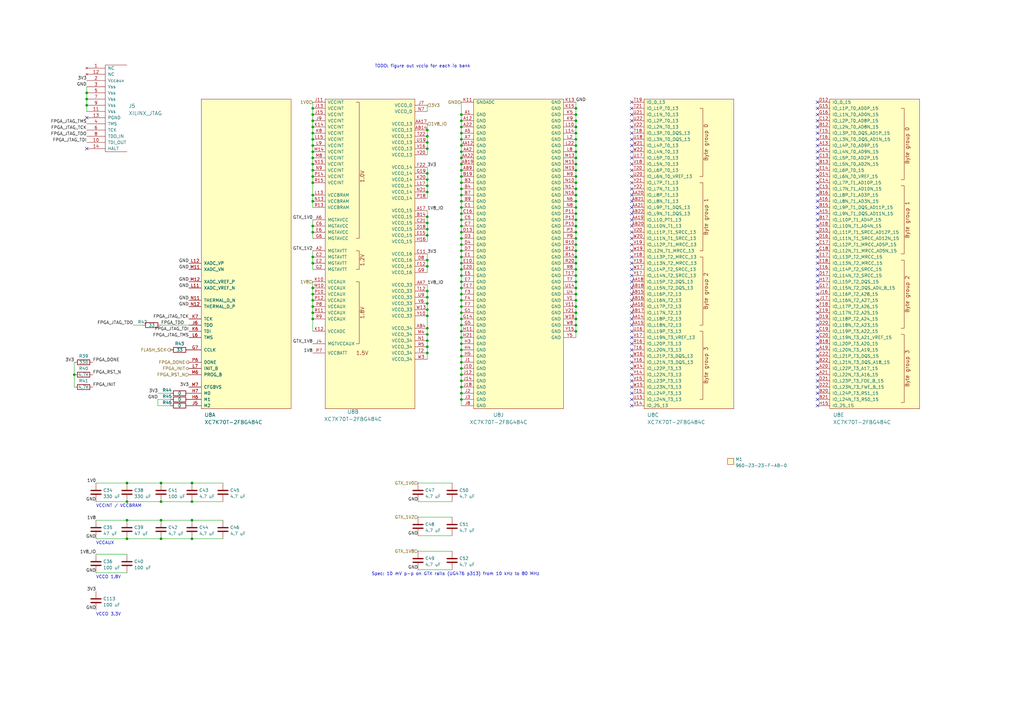
<source format=kicad_sch>
(kicad_sch (version 20211123) (generator eeschema)
  (paper "A3")
  (lib_symbols
    (symbol "XC7KxT-FBG484_1" (pin_names (offset 1.016))
      (property "Reference" "U" (at 0 -2.54 0))
      (property "Value" "XC7KxT-FBG484_1" (at 27.94 -2.54 0))
      (symbol "XC7KxT-FBG484_1_1_1"
        (pin bidirectional line (at -5.08 22.86 0) (length 5.08) (name "CCLK") (number "G7"))
        (pin input line (at -5.08 2.54 0) (length 5.08) (name "M1") (number "H6"))
        (pin input line (at -5.08 5.08 0) (length 5.08) (name "M0") (number "H7"))
        (pin input line (at -5.08 0 0) (length 5.08) (name "M2") (number "J5"))
        (pin output line (at -5.08 33.02 0) (length 5.08) (name "TDO") (number "J6"))
        (pin input line (at -5.08 30.48 0) (length 5.08) (name "TDI") (number "K6"))
        (pin input line (at -5.08 35.56 0) (length 5.08) (name "TCK") (number "K7"))
        (pin power_in line (at -5.08 48.26 0) (length 5.08) (name "XADC_VREF_N") (number "L11"))
        (pin power_in line (at -5.08 58.42 0) (length 5.08) (name "XADC_VP") (number "L12"))
        (pin input line (at -5.08 27.94 0) (length 5.08) (name "TMS") (number "L6"))
        (pin bidirectional line (at -5.08 15.24 0) (length 5.08) (name "INIT_B") (number "L7"))
        (pin power_in line (at -5.08 55.88 0) (length 5.08) (name "XADC_VN") (number "M11"))
        (pin power_in line (at -5.08 50.8 0) (length 5.08) (name "XADC_VREF_P") (number "M12"))
        (pin input line (at -5.08 12.7 0) (length 5.08) (name "PROG_B") (number "M6"))
        (pin input line (at -5.08 7.62 0) (length 5.08) (name "CFGBVS") (number "M7"))
        (pin passive line (at -5.08 43.18 0) (length 5.08) (name "THERMAL_D_N") (number "N11"))
        (pin passive line (at -5.08 40.64 0) (length 5.08) (name "THERMAL_D_P") (number "N12"))
        (pin output line (at -5.08 17.78 0) (length 5.08) (name "DONE") (number "P6"))
      )
      (symbol "XC7KxT-FBG484_1_2_0"
        (text "1.0V" (at 15.24 93.98 900) (effects (font (size 1.524 1.524))))
        (text "1.2V" (at 15.24 59.69 900) (effects (font (size 1.524 1.524))))
        (text "1.5V" (at 15.24 21.59 0) (effects (font (size 1.524 1.524))))
        (text "1.8V" (at 15.24 38.1 900) (effects (font (size 1.524 1.524))))
      )
      (symbol "XC7KxT-FBG484_1_2_1"
        (pin power_in line (at 41.91 80.01 180) (length 5.08) (name "VCCO_15") (number "A17"))
        (pin power_in line (at -5.08 63.5 0) (length 5.08) (name "MGTAVTT") (number "A2"))
        (pin power_in line (at -5.08 76.2 0) (length 5.08) (name "MGTAVCC") (number "A6"))
        (pin power_in line (at 41.91 115.57 180) (length 5.08) (name "VCCO_13") (number "AA17"))
        (pin power_in line (at 41.91 49.53 180) (length 5.08) (name "VCCO_33") (number "AA7"))
        (pin power_in line (at 41.91 113.03 180) (length 5.08) (name "VCCO_13") (number "AB14"))
        (pin power_in line (at 41.91 31.75 180) (length 5.08) (name "VCCO_34") (number "AB4"))
        (pin power_in line (at 41.91 77.47 180) (length 5.08) (name "VCCO_15") (number "B14"))
        (pin power_in line (at 41.91 62.23 180) (length 5.08) (name "VCCO_16") (number "C11"))
        (pin power_in line (at -5.08 60.96 0) (length 5.08) (name "MGTAVTT") (number "C2"))
        (pin power_in line (at 41.91 74.93 180) (length 5.08) (name "VCCO_15") (number "C21"))
        (pin power_in line (at -5.08 73.66 0) (length 5.08) (name "MGTAVCC") (number "C6"))
        (pin power_in line (at 41.91 72.39 180) (length 5.08) (name "VCCO_15") (number "D18"))
        (pin power_in line (at 41.91 59.69 180) (length 5.08) (name "VCCO_16") (number "D8"))
        (pin power_in line (at 41.91 69.85 180) (length 5.08) (name "VCCO_15") (number "E15"))
        (pin power_in line (at -5.08 58.42 0) (length 5.08) (name "MGTAVTT") (number "E2"))
        (pin power_in line (at -5.08 71.12 0) (length 5.08) (name "MGTAVCC") (number "E6"))
        (pin power_in line (at 41.91 57.15 180) (length 5.08) (name "VCCO_16") (number "F12"))
        (pin power_in line (at 41.91 97.79 180) (length 5.08) (name "VCCO_14") (number "F22"))
        (pin power_in line (at 41.91 95.25 180) (length 5.08) (name "VCCO_14") (number "G19"))
        (pin power_in line (at -5.08 55.88 0) (length 5.08) (name "MGTAVTT") (number "G2"))
        (pin power_in line (at -5.08 68.58 0) (length 5.08) (name "MGTAVCC") (number "G6"))
        (pin power_in line (at 41.91 54.61 180) (length 5.08) (name "VCCO_16") (number "G9"))
        (pin power_in line (at 41.91 67.31 180) (length 5.08) (name "VCCO_15") (number "H16"))
        (pin power_in line (at -5.08 124.46 0) (length 5.08) (name "VCCINT") (number "J11"))
        (pin power_in line (at -5.08 121.92 0) (length 5.08) (name "VCCINT") (number "J13"))
        (pin power_in line (at -5.08 119.38 0) (length 5.08) (name "VCCINT") (number "J15"))
        (pin power_in line (at -5.08 25.4 0) (length 5.08) (name "MGTVCCAUX") (number "J4"))
        (pin power_in line (at 41.91 123.19 180) (length 5.08) (name "VCCO_0") (number "J7"))
        (pin power_in line (at -5.08 116.84 0) (length 5.08) (name "VCCINT") (number "J9"))
        (pin power_in line (at -5.08 50.8 0) (length 5.08) (name "VCCAUX") (number "K10"))
        (pin power_in line (at -5.08 30.48 0) (length 5.08) (name "VCCADC") (number "K12"))
        (pin power_in line (at -5.08 114.3 0) (length 5.08) (name "VCCINT") (number "K14"))
        (pin power_in line (at 41.91 92.71 180) (length 5.08) (name "VCCO_14") (number "K20"))
        (pin power_in line (at -5.08 111.76 0) (length 5.08) (name "VCCINT") (number "K8"))
        (pin power_in line (at -5.08 86.36 0) (length 5.08) (name "VCCBRAM") (number "L13"))
        (pin power_in line (at -5.08 109.22 0) (length 5.08) (name "VCCINT") (number "L15"))
        (pin power_in line (at 41.91 90.17 180) (length 5.08) (name "VCCO_14") (number "L17"))
        (pin power_in line (at -5.08 106.68 0) (length 5.08) (name "VCCINT") (number "L9"))
        (pin power_in line (at -5.08 48.26 0) (length 5.08) (name "VCCAUX") (number "M10"))
        (pin power_in line (at -5.08 104.14 0) (length 5.08) (name "VCCINT") (number "M14"))
        (pin power_in line (at 41.91 29.21 180) (length 5.08) (name "VCCO_34") (number "M4"))
        (pin power_in line (at -5.08 101.6 0) (length 5.08) (name "VCCINT") (number "M8"))
        (pin power_in line (at 41.91 26.67 180) (length 5.08) (name "VCCO_34") (number "N1"))
        (pin power_in line (at -5.08 83.82 0) (length 5.08) (name "VCCBRAM") (number "N13"))
        (pin power_in line (at -5.08 99.06 0) (length 5.08) (name "VCCINT") (number "N15"))
        (pin power_in line (at 41.91 87.63 180) (length 5.08) (name "VCCO_14") (number "N21"))
        (pin power_in line (at 41.91 120.65 180) (length 5.08) (name "VCCO_0") (number "N7"))
        (pin power_in line (at -5.08 96.52 0) (length 5.08) (name "VCCINT") (number "N9"))
        (pin power_in line (at -5.08 45.72 0) (length 5.08) (name "VCCAUX") (number "P10"))
        (pin power_in line (at -5.08 43.18 0) (length 5.08) (name "VCCAUX") (number "P12"))
        (pin power_in line (at -5.08 93.98 0) (length 5.08) (name "VCCINT") (number "P14"))
        (pin power_in line (at 41.91 85.09 180) (length 5.08) (name "VCCO_14") (number "P18"))
        (pin power_in line (at -5.08 21.59 0) (length 5.08) (name "VCCBATT") (number "P7"))
        (pin power_in line (at -5.08 40.64 0) (length 5.08) (name "VCCAUX") (number "P8"))
        (pin power_in line (at -5.08 38.1 0) (length 5.08) (name "VCCAUX") (number "R11"))
        (pin power_in line (at -5.08 81.28 0) (length 5.08) (name "VCCBRAM") (number "R13"))
        (pin power_in line (at -5.08 91.44 0) (length 5.08) (name "VCCINT") (number "R15"))
        (pin power_in line (at 41.91 24.13 180) (length 5.08) (name "VCCO_34") (number "R5"))
        (pin power_in line (at -5.08 35.56 0) (length 5.08) (name "VCCAUX") (number "R9"))
        (pin power_in line (at 41.91 46.99 180) (length 5.08) (name "VCCO_33") (number "T12"))
        (pin power_in line (at 41.91 21.59 180) (length 5.08) (name "VCCO_34") (number "T2"))
        (pin power_in line (at 41.91 110.49 180) (length 5.08) (name "VCCO_13") (number "T22"))
        (pin power_in line (at 41.91 107.95 180) (length 5.08) (name "VCCO_13") (number "U19"))
        (pin power_in line (at 41.91 44.45 180) (length 5.08) (name "VCCO_33") (number "U9"))
        (pin power_in line (at 41.91 105.41 180) (length 5.08) (name "VCCO_13") (number "V16"))
        (pin power_in line (at 41.91 41.91 180) (length 5.08) (name "VCCO_33") (number "V6"))
        (pin power_in line (at 41.91 39.37 180) (length 5.08) (name "VCCO_33") (number "W13"))
        (pin power_in line (at 41.91 19.05 180) (length 5.08) (name "VCCO_34") (number "W3"))
        (pin power_in line (at 41.91 36.83 180) (length 5.08) (name "VCCO_33") (number "Y10"))
        (pin power_in line (at 41.91 102.87 180) (length 5.08) (name "VCCO_13") (number "Y20"))
      )
      (symbol "XC7KxT-FBG484_1_3_0"
        (text "Byte group 0" (at 25.4 107.95 900) (effects (font (size 1.524 1.524))))
        (text "Byte group 1" (at 25.4 77.47 900) (effects (font (size 1.524 1.524))))
        (text "Byte group 2" (at 25.4 46.99 900) (effects (font (size 1.524 1.524))))
        (text "Byte group 3" (at 25.4 16.51 900) (effects (font (size 1.524 1.524))))
      )
      (symbol "XC7KxT-FBG484_1_3_1"
        (pin bidirectional line (at -5.08 35.56 0) (length 5.08) (name "IO_L18P_T2_13") (number "AA14"))
        (pin bidirectional line (at -5.08 33.02 0) (length 5.08) (name "IO_L18N_T2_13") (number "AA15"))
        (pin bidirectional line (at -5.08 40.64 0) (length 5.08) (name "IO_L17P_T2_13") (number "AA16"))
        (pin bidirectional line (at -5.08 50.8 0) (length 5.08) (name "IO_L15P_T2_DQS_13") (number "AA18"))
        (pin bidirectional line (at -5.08 76.2 0) (length 5.08) (name "IO_L10_PT1_13") (number "AA19"))
        (pin bidirectional line (at -5.08 86.36 0) (length 5.08) (name "IO_L8P_T1_13") (number "AA20"))
        (pin bidirectional line (at -5.08 81.28 0) (length 5.08) (name "IO_L9P_T1_DQS_13") (number "AA21"))
        (pin bidirectional line (at -5.08 45.72 0) (length 5.08) (name "IO_L16P_T2_13") (number "AB15"))
        (pin bidirectional line (at -5.08 43.18 0) (length 5.08) (name "IO_L16N_T2_13") (number "AB16"))
        (pin bidirectional line (at -5.08 38.1 0) (length 5.08) (name "IO_L17N_T2_13") (number "AB17"))
        (pin bidirectional line (at -5.08 48.26 0) (length 5.08) (name "IO_L15N_T2_DQS_13") (number "AB18"))
        (pin bidirectional line (at -5.08 73.66 0) (length 5.08) (name "IO_L10N_T1_13") (number "AB20"))
        (pin bidirectional line (at -5.08 83.82 0) (length 5.08) (name "IO_L8N_T1_13") (number "AB21"))
        (pin bidirectional line (at -5.08 78.74 0) (length 5.08) (name "IO_L9N_T1_DQS_13") (number "AB22"))
        (pin bidirectional line (at -5.08 25.4 0) (length 5.08) (name "IO_L20P_T3_13") (number "R16"))
        (pin bidirectional line (at -5.08 5.08 0) (length 5.08) (name "IO_L24P_T3_13") (number "T15"))
        (pin bidirectional line (at -5.08 22.86 0) (length 5.08) (name "IO_L20N_T3_13") (number "T16"))
        (pin bidirectional line (at -5.08 111.76 0) (length 5.08) (name "IO_L3P_T0_DQS_13") (number "T18"))
        (pin bidirectional line (at -5.08 124.46 0) (length 5.08) (name "IO_0_13") (number "T19"))
        (pin bidirectional line (at -5.08 96.52 0) (length 5.08) (name "IO_L6P_T0_13") (number "T20"))
        (pin bidirectional line (at -5.08 121.92 0) (length 5.08) (name "IO_L1P_T0_13") (number "T21"))
        (pin bidirectional line (at -5.08 2.54 0) (length 5.08) (name "IO_L24N_T3_13") (number "U15"))
        (pin bidirectional line (at -5.08 30.48 0) (length 5.08) (name "IO_L19P_T3_13") (number "U16"))
        (pin bidirectional line (at -5.08 101.6 0) (length 5.08) (name "IO_L5P_T0_13") (number "U17"))
        (pin bidirectional line (at -5.08 109.22 0) (length 5.08) (name "IO_L3N_T0_DQS_13") (number "U18"))
        (pin bidirectional line (at -5.08 93.98 0) (length 5.08) (name "IO_L6N_T0_VREF_13") (number "U20"))
        (pin bidirectional line (at -5.08 119.38 0) (length 5.08) (name "IO_L1N_T0_13") (number "U21"))
        (pin bidirectional line (at -5.08 116.84 0) (length 5.08) (name "IO_L2P_T0_13") (number "U22"))
        (pin bidirectional line (at -5.08 0 0) (length 5.08) (name "IO_25_13") (number "V14"))
        (pin bidirectional line (at -5.08 10.16 0) (length 5.08) (name "IO_L23P_T3_13") (number "V15"))
        (pin bidirectional line (at -5.08 27.94 0) (length 5.08) (name "IO_L19N_T3_VREF_13") (number "V17"))
        (pin bidirectional line (at -5.08 99.06 0) (length 5.08) (name "IO_L5N_T0_13") (number "V18"))
        (pin bidirectional line (at -5.08 66.04 0) (length 5.08) (name "IO_L12P_T1_MRCC_13") (number "V19"))
        (pin bidirectional line (at -5.08 71.12 0) (length 5.08) (name "IO_L11P_T1_SRCC_13") (number "V20"))
        (pin bidirectional line (at -5.08 114.3 0) (length 5.08) (name "IO_L2N_T0_13") (number "V22"))
        (pin bidirectional line (at -5.08 15.24 0) (length 5.08) (name "IO_L22P_T3_13") (number "W14"))
        (pin bidirectional line (at -5.08 7.62 0) (length 5.08) (name "IO_L23N_T3_13") (number "W15"))
        (pin bidirectional line (at -5.08 20.32 0) (length 5.08) (name "IO_L21P_T3_DQS_13") (number "W16"))
        (pin bidirectional line (at -5.08 55.88 0) (length 5.08) (name "IO_L14P_T2_SRCC_13") (number "W17"))
        (pin bidirectional line (at -5.08 63.5 0) (length 5.08) (name "IO_12N_T1_MRCC_13") (number "W19"))
        (pin bidirectional line (at -5.08 68.58 0) (length 5.08) (name "IO_L11N_T1_SRCC_13") (number "W20"))
        (pin bidirectional line (at -5.08 106.68 0) (length 5.08) (name "IO_L4P_T0_13") (number "W21"))
        (pin bidirectional line (at -5.08 104.14 0) (length 5.08) (name "IO_L4N_T0_13") (number "W22"))
        (pin bidirectional line (at -5.08 12.7 0) (length 5.08) (name "IO_L22N_T3_13") (number "Y14"))
        (pin bidirectional line (at -5.08 17.78 0) (length 5.08) (name "IO_L21N_T3_DQS_13") (number "Y16"))
        (pin bidirectional line (at -5.08 53.34 0) (length 5.08) (name "IO_L14N_T2_SRCC_13") (number "Y17"))
        (pin bidirectional line (at -5.08 60.96 0) (length 5.08) (name "IO_L13P_T2_MRCC_13") (number "Y18"))
        (pin bidirectional line (at -5.08 58.42 0) (length 5.08) (name "IO_L13N_T2_MRCC_13") (number "Y19"))
        (pin bidirectional line (at -5.08 91.44 0) (length 5.08) (name "IO_L7P_T1_13") (number "Y21"))
        (pin bidirectional line (at -5.08 88.9 0) (length 5.08) (name "IO_L7N_T1_13") (number "Y22"))
      )
      (symbol "XC7KxT-FBG484_1_4_0"
        (text "Byte group 0" (at 34.29 106.68 900) (effects (font (size 1.524 1.524))))
        (text "Byte group 1" (at 34.29 77.47 900) (effects (font (size 1.524 1.524))))
        (text "Byte group 2" (at 34.29 46.99 900) (effects (font (size 1.524 1.524))))
        (text "Byte group 3" (at 34.29 16.51 900) (effects (font (size 1.524 1.524))))
      )
      (symbol "XC7KxT-FBG484_1_4_1"
        (pin bidirectional line (at -5.08 91.44 0) (length 5.08) (name "IO_L7P_T1_D09_14") (number "E21"))
        (pin bidirectional line (at -5.08 88.9 0) (length 5.08) (name "IO_L7N_T1_D10_14") (number "E22"))
        (pin bidirectional line (at -5.08 114.3 0) (length 5.08) (name "IO_L2N_T0_D03_14") (number "F19"))
        (pin bidirectional line (at -5.08 104.14 0) (length 5.08) (name "IO_L4N_T0_D05_14") (number "F20"))
        (pin bidirectional line (at -5.08 78.74 0) (length 5.08) (name "IO_L9N_T1_DQS_D13_14") (number "F21"))
        (pin bidirectional line (at -5.08 116.84 0) (length 5.08) (name "IO_L2P_T0_D02_14") (number "G18"))
        (pin bidirectional line (at -5.08 106.68 0) (length 5.08) (name "IO_L4P_T0_D04_14") (number "G20"))
        (pin bidirectional line (at -5.08 81.28 0) (length 5.08) (name "IO_L9P_T1_DQS_14") (number "G21"))
        (pin bidirectional line (at -5.08 83.82 0) (length 5.08) (name "IO_L8N_T1_D12_14") (number "G22"))
        (pin bidirectional line (at -5.08 121.92 0) (length 5.08) (name "IO_L1P_T0_D00_MOSI_14") (number "H18"))
        (pin bidirectional line (at -5.08 119.38 0) (length 5.08) (name "IO_L1N_T0_D01_DIN_14") (number "H19"))
        (pin bidirectional line (at -5.08 68.58 0) (length 5.08) (name "IO_L11N_T1_SRCC_14") (number "H20"))
        (pin bidirectional line (at -5.08 86.36 0) (length 5.08) (name "IO_L8P_T1_D11_14") (number "H22"))
        (pin bidirectional line (at -5.08 109.22 0) (length 5.08) (name "IO_L3N_T0_DQS_EMCCLK_14") (number "J19"))
        (pin bidirectional line (at -5.08 71.12 0) (length 5.08) (name "IO_L11P_T1_SRCC_14") (number "J20"))
        (pin bidirectional line (at -5.08 76.2 0) (length 5.08) (name "IO_L10P_T1_D14_14") (number "J21"))
        (pin bidirectional line (at -5.08 73.66 0) (length 5.08) (name "IO_L10N_T1_D15_14") (number "J22"))
        (pin bidirectional line (at -5.08 124.46 0) (length 5.08) (name "IO_0_14") (number "K16"))
        (pin bidirectional line (at -5.08 93.98 0) (length 5.08) (name "IO_L6N_T0_D08_VREF_14") (number "K17"))
        (pin bidirectional line (at -5.08 111.76 0) (length 5.08) (name "IO_L3P_T0_DQS_PUDC_B_14") (number "K18"))
        (pin bidirectional line (at -5.08 99.06 0) (length 5.08) (name "IO_L5N_T0_D07_14") (number "K19"))
        (pin bidirectional line (at -5.08 45.72 0) (length 5.08) (name "IO_L16P_T2_CSI_B_14") (number "K21"))
        (pin bidirectional line (at -5.08 43.18 0) (length 5.08) (name "IO_L16N_T2_A15_D31_14") (number "K22"))
        (pin bidirectional line (at -5.08 96.52 0) (length 5.08) (name "IO_L6P_T0_FCS_B_14") (number "L16"))
        (pin bidirectional line (at -5.08 101.6 0) (length 5.08) (name "IO_L5P_T0_D06_14") (number "L18"))
        (pin bidirectional line (at -5.08 66.04 0) (length 5.08) (name "IO_L12P_T1_MRCC_14") (number "L19"))
        (pin bidirectional line (at -5.08 63.5 0) (length 5.08) (name "IO_L12N_T1_MRCC_14") (number "L20"))
        (pin bidirectional line (at -5.08 33.02 0) (length 5.08) (name "IO_L18N_T2_A11_D27_14") (number "L21"))
        (pin bidirectional line (at -5.08 0 0) (length 5.08) (name "IO_25_14") (number "M16"))
        (pin bidirectional line (at -5.08 55.88 0) (length 5.08) (name "IO_L14P_T2_SRCC_14") (number "M17"))
        (pin bidirectional line (at -5.08 53.34 0) (length 5.08) (name "IO_L14N_T2_SRCC_14") (number "M18"))
        (pin bidirectional line (at -5.08 35.56 0) (length 5.08) (name "IO_L18P_T2_A12_D28_14") (number "M20"))
        (pin bidirectional line (at -5.08 38.1 0) (length 5.08) (name "IO_L17N_T2_A13_D29_14") (number "M21"))
        (pin bidirectional line (at -5.08 48.26 0) (length 5.08) (name "IO_L15N_T2_DQS_DOUT_CSO_B_14") (number "M22"))
        (pin bidirectional line (at -5.08 7.62 0) (length 5.08) (name "IO_L23N_T3_A02_D18_14") (number "N17"))
        (pin bidirectional line (at -5.08 60.96 0) (length 5.08) (name "IO_L13P_T2_MRCC_14") (number "N18"))
        (pin bidirectional line (at -5.08 58.42 0) (length 5.08) (name "IO_L13N_T2_MRCC_14") (number "N19"))
        (pin bidirectional line (at -5.08 40.64 0) (length 5.08) (name "IO_L17P_T2_A14_D30_14") (number "N20"))
        (pin bidirectional line (at -5.08 50.8 0) (length 5.08) (name "IO_L15P_T2_DQS_RDWR_B_14") (number "N22"))
        (pin bidirectional line (at -5.08 10.16 0) (length 5.08) (name "IO_L23P_T3_A03_D19_14") (number "P16"))
        (pin bidirectional line (at -5.08 17.78 0) (length 5.08) (name "IO_L21N_T3_DQS_A06_D22_14") (number "P17"))
        (pin bidirectional line (at -5.08 25.4 0) (length 5.08) (name "IO_L20P_T3_A08_D24_14") (number "P19"))
        (pin bidirectional line (at -5.08 22.86 0) (length 5.08) (name "IO_L20N_T3_A07_D23_14") (number "P20"))
        (pin bidirectional line (at -5.08 15.24 0) (length 5.08) (name "IO_L22P_T3_A05_D21_14") (number "P21"))
        (pin bidirectional line (at -5.08 12.7 0) (length 5.08) (name "IO_L22N_T3_A04_D20_14") (number "P22"))
        (pin bidirectional line (at -5.08 20.32 0) (length 5.08) (name "IO_L21P_T3_DQS_14") (number "R17"))
        (pin bidirectional line (at -5.08 30.48 0) (length 5.08) (name "IO_L19P_T3_A10_D26_14") (number "R18"))
        (pin bidirectional line (at -5.08 27.94 0) (length 5.08) (name "IO_L19N_T3_A09_D25_VREF_14") (number "R19"))
        (pin bidirectional line (at -5.08 5.08 0) (length 5.08) (name "IO_L24P_T3_A01_D17_14") (number "R21"))
        (pin bidirectional line (at -5.08 2.54 0) (length 5.08) (name "IO_L24N_T3_A00_D16_14") (number "R22"))
      )
      (symbol "XC7KxT-FBG484_1_5_0"
        (text "Byte group 0" (at 31.75 106.68 900) (effects (font (size 1.524 1.524))))
        (text "Byte group 1" (at 31.75 76.2 900) (effects (font (size 1.524 1.524))))
        (text "Byte group 2" (at 31.75 45.72 900) (effects (font (size 1.524 1.524))))
        (text "Byte group 3" (at 31.75 15.24 900) (effects (font (size 1.524 1.524))))
      )
      (symbol "XC7KxT-FBG484_1_5_1"
        (pin bidirectional line (at -5.08 106.68 0) (length 5.08) (name "IO_L4P_T0_AD9P_15") (number "A13"))
        (pin bidirectional line (at -5.08 104.14 0) (length 5.08) (name "IO_L4N_T0_AD9N_15") (number "A14"))
        (pin bidirectional line (at -5.08 78.74 0) (length 5.08) (name "IO_L9N_T1_DQS_AD11N_15") (number "A15"))
        (pin bidirectional line (at -5.08 83.82 0) (length 5.08) (name "IO_L8N_T1_AD3N_15") (number "A16"))
        (pin bidirectional line (at -5.08 73.66 0) (length 5.08) (name "IO_L10N_T1_AD4N_15") (number "A18"))
        (pin bidirectional line (at -5.08 22.86 0) (length 5.08) (name "IO_L20N_T3_A19_15") (number "A19"))
        (pin bidirectional line (at -5.08 15.24 0) (length 5.08) (name "IO_L22P_T3_A17_15") (number "A20"))
        (pin bidirectional line (at -5.08 12.7 0) (length 5.08) (name "IO_L22N_T3_A16_15") (number "A21"))
        (pin bidirectional line (at -5.08 114.3 0) (length 5.08) (name "IO_L2N_T0_AD8N_15") (number "B12"))
        (pin bidirectional line (at -5.08 99.06 0) (length 5.08) (name "IO_L5N_T0_AD2N_15") (number "B13"))
        (pin bidirectional line (at -5.08 81.28 0) (length 5.08) (name "IO_L9P_T1_DQS_AD11P_15") (number "B15"))
        (pin bidirectional line (at -5.08 86.36 0) (length 5.08) (name "IO_L8P_T1_AD3P_15") (number "B16"))
        (pin bidirectional line (at -5.08 76.2 0) (length 5.08) (name "IO_L10P_T1_AD4P_15") (number "B17"))
        (pin bidirectional line (at -5.08 25.4 0) (length 5.08) (name "IO_L20P_T3_A20_15") (number "B18"))
        (pin bidirectional line (at -5.08 5.08 0) (length 5.08) (name "IO_L24P_T3_RS1_15") (number "B20"))
        (pin bidirectional line (at -5.08 2.54 0) (length 5.08) (name "IO_L24N_T3_RS0_15") (number "B21"))
        (pin bidirectional line (at -5.08 17.78 0) (length 5.08) (name "IO_L21N_T3_DQS_A18_15") (number "B22"))
        (pin bidirectional line (at -5.08 116.84 0) (length 5.08) (name "IO_L2P_T0_AD8P_15") (number "C12"))
        (pin bidirectional line (at -5.08 101.6 0) (length 5.08) (name "IO_L5P_T0_AD2P_15") (number "C13"))
        (pin bidirectional line (at -5.08 91.44 0) (length 5.08) (name "IO_L7P_T1_AD10P_15") (number "C14"))
        (pin bidirectional line (at -5.08 88.9 0) (length 5.08) (name "IO_L7N_T1_AD10N_15") (number "C15"))
        (pin bidirectional line (at -5.08 66.04 0) (length 5.08) (name "IO_L12P_T1_MRCC_AD5P_15") (number "C17"))
        (pin bidirectional line (at -5.08 63.5 0) (length 5.08) (name "IO_L12N_T1_MRCC_AD5N_15") (number "C18"))
        (pin bidirectional line (at -5.08 30.48 0) (length 5.08) (name "IO_L19P_T3_A22_15") (number "C19"))
        (pin bidirectional line (at -5.08 27.94 0) (length 5.08) (name "IO_L19N_T3_A21_VREF_15") (number "C20"))
        (pin bidirectional line (at -5.08 20.32 0) (length 5.08) (name "IO_L21P_T3_DQS_15") (number "C22"))
        (pin bidirectional line (at -5.08 124.46 0) (length 5.08) (name "IO_0_15") (number "D12"))
        (pin bidirectional line (at -5.08 93.98 0) (length 5.08) (name "IO_L6N_T0_VREF_15") (number "D14"))
        (pin bidirectional line (at -5.08 71.12 0) (length 5.08) (name "IO_L11P_T1_SRCC_AD12P_15") (number "D15"))
        (pin bidirectional line (at -5.08 68.58 0) (length 5.08) (name "IO_L11N_T1_SRCC_AD12N_15") (number "D16"))
        (pin bidirectional line (at -5.08 53.34 0) (length 5.08) (name "IO_L14N_T2_SRCC_15") (number "D17"))
        (pin bidirectional line (at -5.08 35.56 0) (length 5.08) (name "IO_L18P_T2_A24_15") (number "D19"))
        (pin bidirectional line (at -5.08 33.02 0) (length 5.08) (name "IO_L18N_T2_A23_15") (number "D20"))
        (pin bidirectional line (at -5.08 10.16 0) (length 5.08) (name "IO_L23P_T3_FOE_B_15") (number "D21"))
        (pin bidirectional line (at -5.08 7.62 0) (length 5.08) (name "IO_L23N_T3_FWE_B_15") (number "D22"))
        (pin bidirectional line (at -5.08 96.52 0) (length 5.08) (name "IO_L6P_T0_15") (number "E14"))
        (pin bidirectional line (at -5.08 55.88 0) (length 5.08) (name "IO_L14P_T2_SRCC_15") (number "E16"))
        (pin bidirectional line (at -5.08 60.96 0) (length 5.08) (name "IO_L13P_T2_MRCC_15") (number "E17"))
        (pin bidirectional line (at -5.08 58.42 0) (length 5.08) (name "IO_L13N_T2_MRCC_15") (number "E18"))
        (pin bidirectional line (at -5.08 38.1 0) (length 5.08) (name "IO_L17N_T2_A25_15") (number "E19"))
        (pin bidirectional line (at -5.08 111.76 0) (length 5.08) (name "IO_L3P_T0_DQS_AD1P_15") (number "F15"))
        (pin bidirectional line (at -5.08 109.22 0) (length 5.08) (name "IO_L3N_T0_DQS_AD1N_15") (number "F16"))
        (pin bidirectional line (at -5.08 40.64 0) (length 5.08) (name "IO_L17P_T2_A26_15") (number "F18"))
        (pin bidirectional line (at -5.08 121.92 0) (length 5.08) (name "IO_L1P_T0_AD0P_15") (number "G15"))
        (pin bidirectional line (at -5.08 119.38 0) (length 5.08) (name "IO_L1N_T0_AD0N_15") (number "G16"))
        (pin bidirectional line (at -5.08 48.26 0) (length 5.08) (name "IO_L15N_T2_DQS_ADV_B_15") (number "G17"))
        (pin bidirectional line (at -5.08 0 0) (length 5.08) (name "IO_25_15") (number "H15"))
        (pin bidirectional line (at -5.08 50.8 0) (length 5.08) (name "IO_L15P_T2_DQS_15") (number "H17"))
        (pin bidirectional line (at -5.08 45.72 0) (length 5.08) (name "IO_L16P_T2_A28_15") (number "J16"))
        (pin bidirectional line (at -5.08 43.18 0) (length 5.08) (name "IO_L16N_T2_A27_15") (number "J17"))
      )
      (symbol "XC7KxT-FBG484_1_6_0"
        (text "Byte group 1" (at 26.67 107.95 900) (effects (font (size 1.524 1.524))))
        (text "Byte group 2" (at 26.67 77.47 900) (effects (font (size 1.524 1.524))))
        (text "Byte group 3" (at 26.67 49.53 900) (effects (font (size 1.524 1.524))))
      )
      (symbol "XC7KxT-FBG484_1_6_1"
        (pin bidirectional line (at -5.08 40.64 0) (length 5.08) (name "IO_L23N_T3_16") (number "A10"))
        (pin bidirectional line (at -5.08 43.18 0) (length 5.08) (name "IO_L23P_T3_16") (number "A11"))
        (pin bidirectional line (at -5.08 50.8 0) (length 5.08) (name "IO_L21N_T3_DQS_16") (number "A8"))
        (pin bidirectional line (at -5.08 53.34 0) (length 5.08) (name "IO_L21P_T3_DQS_16") (number "A9"))
        (pin bidirectional line (at -5.08 55.88 0) (length 5.08) (name "IO_L20N_T3_16") (number "B10"))
        (pin bidirectional line (at -5.08 58.42 0) (length 5.08) (name "IO_L20P_T3_16") (number "B11"))
        (pin bidirectional line (at -5.08 45.72 0) (length 5.08) (name "IO_L22N_T3_16") (number "B8"))
        (pin bidirectional line (at -5.08 119.38 0) (length 5.08) (name "IO_L7N_T1_16") (number "C10"))
        (pin bidirectional line (at -5.08 48.26 0) (length 5.08) (name "IO_L22P_T3_16") (number "C8"))
        (pin bidirectional line (at -5.08 60.96 0) (length 5.08) (name "IO_L19N_T3_VREF_16") (number "C9"))
        (pin bidirectional line (at -5.08 121.92 0) (length 5.08) (name "IO_L7P_T1_16") (number "D10"))
        (pin bidirectional line (at -5.08 93.98 0) (length 5.08) (name "IO_L12N_T1_MRCC_16") (number "D11"))
        (pin bidirectional line (at -5.08 63.5 0) (length 5.08) (name "IO_L19P_T3_16") (number "D9"))
        (pin bidirectional line (at -5.08 96.52 0) (length 5.08) (name "IO_L12P_T1_MRCC_16") (number "E11"))
        (pin bidirectional line (at -5.08 104.14 0) (length 5.08) (name "IO_L10N_T1_16") (number "E12"))
        (pin bidirectional line (at -5.08 106.68 0) (length 5.08) (name "IO_L10P_T1_16") (number "E13"))
        (pin bidirectional line (at -5.08 38.1 0) (length 5.08) (name "IO_24_T3_16") (number "E8"))
        (pin bidirectional line (at -5.08 78.74 0) (length 5.08) (name "IO_L15N_T2_DQS_16") (number "E9"))
        (pin bidirectional line (at -5.08 99.06 0) (length 5.08) (name "IO_L11N_T1_SRCC_16") (number "F10"))
        (pin bidirectional line (at -5.08 101.6 0) (length 5.08) (name "IO_L11P_T1_SRCC_16") (number "F11"))
        (pin bidirectional line (at -5.08 114.3 0) (length 5.08) (name "IO_L8N_T1_16") (number "F13"))
        (pin bidirectional line (at -5.08 124.46 0) (length 5.08) (name "IO_6_T0_VREF_16") (number "F14"))
        (pin bidirectional line (at -5.08 68.58 0) (length 5.08) (name "IO_L17N_T2_16") (number "F8"))
        (pin bidirectional line (at -5.08 81.28 0) (length 5.08) (name "IO_L15P_T2_DQS_16") (number "F9"))
        (pin bidirectional line (at -5.08 88.9 0) (length 5.08) (name "IO_L13N_T2_MRCC_16") (number "G10"))
        (pin bidirectional line (at -5.08 91.44 0) (length 5.08) (name "IO_L13P_T2_MRCC_16") (number "G11"))
        (pin bidirectional line (at -5.08 83.82 0) (length 5.08) (name "IO_L14N_T2_SRCC_16") (number "G12"))
        (pin bidirectional line (at -5.08 116.84 0) (length 5.08) (name "IO_L8P_T1_16") (number "G13"))
        (pin bidirectional line (at -5.08 71.12 0) (length 5.08) (name "IO_L17P_T2_16") (number "G8"))
        (pin bidirectional line (at -5.08 66.04 0) (length 5.08) (name "IO_18_T2_16") (number "H10"))
        (pin bidirectional line (at -5.08 86.36 0) (length 5.08) (name "IO_L14P_T2_SRCC_16") (number "H12"))
        (pin bidirectional line (at -5.08 109.22 0) (length 5.08) (name "IO_L9N_T1_DQS_16") (number "H13"))
        (pin bidirectional line (at -5.08 111.76 0) (length 5.08) (name "IO_L9P_T1_DQS_16") (number "H14"))
        (pin bidirectional line (at -5.08 73.66 0) (length 5.08) (name "IO_L16N_T2_16") (number "H8"))
        (pin bidirectional line (at -5.08 76.2 0) (length 5.08) (name "IO_L16P_T2_16") (number "H9"))
      )
      (symbol "XC7KxT-FBG484_1_7_0"
        (text "Byte group 0" (at 25.4 106.68 900) (effects (font (size 1.524 1.524))))
        (text "Byte group 1" (at 25.4 77.47 900) (effects (font (size 1.524 1.524))))
        (text "Byte group 2" (at 25.4 45.72 900) (effects (font (size 1.524 1.524))))
        (text "Byte group 3" (at 25.4 16.51 900) (effects (font (size 1.524 1.524))))
      )
      (symbol "XC7KxT-FBG484_1_7_1"
        (pin bidirectional line (at -5.08 106.68 0) (length 5.08) (name "IO_L4P_T0_33") (number "AA10"))
        (pin bidirectional line (at -5.08 25.4 0) (length 5.08) (name "IO_L20P_T3_33") (number "AA11"))
        (pin bidirectional line (at -5.08 17.78 0) (length 5.08) (name "IO_L21N_T3_DQS_33") (number "AA13"))
        (pin bidirectional line (at -5.08 121.92 0) (length 5.08) (name "IO_L1P_T0_33") (number "AA5"))
        (pin bidirectional line (at -5.08 111.76 0) (length 5.08) (name "IO_L3P_T0_DQS_33") (number "AA6"))
        (pin bidirectional line (at -5.08 99.06 0) (length 5.08) (name "IO_L5N_T0_33") (number "AA8"))
        (pin bidirectional line (at -5.08 101.6 0) (length 5.08) (name "IO_L5P_T0_33") (number "AA9"))
        (pin bidirectional line (at -5.08 104.14 0) (length 5.08) (name "IO_L4N_T0_33") (number "AB10"))
        (pin bidirectional line (at -5.08 22.86 0) (length 5.08) (name "IO_L20N_T3_33") (number "AB11"))
        (pin bidirectional line (at -5.08 12.7 0) (length 5.08) (name "IO_L22N_T3_33") (number "AB12"))
        (pin bidirectional line (at -5.08 15.24 0) (length 5.08) (name "IO_L22P_T3_33") (number "AB13"))
        (pin bidirectional line (at -5.08 119.38 0) (length 5.08) (name "IO_L1N_T0_33") (number "AB5"))
        (pin bidirectional line (at -5.08 109.22 0) (length 5.08) (name "IO_L3N_T0_DQS_33") (number "AB6"))
        (pin bidirectional line (at -5.08 114.3 0) (length 5.08) (name "IO_L2N_T0_33") (number "AB7"))
        (pin bidirectional line (at -5.08 116.84 0) (length 5.08) (name "IO_L2P_T0_33") (number "AB8"))
        (pin bidirectional line (at -5.08 83.82 0) (length 5.08) (name "IO_L8N_T1_33") (number "R6"))
        (pin bidirectional line (at -5.08 86.36 0) (length 5.08) (name "IO_L8P_T1_33") (number "R7"))
        (pin bidirectional line (at -5.08 43.18 0) (length 5.08) (name "IO_L16N_T2_33") (number "T10"))
        (pin bidirectional line (at -5.08 45.72 0) (length 5.08) (name "IO_L16P_T2_33") (number "T11"))
        (pin bidirectional line (at -5.08 5.08 0) (length 5.08) (name "IO_L24P_T3_33") (number "T13"))
        (pin bidirectional line (at -5.08 0 0) (length 5.08) (name "IO_25_VRP_33") (number "T14"))
        (pin bidirectional line (at -5.08 124.46 0) (length 5.08) (name "IO_0_VRN_33") (number "T6"))
        (pin bidirectional line (at -5.08 33.02 0) (length 5.08) (name "IO_L18N_T2_33") (number "T8"))
        (pin bidirectional line (at -5.08 35.56 0) (length 5.08) (name "IO_L18P_T2_33") (number "T9"))
        (pin bidirectional line (at -5.08 55.88 0) (length 5.08) (name "IO_L14P_T2_SRCC_33") (number "U10"))
        (pin bidirectional line (at -5.08 38.1 0) (length 5.08) (name "IO_L17N_T2_33") (number "U11"))
        (pin bidirectional line (at -5.08 40.64 0) (length 5.08) (name "IO_L17P_T2_33") (number "U12"))
        (pin bidirectional line (at -5.08 2.54 0) (length 5.08) (name "IO_L24N_T3_33") (number "U13"))
        (pin bidirectional line (at -5.08 73.66 0) (length 5.08) (name "IO_L10N_T1_33") (number "U6"))
        (pin bidirectional line (at -5.08 76.2 0) (length 5.08) (name "IO_L10P_T1_33") (number "U7"))
        (pin bidirectional line (at -5.08 81.28 0) (length 5.08) (name "IO_L9P_T1_DQS_33") (number "U8"))
        (pin bidirectional line (at -5.08 50.8 0) (length 5.08) (name "IO_L15P_T2_DQS_33") (number "V10"))
        (pin bidirectional line (at -5.08 7.62 0) (length 5.08) (name "IO_L23N_T3_33") (number "V12"))
        (pin bidirectional line (at -5.08 10.16 0) (length 5.08) (name "IO_L23P_T3_33") (number "V13"))
        (pin bidirectional line (at -5.08 71.12 0) (length 5.08) (name "IO_L11P_T1_SRCC_33") (number "V7"))
        (pin bidirectional line (at -5.08 78.74 0) (length 5.08) (name "IO_L9N_T1_DQS_33") (number "V8"))
        (pin bidirectional line (at -5.08 53.34 0) (length 5.08) (name "IO_L14N_T2_SRCC_33") (number "V9"))
        (pin bidirectional line (at -5.08 48.26 0) (length 5.08) (name "IO_L15N_T2_DQS_33") (number "W10"))
        (pin bidirectional line (at -5.08 96.52 0) (length 5.08) (name "IO_L6P_T0_33") (number "W11"))
        (pin bidirectional line (at -5.08 30.48 0) (length 5.08) (name "IO_L19P_T3_33") (number "W12"))
        (pin bidirectional line (at -5.08 91.44 0) (length 5.08) (name "IO_L7P_T1_33") (number "W6"))
        (pin bidirectional line (at -5.08 68.58 0) (length 5.08) (name "IO_L11N_T1_SRCC_33") (number "W7"))
        (pin bidirectional line (at -5.08 60.96 0) (length 5.08) (name "IO_L13P_T2_MRCC_33") (number "W9"))
        (pin bidirectional line (at -5.08 93.98 0) (length 5.08) (name "IO_L6N_T0_VREF_33") (number "Y11"))
        (pin bidirectional line (at -5.08 27.94 0) (length 5.08) (name "IO_L19N_T3_VREF_33") (number "Y12"))
        (pin bidirectional line (at -5.08 20.32 0) (length 5.08) (name "IO_L21P_T3_DQS_33") (number "Y13"))
        (pin bidirectional line (at -5.08 88.9 0) (length 5.08) (name "IO_L7N_T1_33") (number "Y6"))
        (pin bidirectional line (at -5.08 63.5 0) (length 5.08) (name "IO_L12N_T1_MRCC_33") (number "Y7"))
        (pin bidirectional line (at -5.08 66.04 0) (length 5.08) (name "IO_L12P_T1_MRCC_33") (number "Y8"))
        (pin bidirectional line (at -5.08 58.42 0) (length 5.08) (name "IO_L13N_T2_MRCC_33") (number "Y9"))
      )
      (symbol "XC7KxT-FBG484_1_8_0"
        (text "Byte group 0" (at 24.13 106.68 900) (effects (font (size 1.524 1.524))))
        (text "Byte group 1" (at 24.13 76.2 900) (effects (font (size 1.524 1.524))))
        (text "Byte group 2" (at 24.13 45.72 900) (effects (font (size 1.524 1.524))))
        (text "Byte group 3" (at 24.13 15.24 900) (effects (font (size 1.524 1.524))))
      )
      (symbol "XC7KxT-FBG484_1_8_1"
        (pin bidirectional line (at -5.08 15.24 0) (length 5.08) (name "IO_L22P_T3_34") (number "AA1"))
        (pin bidirectional line (at -5.08 10.16 0) (length 5.08) (name "IO_L23P_T3_34") (number "AA3"))
        (pin bidirectional line (at -5.08 5.08 0) (length 5.08) (name "IO_L24P_T3_34") (number "AA4"))
        (pin bidirectional line (at -5.08 12.7 0) (length 5.08) (name "IO_L22P_T3_34") (number "AB1"))
        (pin bidirectional line (at -5.08 7.62 0) (length 5.08) (name "IO_L23N_T3_34") (number "AB2"))
        (pin bidirectional line (at -5.08 2.54 0) (length 5.08) (name "IO_L24N_T3_34") (number "AB3"))
        (pin bidirectional line (at -5.08 116.84 0) (length 5.08) (name "IO_L2P_T0_34") (number "K1"))
        (pin bidirectional line (at -5.08 104.14 0) (length 5.08) (name "IO_L4N_T0_34") (number "K2"))
        (pin bidirectional line (at -5.08 106.68 0) (length 5.08) (name "IO_L4P_T0_34") (number "K3"))
        (pin bidirectional line (at -5.08 124.46 0) (length 5.08) (name "IO_0_VRN_34") (number "K4"))
        (pin bidirectional line (at -5.08 114.3 0) (length 5.08) (name "IO_L2N_T0_34") (number "L1"))
        (pin bidirectional line (at -5.08 121.92 0) (length 5.08) (name "IO_L1P_T0_34") (number "L3"))
        (pin bidirectional line (at -5.08 93.98 0) (length 5.08) (name "IO_L6N_T0_VREF_34") (number "L4"))
        (pin bidirectional line (at -5.08 96.52 0) (length 5.08) (name "IO_L6P_T0_34") (number "L5"))
        (pin bidirectional line (at -5.08 109.22 0) (length 5.08) (name "IO_L3N_T0_DQS_34") (number "M1"))
        (pin bidirectional line (at -5.08 111.76 0) (length 5.08) (name "IO_L3P_T0_DQS_34") (number "M2"))
        (pin bidirectional line (at -5.08 119.38 0) (length 5.08) (name "IO_L1N_T0_34") (number "M3"))
        (pin bidirectional line (at -5.08 81.28 0) (length 5.08) (name "IO_L9P_T1_DQS_34") (number "M5"))
        (pin bidirectional line (at -5.08 99.06 0) (length 5.08) (name "IO_L5N_T0_34") (number "N2"))
        (pin bidirectional line (at -5.08 101.6 0) (length 5.08) (name "IO_L5P_T0_34") (number "N3"))
        (pin bidirectional line (at -5.08 78.74 0) (length 5.08) (name "IO_L9N_T1_DQS_34") (number "N4"))
        (pin bidirectional line (at -5.08 35.56 0) (length 5.08) (name "IO_L18P_T2_34") (number "N5"))
        (pin bidirectional line (at -5.08 86.36 0) (length 5.08) (name "IO_L8P_T1_34") (number "P1"))
        (pin bidirectional line (at -5.08 91.44 0) (length 5.08) (name "IO_L7P_T1_34") (number "P2"))
        (pin bidirectional line (at -5.08 71.12 0) (length 5.08) (name "IO_L11P_T1_SRCC_34") (number "P4"))
        (pin bidirectional line (at -5.08 33.02 0) (length 5.08) (name "IO_L18N_T2_34") (number "P5"))
        (pin bidirectional line (at -5.08 83.82 0) (length 5.08) (name "IO_L8N_T1_34") (number "R1"))
        (pin bidirectional line (at -5.08 88.9 0) (length 5.08) (name "IO_L7N_T1_34") (number "R2"))
        (pin bidirectional line (at -5.08 66.04 0) (length 5.08) (name "IO_L12P_T1_MRCC_34") (number "R3"))
        (pin bidirectional line (at -5.08 68.58 0) (length 5.08) (name "IO_L11N_T1_SRCC_34") (number "R4"))
        (pin bidirectional line (at -5.08 76.2 0) (length 5.08) (name "IO_L10P_T1_34") (number "T1"))
        (pin bidirectional line (at -5.08 63.5 0) (length 5.08) (name "IO_L12N_T1_MRCC_34") (number "T3"))
        (pin bidirectional line (at -5.08 60.96 0) (length 5.08) (name "IO_L13P_T2_MRCC_34") (number "T4"))
        (pin bidirectional line (at -5.08 45.72 0) (length 5.08) (name "IO_L16P_T2_34") (number "T5"))
        (pin bidirectional line (at -5.08 73.66 0) (length 5.08) (name "IO_L10N_T1_34") (number "U1"))
        (pin bidirectional line (at -5.08 50.8 0) (length 5.08) (name "IO_L15P_T2_DQS_34") (number "U2"))
        (pin bidirectional line (at -5.08 58.42 0) (length 5.08) (name "IO_L13N_T2_MRCC_34") (number "U3"))
        (pin bidirectional line (at -5.08 43.18 0) (length 5.08) (name "IO_L16N_T2_34") (number "U5"))
        (pin bidirectional line (at -5.08 48.26 0) (length 5.08) (name "IO_L15N_T2_DQS_34") (number "V2"))
        (pin bidirectional line (at -5.08 40.64 0) (length 5.08) (name "IO_L17P_T2_34") (number "V3"))
        (pin bidirectional line (at -5.08 55.88 0) (length 5.08) (name "IO_L14P_T2_SRCC_34") (number "V4"))
        (pin bidirectional line (at -5.08 0 0) (length 5.08) (name "IO_25_VRP_34") (number "V5"))
        (pin bidirectional line (at -5.08 25.4 0) (length 5.08) (name "IO_L20P_T3_34") (number "W1"))
        (pin bidirectional line (at -5.08 38.1 0) (length 5.08) (name "IO_L17N_T2_34") (number "W2"))
        (pin bidirectional line (at -5.08 53.34 0) (length 5.08) (name "IO_L14N_T2_SRCC_34") (number "W4"))
        (pin bidirectional line (at -5.08 30.48 0) (length 5.08) (name "IO_L19P_T3_34") (number "W5"))
        (pin bidirectional line (at -5.08 22.86 0) (length 5.08) (name "IO_L20N_T3_34") (number "Y1"))
        (pin bidirectional line (at -5.08 17.78 0) (length 5.08) (name "IO_L21N_T3_DQS_34") (number "Y2"))
        (pin bidirectional line (at -5.08 20.32 0) (length 5.08) (name "IO_L21P_T3_DQS_34") (number "Y3"))
        (pin bidirectional line (at -5.08 27.94 0) (length 5.08) (name "IO_L19N_T3_VREF_34") (number "Y4"))
      )
      (symbol "XC7KxT-FBG484_1_9_1"
        (pin output line (at -5.08 121.92 0) (length 5.08) (name "GTX_TX_3_N") (number "A3"))
        (pin output line (at -5.08 124.46 0) (length 5.08) (name "GTX_TX_3_P") (number "A4"))
        (pin output line (at -5.08 106.68 0) (length 5.08) (name "GTX_TX_2_N") (number "B1"))
        (pin output line (at -5.08 109.22 0) (length 5.08) (name "GTX_TX_2_P") (number "B2"))
        (pin input line (at -5.08 114.3 0) (length 5.08) (name "GTX_RX_3_N") (number "B5"))
        (pin input line (at -5.08 116.84 0) (length 5.08) (name "GTX_RX_3_P") (number "B6"))
        (pin input line (at -5.08 99.06 0) (length 5.08) (name "GTX_RX_2_N") (number "C3"))
        (pin input line (at -5.08 101.6 0) (length 5.08) (name "GTX_RX_2_P") (number "C4"))
        (pin output line (at -5.08 91.44 0) (length 5.08) (name "GTX_TX_1_N") (number "D1"))
        (pin output line (at -5.08 93.98 0) (length 5.08) (name "GTX_TX_1_P") (number "D2"))
        (pin input line (at -5.08 60.96 0) (length 5.08) (name "GTX_REFCLK_0_N") (number "D5"))
        (pin input line (at -5.08 63.5 0) (length 5.08) (name "GTX_REFCLK_0_P") (number "D6"))
        (pin input line (at -5.08 83.82 0) (length 5.08) (name "GTX_RX_1_N") (number "E3"))
        (pin input line (at -5.08 86.36 0) (length 5.08) (name "GTX_RX_1_P") (number "E4"))
        (pin output line (at -5.08 76.2 0) (length 5.08) (name "GTX_TX_0_N") (number "F1"))
        (pin output line (at -5.08 78.74 0) (length 5.08) (name "GTX_TX_0_P") (number "F2"))
        (pin input line (at -5.08 53.34 0) (length 5.08) (name "GTX_REFCLK_1_N") (number "F5"))
        (pin input line (at -5.08 55.88 0) (length 5.08) (name "GTX_REFCLK_1_P") (number "F6"))
        (pin input line (at -5.08 68.58 0) (length 5.08) (name "GTX_RX_0_N") (number "G3"))
        (pin input line (at -5.08 71.12 0) (length 5.08) (name "GTX_RX_0_P") (number "G4"))
        (pin input line (at -5.08 48.26 0) (length 5.08) (name "GTX_VTTRCAL") (number "H1"))
        (pin input line (at -5.08 43.18 0) (length 5.08) (name "GTX_RREF") (number "H2"))
      )
      (symbol "XC7KxT-FBG484_1_10_1"
        (pin power_in line (at -5.08 119.38 0) (length 5.08) (name "GND") (number "A1"))
        (pin power_in line (at -5.08 116.84 0) (length 5.08) (name "GND") (number "A12"))
        (pin power_in line (at -5.08 114.3 0) (length 5.08) (name "GND") (number "A22"))
        (pin power_in line (at -5.08 111.76 0) (length 5.08) (name "GND") (number "A5"))
        (pin power_in line (at -5.08 109.22 0) (length 5.08) (name "GND") (number "A7"))
        (pin power_in line (at -5.08 106.68 0) (length 5.08) (name "GND") (number "AA12"))
        (pin power_in line (at -5.08 104.14 0) (length 5.08) (name "GND") (number "AA2"))
        (pin power_in line (at -5.08 101.6 0) (length 5.08) (name "GND") (number "AA22"))
        (pin power_in line (at -5.08 99.06 0) (length 5.08) (name "GND") (number "AB19"))
        (pin power_in line (at -5.08 96.52 0) (length 5.08) (name "GND") (number "AB9"))
        (pin power_in line (at -5.08 93.98 0) (length 5.08) (name "GND") (number "B19"))
        (pin power_in line (at -5.08 91.44 0) (length 5.08) (name "GND") (number "B3"))
        (pin power_in line (at -5.08 88.9 0) (length 5.08) (name "GND") (number "B4"))
        (pin power_in line (at -5.08 86.36 0) (length 5.08) (name "GND") (number "B7"))
        (pin power_in line (at -5.08 83.82 0) (length 5.08) (name "GND") (number "B9"))
        (pin power_in line (at -5.08 81.28 0) (length 5.08) (name "GND") (number "C1"))
        (pin power_in line (at -5.08 78.74 0) (length 5.08) (name "GND") (number "C16"))
        (pin power_in line (at -5.08 76.2 0) (length 5.08) (name "GND") (number "C5"))
        (pin power_in line (at -5.08 73.66 0) (length 5.08) (name "GND") (number "C7"))
        (pin power_in line (at -5.08 71.12 0) (length 5.08) (name "GND") (number "D13"))
        (pin power_in line (at -5.08 68.58 0) (length 5.08) (name "GND") (number "D3"))
        (pin power_in line (at -5.08 66.04 0) (length 5.08) (name "GND") (number "D4"))
        (pin power_in line (at -5.08 63.5 0) (length 5.08) (name "GND") (number "D7"))
        (pin power_in line (at -5.08 60.96 0) (length 5.08) (name "GND") (number "E1"))
        (pin power_in line (at -5.08 58.42 0) (length 5.08) (name "GND") (number "E10"))
        (pin power_in line (at -5.08 55.88 0) (length 5.08) (name "GND") (number "E20"))
        (pin power_in line (at -5.08 53.34 0) (length 5.08) (name "GND") (number "E5"))
        (pin power_in line (at -5.08 50.8 0) (length 5.08) (name "GND") (number "E7"))
        (pin power_in line (at -5.08 48.26 0) (length 5.08) (name "GND") (number "F17"))
        (pin power_in line (at -5.08 45.72 0) (length 5.08) (name "GND") (number "F3"))
        (pin power_in line (at -5.08 43.18 0) (length 5.08) (name "GND") (number "F4"))
        (pin power_in line (at -5.08 40.64 0) (length 5.08) (name "GND") (number "F7"))
        (pin power_in line (at -5.08 38.1 0) (length 5.08) (name "GND") (number "G1"))
        (pin power_in line (at -5.08 35.56 0) (length 5.08) (name "GND") (number "G14"))
        (pin power_in line (at -5.08 33.02 0) (length 5.08) (name "GND") (number "G5"))
        (pin power_in line (at -5.08 30.48 0) (length 5.08) (name "GND") (number "H11"))
        (pin power_in line (at -5.08 27.94 0) (length 5.08) (name "GND") (number "H21"))
        (pin power_in line (at -5.08 25.4 0) (length 5.08) (name "GND") (number "H3"))
        (pin power_in line (at -5.08 22.86 0) (length 5.08) (name "GND") (number "H4"))
        (pin power_in line (at -5.08 20.32 0) (length 5.08) (name "GND") (number "H5"))
        (pin power_in line (at -5.08 17.78 0) (length 5.08) (name "GND") (number "J1"))
        (pin power_in line (at -5.08 15.24 0) (length 5.08) (name "GND") (number "J10"))
        (pin power_in line (at -5.08 12.7 0) (length 5.08) (name "GND") (number "J12"))
        (pin power_in line (at -5.08 10.16 0) (length 5.08) (name "GND") (number "J14"))
        (pin power_in line (at -5.08 7.62 0) (length 5.08) (name "GND") (number "J18"))
        (pin power_in line (at -5.08 5.08 0) (length 5.08) (name "GND") (number "J2"))
        (pin power_in line (at -5.08 2.54 0) (length 5.08) (name "GND") (number "J3"))
        (pin power_in line (at -5.08 0 0) (length 5.08) (name "GND") (number "J8"))
        (pin power_in line (at -5.08 124.46 0) (length 5.08) (name "GNDADC") (number "K11"))
        (pin power_in line (at 41.91 124.46 180) (length 5.08) (name "GND") (number "K13"))
        (pin power_in line (at 41.91 121.92 180) (length 5.08) (name "GND") (number "K15"))
        (pin power_in line (at 41.91 119.38 180) (length 5.08) (name "GND") (number "K5"))
        (pin power_in line (at 41.91 116.84 180) (length 5.08) (name "GND") (number "K9"))
        (pin power_in line (at 41.91 114.3 180) (length 5.08) (name "GND") (number "L10"))
        (pin power_in line (at 41.91 111.76 180) (length 5.08) (name "GND") (number "L14"))
        (pin power_in line (at 41.91 109.22 180) (length 5.08) (name "GND") (number "L2"))
        (pin power_in line (at 41.91 106.68 180) (length 5.08) (name "GND") (number "L22"))
        (pin power_in line (at 41.91 104.14 180) (length 5.08) (name "GND") (number "L8"))
        (pin power_in line (at 41.91 101.6 180) (length 5.08) (name "GND") (number "M13"))
        (pin power_in line (at 41.91 99.06 180) (length 5.08) (name "GND") (number "M15"))
        (pin power_in line (at 41.91 96.52 180) (length 5.08) (name "GND") (number "M19"))
        (pin power_in line (at 41.91 93.98 180) (length 5.08) (name "GND") (number "M9"))
        (pin power_in line (at 41.91 91.44 180) (length 5.08) (name "GND") (number "N10"))
        (pin power_in line (at 41.91 88.9 180) (length 5.08) (name "GND") (number "N14"))
        (pin power_in line (at 41.91 86.36 180) (length 5.08) (name "GND") (number "N16"))
        (pin power_in line (at 41.91 83.82 180) (length 5.08) (name "GND") (number "N6"))
        (pin power_in line (at 41.91 81.28 180) (length 5.08) (name "GND") (number "N8"))
        (pin power_in line (at 41.91 78.74 180) (length 5.08) (name "GND") (number "P11"))
        (pin power_in line (at 41.91 76.2 180) (length 5.08) (name "GND") (number "P13"))
        (pin power_in line (at 41.91 73.66 180) (length 5.08) (name "GND") (number "P15"))
        (pin power_in line (at 41.91 71.12 180) (length 5.08) (name "GND") (number "P3"))
        (pin power_in line (at 41.91 68.58 180) (length 5.08) (name "GND") (number "P9"))
        (pin power_in line (at 41.91 66.04 180) (length 5.08) (name "GND") (number "R10"))
        (pin power_in line (at 41.91 63.5 180) (length 5.08) (name "GND") (number "R12"))
        (pin power_in line (at 41.91 60.96 180) (length 5.08) (name "GND") (number "R14"))
        (pin power_in line (at 41.91 58.42 180) (length 5.08) (name "GND") (number "R20"))
        (pin power_in line (at 41.91 55.88 180) (length 5.08) (name "GND") (number "R8"))
        (pin power_in line (at 41.91 53.34 180) (length 5.08) (name "GND") (number "T17"))
        (pin power_in line (at 41.91 50.8 180) (length 5.08) (name "GND") (number "T7"))
        (pin power_in line (at 41.91 48.26 180) (length 5.08) (name "GND") (number "U14"))
        (pin power_in line (at 41.91 45.72 180) (length 5.08) (name "GND") (number "U4"))
        (pin power_in line (at 41.91 43.18 180) (length 5.08) (name "GND") (number "V1"))
        (pin power_in line (at 41.91 40.64 180) (length 5.08) (name "GND") (number "V11"))
        (pin power_in line (at 41.91 38.1 180) (length 5.08) (name "GND") (number "V21"))
        (pin power_in line (at 41.91 35.56 180) (length 5.08) (name "GND") (number "W18"))
        (pin power_in line (at 41.91 33.02 180) (length 5.08) (name "GND") (number "W8"))
        (pin power_in line (at 41.91 30.48 180) (length 5.08) (name "GND") (number "Y15"))
        (pin power_in line (at 41.91 27.94 180) (length 5.08) (name "GND") (number "Y5"))
      )
    )
    (symbol "XC7KxT-FBG484_2" (pin_names (offset 1.016))
      (property "Reference" "U" (at 0 -2.54 0))
      (property "Value" "XC7KxT-FBG484_2" (at 27.94 -2.54 0))
      (symbol "XC7KxT-FBG484_2_1_1"
        (pin bidirectional line (at -5.08 22.86 0) (length 5.08) (name "CCLK") (number "G7"))
        (pin input line (at -5.08 2.54 0) (length 5.08) (name "M1") (number "H6"))
        (pin input line (at -5.08 5.08 0) (length 5.08) (name "M0") (number "H7"))
        (pin input line (at -5.08 0 0) (length 5.08) (name "M2") (number "J5"))
        (pin output line (at -5.08 33.02 0) (length 5.08) (name "TDO") (number "J6"))
        (pin input line (at -5.08 30.48 0) (length 5.08) (name "TDI") (number "K6"))
        (pin input line (at -5.08 35.56 0) (length 5.08) (name "TCK") (number "K7"))
        (pin power_in line (at -5.08 48.26 0) (length 5.08) (name "XADC_VREF_N") (number "L11"))
        (pin power_in line (at -5.08 58.42 0) (length 5.08) (name "XADC_VP") (number "L12"))
        (pin input line (at -5.08 27.94 0) (length 5.08) (name "TMS") (number "L6"))
        (pin bidirectional line (at -5.08 15.24 0) (length 5.08) (name "INIT_B") (number "L7"))
        (pin power_in line (at -5.08 55.88 0) (length 5.08) (name "XADC_VN") (number "M11"))
        (pin power_in line (at -5.08 50.8 0) (length 5.08) (name "XADC_VREF_P") (number "M12"))
        (pin input line (at -5.08 12.7 0) (length 5.08) (name "PROG_B") (number "M6"))
        (pin input line (at -5.08 7.62 0) (length 5.08) (name "CFGBVS") (number "M7"))
        (pin passive line (at -5.08 43.18 0) (length 5.08) (name "THERMAL_D_N") (number "N11"))
        (pin passive line (at -5.08 40.64 0) (length 5.08) (name "THERMAL_D_P") (number "N12"))
        (pin output line (at -5.08 17.78 0) (length 5.08) (name "DONE") (number "P6"))
      )
      (symbol "XC7KxT-FBG484_2_2_0"
        (text "1.0V" (at 15.24 93.98 900) (effects (font (size 1.524 1.524))))
        (text "1.2V" (at 15.24 59.69 900) (effects (font (size 1.524 1.524))))
        (text "1.5V" (at 15.24 21.59 0) (effects (font (size 1.524 1.524))))
        (text "1.8V" (at 15.24 38.1 900) (effects (font (size 1.524 1.524))))
      )
      (symbol "XC7KxT-FBG484_2_2_1"
        (pin power_in line (at 41.91 80.01 180) (length 5.08) (name "VCCO_15") (number "A17"))
        (pin power_in line (at -5.08 63.5 0) (length 5.08) (name "MGTAVTT") (number "A2"))
        (pin power_in line (at -5.08 76.2 0) (length 5.08) (name "MGTAVCC") (number "A6"))
        (pin power_in line (at 41.91 115.57 180) (length 5.08) (name "VCCO_13") (number "AA17"))
        (pin power_in line (at 41.91 49.53 180) (length 5.08) (name "VCCO_33") (number "AA7"))
        (pin power_in line (at 41.91 113.03 180) (length 5.08) (name "VCCO_13") (number "AB14"))
        (pin power_in line (at 41.91 31.75 180) (length 5.08) (name "VCCO_34") (number "AB4"))
        (pin power_in line (at 41.91 77.47 180) (length 5.08) (name "VCCO_15") (number "B14"))
        (pin power_in line (at 41.91 62.23 180) (length 5.08) (name "VCCO_16") (number "C11"))
        (pin power_in line (at -5.08 60.96 0) (length 5.08) (name "MGTAVTT") (number "C2"))
        (pin power_in line (at 41.91 74.93 180) (length 5.08) (name "VCCO_15") (number "C21"))
        (pin power_in line (at -5.08 73.66 0) (length 5.08) (name "MGTAVCC") (number "C6"))
        (pin power_in line (at 41.91 72.39 180) (length 5.08) (name "VCCO_15") (number "D18"))
        (pin power_in line (at 41.91 59.69 180) (length 5.08) (name "VCCO_16") (number "D8"))
        (pin power_in line (at 41.91 69.85 180) (length 5.08) (name "VCCO_15") (number "E15"))
        (pin power_in line (at -5.08 58.42 0) (length 5.08) (name "MGTAVTT") (number "E2"))
        (pin power_in line (at -5.08 71.12 0) (length 5.08) (name "MGTAVCC") (number "E6"))
        (pin power_in line (at 41.91 57.15 180) (length 5.08) (name "VCCO_16") (number "F12"))
        (pin power_in line (at 41.91 97.79 180) (length 5.08) (name "VCCO_14") (number "F22"))
        (pin power_in line (at 41.91 95.25 180) (length 5.08) (name "VCCO_14") (number "G19"))
        (pin power_in line (at -5.08 55.88 0) (length 5.08) (name "MGTAVTT") (number "G2"))
        (pin power_in line (at -5.08 68.58 0) (length 5.08) (name "MGTAVCC") (number "G6"))
        (pin power_in line (at 41.91 54.61 180) (length 5.08) (name "VCCO_16") (number "G9"))
        (pin power_in line (at 41.91 67.31 180) (length 5.08) (name "VCCO_15") (number "H16"))
        (pin power_in line (at -5.08 124.46 0) (length 5.08) (name "VCCINT") (number "J11"))
        (pin power_in line (at -5.08 121.92 0) (length 5.08) (name "VCCINT") (number "J13"))
        (pin power_in line (at -5.08 119.38 0) (length 5.08) (name "VCCINT") (number "J15"))
        (pin power_in line (at -5.08 25.4 0) (length 5.08) (name "MGTVCCAUX") (number "J4"))
        (pin power_in line (at 41.91 123.19 180) (length 5.08) (name "VCCO_0") (number "J7"))
        (pin power_in line (at -5.08 116.84 0) (length 5.08) (name "VCCINT") (number "J9"))
        (pin power_in line (at -5.08 50.8 0) (length 5.08) (name "VCCAUX") (number "K10"))
        (pin power_in line (at -5.08 30.48 0) (length 5.08) (name "VCCADC") (number "K12"))
        (pin power_in line (at -5.08 114.3 0) (length 5.08) (name "VCCINT") (number "K14"))
        (pin power_in line (at 41.91 92.71 180) (length 5.08) (name "VCCO_14") (number "K20"))
        (pin power_in line (at -5.08 111.76 0) (length 5.08) (name "VCCINT") (number "K8"))
        (pin power_in line (at -5.08 86.36 0) (length 5.08) (name "VCCBRAM") (number "L13"))
        (pin power_in line (at -5.08 109.22 0) (length 5.08) (name "VCCINT") (number "L15"))
        (pin power_in line (at 41.91 90.17 180) (length 5.08) (name "VCCO_14") (number "L17"))
        (pin power_in line (at -5.08 106.68 0) (length 5.08) (name "VCCINT") (number "L9"))
        (pin power_in line (at -5.08 48.26 0) (length 5.08) (name "VCCAUX") (number "M10"))
        (pin power_in line (at -5.08 104.14 0) (length 5.08) (name "VCCINT") (number "M14"))
        (pin power_in line (at 41.91 29.21 180) (length 5.08) (name "VCCO_34") (number "M4"))
        (pin power_in line (at -5.08 101.6 0) (length 5.08) (name "VCCINT") (number "M8"))
        (pin power_in line (at 41.91 26.67 180) (length 5.08) (name "VCCO_34") (number "N1"))
        (pin power_in line (at -5.08 83.82 0) (length 5.08) (name "VCCBRAM") (number "N13"))
        (pin power_in line (at -5.08 99.06 0) (length 5.08) (name "VCCINT") (number "N15"))
        (pin power_in line (at 41.91 87.63 180) (length 5.08) (name "VCCO_14") (number "N21"))
        (pin power_in line (at 41.91 120.65 180) (length 5.08) (name "VCCO_0") (number "N7"))
        (pin power_in line (at -5.08 96.52 0) (length 5.08) (name "VCCINT") (number "N9"))
        (pin power_in line (at -5.08 45.72 0) (length 5.08) (name "VCCAUX") (number "P10"))
        (pin power_in line (at -5.08 43.18 0) (length 5.08) (name "VCCAUX") (number "P12"))
        (pin power_in line (at -5.08 93.98 0) (length 5.08) (name "VCCINT") (number "P14"))
        (pin power_in line (at 41.91 85.09 180) (length 5.08) (name "VCCO_14") (number "P18"))
        (pin power_in line (at -5.08 21.59 0) (length 5.08) (name "VCCBATT") (number "P7"))
        (pin power_in line (at -5.08 40.64 0) (length 5.08) (name "VCCAUX") (number "P8"))
        (pin power_in line (at -5.08 38.1 0) (length 5.08) (name "VCCAUX") (number "R11"))
        (pin power_in line (at -5.08 81.28 0) (length 5.08) (name "VCCBRAM") (number "R13"))
        (pin power_in line (at -5.08 91.44 0) (length 5.08) (name "VCCINT") (number "R15"))
        (pin power_in line (at 41.91 24.13 180) (length 5.08) (name "VCCO_34") (number "R5"))
        (pin power_in line (at -5.08 35.56 0) (length 5.08) (name "VCCAUX") (number "R9"))
        (pin power_in line (at 41.91 46.99 180) (length 5.08) (name "VCCO_33") (number "T12"))
        (pin power_in line (at 41.91 21.59 180) (length 5.08) (name "VCCO_34") (number "T2"))
        (pin power_in line (at 41.91 110.49 180) (length 5.08) (name "VCCO_13") (number "T22"))
        (pin power_in line (at 41.91 107.95 180) (length 5.08) (name "VCCO_13") (number "U19"))
        (pin power_in line (at 41.91 44.45 180) (length 5.08) (name "VCCO_33") (number "U9"))
        (pin power_in line (at 41.91 105.41 180) (length 5.08) (name "VCCO_13") (number "V16"))
        (pin power_in line (at 41.91 41.91 180) (length 5.08) (name "VCCO_33") (number "V6"))
        (pin power_in line (at 41.91 39.37 180) (length 5.08) (name "VCCO_33") (number "W13"))
        (pin power_in line (at 41.91 19.05 180) (length 5.08) (name "VCCO_34") (number "W3"))
        (pin power_in line (at 41.91 36.83 180) (length 5.08) (name "VCCO_33") (number "Y10"))
        (pin power_in line (at 41.91 102.87 180) (length 5.08) (name "VCCO_13") (number "Y20"))
      )
      (symbol "XC7KxT-FBG484_2_3_0"
        (text "Byte group 0" (at 25.4 107.95 900) (effects (font (size 1.524 1.524))))
        (text "Byte group 1" (at 25.4 77.47 900) (effects (font (size 1.524 1.524))))
        (text "Byte group 2" (at 25.4 46.99 900) (effects (font (size 1.524 1.524))))
        (text "Byte group 3" (at 25.4 16.51 900) (effects (font (size 1.524 1.524))))
      )
      (symbol "XC7KxT-FBG484_2_3_1"
        (pin bidirectional line (at -5.08 35.56 0) (length 5.08) (name "IO_L18P_T2_13") (number "AA14"))
        (pin bidirectional line (at -5.08 33.02 0) (length 5.08) (name "IO_L18N_T2_13") (number "AA15"))
        (pin bidirectional line (at -5.08 40.64 0) (length 5.08) (name "IO_L17P_T2_13") (number "AA16"))
        (pin bidirectional line (at -5.08 50.8 0) (length 5.08) (name "IO_L15P_T2_DQS_13") (number "AA18"))
        (pin bidirectional line (at -5.08 76.2 0) (length 5.08) (name "IO_L10_PT1_13") (number "AA19"))
        (pin bidirectional line (at -5.08 86.36 0) (length 5.08) (name "IO_L8P_T1_13") (number "AA20"))
        (pin bidirectional line (at -5.08 81.28 0) (length 5.08) (name "IO_L9P_T1_DQS_13") (number "AA21"))
        (pin bidirectional line (at -5.08 45.72 0) (length 5.08) (name "IO_L16P_T2_13") (number "AB15"))
        (pin bidirectional line (at -5.08 43.18 0) (length 5.08) (name "IO_L16N_T2_13") (number "AB16"))
        (pin bidirectional line (at -5.08 38.1 0) (length 5.08) (name "IO_L17N_T2_13") (number "AB17"))
        (pin bidirectional line (at -5.08 48.26 0) (length 5.08) (name "IO_L15N_T2_DQS_13") (number "AB18"))
        (pin bidirectional line (at -5.08 73.66 0) (length 5.08) (name "IO_L10N_T1_13") (number "AB20"))
        (pin bidirectional line (at -5.08 83.82 0) (length 5.08) (name "IO_L8N_T1_13") (number "AB21"))
        (pin bidirectional line (at -5.08 78.74 0) (length 5.08) (name "IO_L9N_T1_DQS_13") (number "AB22"))
        (pin bidirectional line (at -5.08 25.4 0) (length 5.08) (name "IO_L20P_T3_13") (number "R16"))
        (pin bidirectional line (at -5.08 5.08 0) (length 5.08) (name "IO_L24P_T3_13") (number "T15"))
        (pin bidirectional line (at -5.08 22.86 0) (length 5.08) (name "IO_L20N_T3_13") (number "T16"))
        (pin bidirectional line (at -5.08 111.76 0) (length 5.08) (name "IO_L3P_T0_DQS_13") (number "T18"))
        (pin bidirectional line (at -5.08 124.46 0) (length 5.08) (name "IO_0_13") (number "T19"))
        (pin bidirectional line (at -5.08 96.52 0) (length 5.08) (name "IO_L6P_T0_13") (number "T20"))
        (pin bidirectional line (at -5.08 121.92 0) (length 5.08) (name "IO_L1P_T0_13") (number "T21"))
        (pin bidirectional line (at -5.08 2.54 0) (length 5.08) (name "IO_L24N_T3_13") (number "U15"))
        (pin bidirectional line (at -5.08 30.48 0) (length 5.08) (name "IO_L19P_T3_13") (number "U16"))
        (pin bidirectional line (at -5.08 101.6 0) (length 5.08) (name "IO_L5P_T0_13") (number "U17"))
        (pin bidirectional line (at -5.08 109.22 0) (length 5.08) (name "IO_L3N_T0_DQS_13") (number "U18"))
        (pin bidirectional line (at -5.08 93.98 0) (length 5.08) (name "IO_L6N_T0_VREF_13") (number "U20"))
        (pin bidirectional line (at -5.08 119.38 0) (length 5.08) (name "IO_L1N_T0_13") (number "U21"))
        (pin bidirectional line (at -5.08 116.84 0) (length 5.08) (name "IO_L2P_T0_13") (number "U22"))
        (pin bidirectional line (at -5.08 0 0) (length 5.08) (name "IO_25_13") (number "V14"))
        (pin bidirectional line (at -5.08 10.16 0) (length 5.08) (name "IO_L23P_T3_13") (number "V15"))
        (pin bidirectional line (at -5.08 27.94 0) (length 5.08) (name "IO_L19N_T3_VREF_13") (number "V17"))
        (pin bidirectional line (at -5.08 99.06 0) (length 5.08) (name "IO_L5N_T0_13") (number "V18"))
        (pin bidirectional line (at -5.08 66.04 0) (length 5.08) (name "IO_L12P_T1_MRCC_13") (number "V19"))
        (pin bidirectional line (at -5.08 71.12 0) (length 5.08) (name "IO_L11P_T1_SRCC_13") (number "V20"))
        (pin bidirectional line (at -5.08 114.3 0) (length 5.08) (name "IO_L2N_T0_13") (number "V22"))
        (pin bidirectional line (at -5.08 15.24 0) (length 5.08) (name "IO_L22P_T3_13") (number "W14"))
        (pin bidirectional line (at -5.08 7.62 0) (length 5.08) (name "IO_L23N_T3_13") (number "W15"))
        (pin bidirectional line (at -5.08 20.32 0) (length 5.08) (name "IO_L21P_T3_DQS_13") (number "W16"))
        (pin bidirectional line (at -5.08 55.88 0) (length 5.08) (name "IO_L14P_T2_SRCC_13") (number "W17"))
        (pin bidirectional line (at -5.08 63.5 0) (length 5.08) (name "IO_12N_T1_MRCC_13") (number "W19"))
        (pin bidirectional line (at -5.08 68.58 0) (length 5.08) (name "IO_L11N_T1_SRCC_13") (number "W20"))
        (pin bidirectional line (at -5.08 106.68 0) (length 5.08) (name "IO_L4P_T0_13") (number "W21"))
        (pin bidirectional line (at -5.08 104.14 0) (length 5.08) (name "IO_L4N_T0_13") (number "W22"))
        (pin bidirectional line (at -5.08 12.7 0) (length 5.08) (name "IO_L22N_T3_13") (number "Y14"))
        (pin bidirectional line (at -5.08 17.78 0) (length 5.08) (name "IO_L21N_T3_DQS_13") (number "Y16"))
        (pin bidirectional line (at -5.08 53.34 0) (length 5.08) (name "IO_L14N_T2_SRCC_13") (number "Y17"))
        (pin bidirectional line (at -5.08 60.96 0) (length 5.08) (name "IO_L13P_T2_MRCC_13") (number "Y18"))
        (pin bidirectional line (at -5.08 58.42 0) (length 5.08) (name "IO_L13N_T2_MRCC_13") (number "Y19"))
        (pin bidirectional line (at -5.08 91.44 0) (length 5.08) (name "IO_L7P_T1_13") (number "Y21"))
        (pin bidirectional line (at -5.08 88.9 0) (length 5.08) (name "IO_L7N_T1_13") (number "Y22"))
      )
      (symbol "XC7KxT-FBG484_2_4_0"
        (text "Byte group 0" (at 34.29 106.68 900) (effects (font (size 1.524 1.524))))
        (text "Byte group 1" (at 34.29 77.47 900) (effects (font (size 1.524 1.524))))
        (text "Byte group 2" (at 34.29 46.99 900) (effects (font (size 1.524 1.524))))
        (text "Byte group 3" (at 34.29 16.51 900) (effects (font (size 1.524 1.524))))
      )
      (symbol "XC7KxT-FBG484_2_4_1"
        (pin bidirectional line (at -5.08 91.44 0) (length 5.08) (name "IO_L7P_T1_D09_14") (number "E21"))
        (pin bidirectional line (at -5.08 88.9 0) (length 5.08) (name "IO_L7N_T1_D10_14") (number "E22"))
        (pin bidirectional line (at -5.08 114.3 0) (length 5.08) (name "IO_L2N_T0_D03_14") (number "F19"))
        (pin bidirectional line (at -5.08 104.14 0) (length 5.08) (name "IO_L4N_T0_D05_14") (number "F20"))
        (pin bidirectional line (at -5.08 78.74 0) (length 5.08) (name "IO_L9N_T1_DQS_D13_14") (number "F21"))
        (pin bidirectional line (at -5.08 116.84 0) (length 5.08) (name "IO_L2P_T0_D02_14") (number "G18"))
        (pin bidirectional line (at -5.08 106.68 0) (length 5.08) (name "IO_L4P_T0_D04_14") (number "G20"))
        (pin bidirectional line (at -5.08 81.28 0) (length 5.08) (name "IO_L9P_T1_DQS_14") (number "G21"))
        (pin bidirectional line (at -5.08 83.82 0) (length 5.08) (name "IO_L8N_T1_D12_14") (number "G22"))
        (pin bidirectional line (at -5.08 121.92 0) (length 5.08) (name "IO_L1P_T0_D00_MOSI_14") (number "H18"))
        (pin bidirectional line (at -5.08 119.38 0) (length 5.08) (name "IO_L1N_T0_D01_DIN_14") (number "H19"))
        (pin bidirectional line (at -5.08 68.58 0) (length 5.08) (name "IO_L11N_T1_SRCC_14") (number "H20"))
        (pin bidirectional line (at -5.08 86.36 0) (length 5.08) (name "IO_L8P_T1_D11_14") (number "H22"))
        (pin bidirectional line (at -5.08 109.22 0) (length 5.08) (name "IO_L3N_T0_DQS_EMCCLK_14") (number "J19"))
        (pin bidirectional line (at -5.08 71.12 0) (length 5.08) (name "IO_L11P_T1_SRCC_14") (number "J20"))
        (pin bidirectional line (at -5.08 76.2 0) (length 5.08) (name "IO_L10P_T1_D14_14") (number "J21"))
        (pin bidirectional line (at -5.08 73.66 0) (length 5.08) (name "IO_L10N_T1_D15_14") (number "J22"))
        (pin bidirectional line (at -5.08 124.46 0) (length 5.08) (name "IO_0_14") (number "K16"))
        (pin bidirectional line (at -5.08 93.98 0) (length 5.08) (name "IO_L6N_T0_D08_VREF_14") (number "K17"))
        (pin bidirectional line (at -5.08 111.76 0) (length 5.08) (name "IO_L3P_T0_DQS_PUDC_B_14") (number "K18"))
        (pin bidirectional line (at -5.08 99.06 0) (length 5.08) (name "IO_L5N_T0_D07_14") (number "K19"))
        (pin bidirectional line (at -5.08 45.72 0) (length 5.08) (name "IO_L16P_T2_CSI_B_14") (number "K21"))
        (pin bidirectional line (at -5.08 43.18 0) (length 5.08) (name "IO_L16N_T2_A15_D31_14") (number "K22"))
        (pin bidirectional line (at -5.08 96.52 0) (length 5.08) (name "IO_L6P_T0_FCS_B_14") (number "L16"))
        (pin bidirectional line (at -5.08 101.6 0) (length 5.08) (name "IO_L5P_T0_D06_14") (number "L18"))
        (pin bidirectional line (at -5.08 66.04 0) (length 5.08) (name "IO_L12P_T1_MRCC_14") (number "L19"))
        (pin bidirectional line (at -5.08 63.5 0) (length 5.08) (name "IO_L12N_T1_MRCC_14") (number "L20"))
        (pin bidirectional line (at -5.08 33.02 0) (length 5.08) (name "IO_L18N_T2_A11_D27_14") (number "L21"))
        (pin bidirectional line (at -5.08 0 0) (length 5.08) (name "IO_25_14") (number "M16"))
        (pin bidirectional line (at -5.08 55.88 0) (length 5.08) (name "IO_L14P_T2_SRCC_14") (number "M17"))
        (pin bidirectional line (at -5.08 53.34 0) (length 5.08) (name "IO_L14N_T2_SRCC_14") (number "M18"))
        (pin bidirectional line (at -5.08 35.56 0) (length 5.08) (name "IO_L18P_T2_A12_D28_14") (number "M20"))
        (pin bidirectional line (at -5.08 38.1 0) (length 5.08) (name "IO_L17N_T2_A13_D29_14") (number "M21"))
        (pin bidirectional line (at -5.08 48.26 0) (length 5.08) (name "IO_L15N_T2_DQS_DOUT_CSO_B_14") (number "M22"))
        (pin bidirectional line (at -5.08 7.62 0) (length 5.08) (name "IO_L23N_T3_A02_D18_14") (number "N17"))
        (pin bidirectional line (at -5.08 60.96 0) (length 5.08) (name "IO_L13P_T2_MRCC_14") (number "N18"))
        (pin bidirectional line (at -5.08 58.42 0) (length 5.08) (name "IO_L13N_T2_MRCC_14") (number "N19"))
        (pin bidirectional line (at -5.08 40.64 0) (length 5.08) (name "IO_L17P_T2_A14_D30_14") (number "N20"))
        (pin bidirectional line (at -5.08 50.8 0) (length 5.08) (name "IO_L15P_T2_DQS_RDWR_B_14") (number "N22"))
        (pin bidirectional line (at -5.08 10.16 0) (length 5.08) (name "IO_L23P_T3_A03_D19_14") (number "P16"))
        (pin bidirectional line (at -5.08 17.78 0) (length 5.08) (name "IO_L21N_T3_DQS_A06_D22_14") (number "P17"))
        (pin bidirectional line (at -5.08 25.4 0) (length 5.08) (name "IO_L20P_T3_A08_D24_14") (number "P19"))
        (pin bidirectional line (at -5.08 22.86 0) (length 5.08) (name "IO_L20N_T3_A07_D23_14") (number "P20"))
        (pin bidirectional line (at -5.08 15.24 0) (length 5.08) (name "IO_L22P_T3_A05_D21_14") (number "P21"))
        (pin bidirectional line (at -5.08 12.7 0) (length 5.08) (name "IO_L22N_T3_A04_D20_14") (number "P22"))
        (pin bidirectional line (at -5.08 20.32 0) (length 5.08) (name "IO_L21P_T3_DQS_14") (number "R17"))
        (pin bidirectional line (at -5.08 30.48 0) (length 5.08) (name "IO_L19P_T3_A10_D26_14") (number "R18"))
        (pin bidirectional line (at -5.08 27.94 0) (length 5.08) (name "IO_L19N_T3_A09_D25_VREF_14") (number "R19"))
        (pin bidirectional line (at -5.08 5.08 0) (length 5.08) (name "IO_L24P_T3_A01_D17_14") (number "R21"))
        (pin bidirectional line (at -5.08 2.54 0) (length 5.08) (name "IO_L24N_T3_A00_D16_14") (number "R22"))
      )
      (symbol "XC7KxT-FBG484_2_5_0"
        (text "Byte group 0" (at 31.75 106.68 900) (effects (font (size 1.524 1.524))))
        (text "Byte group 1" (at 31.75 76.2 900) (effects (font (size 1.524 1.524))))
        (text "Byte group 2" (at 31.75 45.72 900) (effects (font (size 1.524 1.524))))
        (text "Byte group 3" (at 31.75 15.24 900) (effects (font (size 1.524 1.524))))
      )
      (symbol "XC7KxT-FBG484_2_5_1"
        (pin bidirectional line (at -5.08 106.68 0) (length 5.08) (name "IO_L4P_T0_AD9P_15") (number "A13"))
        (pin bidirectional line (at -5.08 104.14 0) (length 5.08) (name "IO_L4N_T0_AD9N_15") (number "A14"))
        (pin bidirectional line (at -5.08 78.74 0) (length 5.08) (name "IO_L9N_T1_DQS_AD11N_15") (number "A15"))
        (pin bidirectional line (at -5.08 83.82 0) (length 5.08) (name "IO_L8N_T1_AD3N_15") (number "A16"))
        (pin bidirectional line (at -5.08 73.66 0) (length 5.08) (name "IO_L10N_T1_AD4N_15") (number "A18"))
        (pin bidirectional line (at -5.08 22.86 0) (length 5.08) (name "IO_L20N_T3_A19_15") (number "A19"))
        (pin bidirectional line (at -5.08 15.24 0) (length 5.08) (name "IO_L22P_T3_A17_15") (number "A20"))
        (pin bidirectional line (at -5.08 12.7 0) (length 5.08) (name "IO_L22N_T3_A16_15") (number "A21"))
        (pin bidirectional line (at -5.08 114.3 0) (length 5.08) (name "IO_L2N_T0_AD8N_15") (number "B12"))
        (pin bidirectional line (at -5.08 99.06 0) (length 5.08) (name "IO_L5N_T0_AD2N_15") (number "B13"))
        (pin bidirectional line (at -5.08 81.28 0) (length 5.08) (name "IO_L9P_T1_DQS_AD11P_15") (number "B15"))
        (pin bidirectional line (at -5.08 86.36 0) (length 5.08) (name "IO_L8P_T1_AD3P_15") (number "B16"))
        (pin bidirectional line (at -5.08 76.2 0) (length 5.08) (name "IO_L10P_T1_AD4P_15") (number "B17"))
        (pin bidirectional line (at -5.08 25.4 0) (length 5.08) (name "IO_L20P_T3_A20_15") (number "B18"))
        (pin bidirectional line (at -5.08 5.08 0) (length 5.08) (name "IO_L24P_T3_RS1_15") (number "B20"))
        (pin bidirectional line (at -5.08 2.54 0) (length 5.08) (name "IO_L24N_T3_RS0_15") (number "B21"))
        (pin bidirectional line (at -5.08 17.78 0) (length 5.08) (name "IO_L21N_T3_DQS_A18_15") (number "B22"))
        (pin bidirectional line (at -5.08 116.84 0) (length 5.08) (name "IO_L2P_T0_AD8P_15") (number "C12"))
        (pin bidirectional line (at -5.08 101.6 0) (length 5.08) (name "IO_L5P_T0_AD2P_15") (number "C13"))
        (pin bidirectional line (at -5.08 91.44 0) (length 5.08) (name "IO_L7P_T1_AD10P_15") (number "C14"))
        (pin bidirectional line (at -5.08 88.9 0) (length 5.08) (name "IO_L7N_T1_AD10N_15") (number "C15"))
        (pin bidirectional line (at -5.08 66.04 0) (length 5.08) (name "IO_L12P_T1_MRCC_AD5P_15") (number "C17"))
        (pin bidirectional line (at -5.08 63.5 0) (length 5.08) (name "IO_L12N_T1_MRCC_AD5N_15") (number "C18"))
        (pin bidirectional line (at -5.08 30.48 0) (length 5.08) (name "IO_L19P_T3_A22_15") (number "C19"))
        (pin bidirectional line (at -5.08 27.94 0) (length 5.08) (name "IO_L19N_T3_A21_VREF_15") (number "C20"))
        (pin bidirectional line (at -5.08 20.32 0) (length 5.08) (name "IO_L21P_T3_DQS_15") (number "C22"))
        (pin bidirectional line (at -5.08 124.46 0) (length 5.08) (name "IO_0_15") (number "D12"))
        (pin bidirectional line (at -5.08 93.98 0) (length 5.08) (name "IO_L6N_T0_VREF_15") (number "D14"))
        (pin bidirectional line (at -5.08 71.12 0) (length 5.08) (name "IO_L11P_T1_SRCC_AD12P_15") (number "D15"))
        (pin bidirectional line (at -5.08 68.58 0) (length 5.08) (name "IO_L11N_T1_SRCC_AD12N_15") (number "D16"))
        (pin bidirectional line (at -5.08 53.34 0) (length 5.08) (name "IO_L14N_T2_SRCC_15") (number "D17"))
        (pin bidirectional line (at -5.08 35.56 0) (length 5.08) (name "IO_L18P_T2_A24_15") (number "D19"))
        (pin bidirectional line (at -5.08 33.02 0) (length 5.08) (name "IO_L18N_T2_A23_15") (number "D20"))
        (pin bidirectional line (at -5.08 10.16 0) (length 5.08) (name "IO_L23P_T3_FOE_B_15") (number "D21"))
        (pin bidirectional line (at -5.08 7.62 0) (length 5.08) (name "IO_L23N_T3_FWE_B_15") (number "D22"))
        (pin bidirectional line (at -5.08 96.52 0) (length 5.08) (name "IO_L6P_T0_15") (number "E14"))
        (pin bidirectional line (at -5.08 55.88 0) (length 5.08) (name "IO_L14P_T2_SRCC_15") (number "E16"))
        (pin bidirectional line (at -5.08 60.96 0) (length 5.08) (name "IO_L13P_T2_MRCC_15") (number "E17"))
        (pin bidirectional line (at -5.08 58.42 0) (length 5.08) (name "IO_L13N_T2_MRCC_15") (number "E18"))
        (pin bidirectional line (at -5.08 38.1 0) (length 5.08) (name "IO_L17N_T2_A25_15") (number "E19"))
        (pin bidirectional line (at -5.08 111.76 0) (length 5.08) (name "IO_L3P_T0_DQS_AD1P_15") (number "F15"))
        (pin bidirectional line (at -5.08 109.22 0) (length 5.08) (name "IO_L3N_T0_DQS_AD1N_15") (number "F16"))
        (pin bidirectional line (at -5.08 40.64 0) (length 5.08) (name "IO_L17P_T2_A26_15") (number "F18"))
        (pin bidirectional line (at -5.08 121.92 0) (length 5.08) (name "IO_L1P_T0_AD0P_15") (number "G15"))
        (pin bidirectional line (at -5.08 119.38 0) (length 5.08) (name "IO_L1N_T0_AD0N_15") (number "G16"))
        (pin bidirectional line (at -5.08 48.26 0) (length 5.08) (name "IO_L15N_T2_DQS_ADV_B_15") (number "G17"))
        (pin bidirectional line (at -5.08 0 0) (length 5.08) (name "IO_25_15") (number "H15"))
        (pin bidirectional line (at -5.08 50.8 0) (length 5.08) (name "IO_L15P_T2_DQS_15") (number "H17"))
        (pin bidirectional line (at -5.08 45.72 0) (length 5.08) (name "IO_L16P_T2_A28_15") (number "J16"))
        (pin bidirectional line (at -5.08 43.18 0) (length 5.08) (name "IO_L16N_T2_A27_15") (number "J17"))
      )
      (symbol "XC7KxT-FBG484_2_6_0"
        (text "Byte group 1" (at 26.67 107.95 900) (effects (font (size 1.524 1.524))))
        (text "Byte group 2" (at 26.67 77.47 900) (effects (font (size 1.524 1.524))))
        (text "Byte group 3" (at 26.67 49.53 900) (effects (font (size 1.524 1.524))))
      )
      (symbol "XC7KxT-FBG484_2_6_1"
        (pin bidirectional line (at -5.08 40.64 0) (length 5.08) (name "IO_L23N_T3_16") (number "A10"))
        (pin bidirectional line (at -5.08 43.18 0) (length 5.08) (name "IO_L23P_T3_16") (number "A11"))
        (pin bidirectional line (at -5.08 50.8 0) (length 5.08) (name "IO_L21N_T3_DQS_16") (number "A8"))
        (pin bidirectional line (at -5.08 53.34 0) (length 5.08) (name "IO_L21P_T3_DQS_16") (number "A9"))
        (pin bidirectional line (at -5.08 55.88 0) (length 5.08) (name "IO_L20N_T3_16") (number "B10"))
        (pin bidirectional line (at -5.08 58.42 0) (length 5.08) (name "IO_L20P_T3_16") (number "B11"))
        (pin bidirectional line (at -5.08 45.72 0) (length 5.08) (name "IO_L22N_T3_16") (number "B8"))
        (pin bidirectional line (at -5.08 119.38 0) (length 5.08) (name "IO_L7N_T1_16") (number "C10"))
        (pin bidirectional line (at -5.08 48.26 0) (length 5.08) (name "IO_L22P_T3_16") (number "C8"))
        (pin bidirectional line (at -5.08 60.96 0) (length 5.08) (name "IO_L19N_T3_VREF_16") (number "C9"))
        (pin bidirectional line (at -5.08 121.92 0) (length 5.08) (name "IO_L7P_T1_16") (number "D10"))
        (pin bidirectional line (at -5.08 93.98 0) (length 5.08) (name "IO_L12N_T1_MRCC_16") (number "D11"))
        (pin bidirectional line (at -5.08 63.5 0) (length 5.08) (name "IO_L19P_T3_16") (number "D9"))
        (pin bidirectional line (at -5.08 96.52 0) (length 5.08) (name "IO_L12P_T1_MRCC_16") (number "E11"))
        (pin bidirectional line (at -5.08 104.14 0) (length 5.08) (name "IO_L10N_T1_16") (number "E12"))
        (pin bidirectional line (at -5.08 106.68 0) (length 5.08) (name "IO_L10P_T1_16") (number "E13"))
        (pin bidirectional line (at -5.08 38.1 0) (length 5.08) (name "IO_24_T3_16") (number "E8"))
        (pin bidirectional line (at -5.08 78.74 0) (length 5.08) (name "IO_L15N_T2_DQS_16") (number "E9"))
        (pin bidirectional line (at -5.08 99.06 0) (length 5.08) (name "IO_L11N_T1_SRCC_16") (number "F10"))
        (pin bidirectional line (at -5.08 101.6 0) (length 5.08) (name "IO_L11P_T1_SRCC_16") (number "F11"))
        (pin bidirectional line (at -5.08 114.3 0) (length 5.08) (name "IO_L8N_T1_16") (number "F13"))
        (pin bidirectional line (at -5.08 124.46 0) (length 5.08) (name "IO_6_T0_VREF_16") (number "F14"))
        (pin bidirectional line (at -5.08 68.58 0) (length 5.08) (name "IO_L17N_T2_16") (number "F8"))
        (pin bidirectional line (at -5.08 81.28 0) (length 5.08) (name "IO_L15P_T2_DQS_16") (number "F9"))
        (pin bidirectional line (at -5.08 88.9 0) (length 5.08) (name "IO_L13N_T2_MRCC_16") (number "G10"))
        (pin bidirectional line (at -5.08 91.44 0) (length 5.08) (name "IO_L13P_T2_MRCC_16") (number "G11"))
        (pin bidirectional line (at -5.08 83.82 0) (length 5.08) (name "IO_L14N_T2_SRCC_16") (number "G12"))
        (pin bidirectional line (at -5.08 116.84 0) (length 5.08) (name "IO_L8P_T1_16") (number "G13"))
        (pin bidirectional line (at -5.08 71.12 0) (length 5.08) (name "IO_L17P_T2_16") (number "G8"))
        (pin bidirectional line (at -5.08 66.04 0) (length 5.08) (name "IO_18_T2_16") (number "H10"))
        (pin bidirectional line (at -5.08 86.36 0) (length 5.08) (name "IO_L14P_T2_SRCC_16") (number "H12"))
        (pin bidirectional line (at -5.08 109.22 0) (length 5.08) (name "IO_L9N_T1_DQS_16") (number "H13"))
        (pin bidirectional line (at -5.08 111.76 0) (length 5.08) (name "IO_L9P_T1_DQS_16") (number "H14"))
        (pin bidirectional line (at -5.08 73.66 0) (length 5.08) (name "IO_L16N_T2_16") (number "H8"))
        (pin bidirectional line (at -5.08 76.2 0) (length 5.08) (name "IO_L16P_T2_16") (number "H9"))
      )
      (symbol "XC7KxT-FBG484_2_7_0"
        (text "Byte group 0" (at 25.4 106.68 900) (effects (font (size 1.524 1.524))))
        (text "Byte group 1" (at 25.4 77.47 900) (effects (font (size 1.524 1.524))))
        (text "Byte group 2" (at 25.4 45.72 900) (effects (font (size 1.524 1.524))))
        (text "Byte group 3" (at 25.4 16.51 900) (effects (font (size 1.524 1.524))))
      )
      (symbol "XC7KxT-FBG484_2_7_1"
        (pin bidirectional line (at -5.08 106.68 0) (length 5.08) (name "IO_L4P_T0_33") (number "AA10"))
        (pin bidirectional line (at -5.08 25.4 0) (length 5.08) (name "IO_L20P_T3_33") (number "AA11"))
        (pin bidirectional line (at -5.08 17.78 0) (length 5.08) (name "IO_L21N_T3_DQS_33") (number "AA13"))
        (pin bidirectional line (at -5.08 121.92 0) (length 5.08) (name "IO_L1P_T0_33") (number "AA5"))
        (pin bidirectional line (at -5.08 111.76 0) (length 5.08) (name "IO_L3P_T0_DQS_33") (number "AA6"))
        (pin bidirectional line (at -5.08 99.06 0) (length 5.08) (name "IO_L5N_T0_33") (number "AA8"))
        (pin bidirectional line (at -5.08 101.6 0) (length 5.08) (name "IO_L5P_T0_33") (number "AA9"))
        (pin bidirectional line (at -5.08 104.14 0) (length 5.08) (name "IO_L4N_T0_33") (number "AB10"))
        (pin bidirectional line (at -5.08 22.86 0) (length 5.08) (name "IO_L20N_T3_33") (number "AB11"))
        (pin bidirectional line (at -5.08 12.7 0) (length 5.08) (name "IO_L22N_T3_33") (number "AB12"))
        (pin bidirectional line (at -5.08 15.24 0) (length 5.08) (name "IO_L22P_T3_33") (number "AB13"))
        (pin bidirectional line (at -5.08 119.38 0) (length 5.08) (name "IO_L1N_T0_33") (number "AB5"))
        (pin bidirectional line (at -5.08 109.22 0) (length 5.08) (name "IO_L3N_T0_DQS_33") (number "AB6"))
        (pin bidirectional line (at -5.08 114.3 0) (length 5.08) (name "IO_L2N_T0_33") (number "AB7"))
        (pin bidirectional line (at -5.08 116.84 0) (length 5.08) (name "IO_L2P_T0_33") (number "AB8"))
        (pin bidirectional line (at -5.08 83.82 0) (length 5.08) (name "IO_L8N_T1_33") (number "R6"))
        (pin bidirectional line (at -5.08 86.36 0) (length 5.08) (name "IO_L8P_T1_33") (number "R7"))
        (pin bidirectional line (at -5.08 43.18 0) (length 5.08) (name "IO_L16N_T2_33") (number "T10"))
        (pin bidirectional line (at -5.08 45.72 0) (length 5.08) (name "IO_L16P_T2_33") (number "T11"))
        (pin bidirectional line (at -5.08 5.08 0) (length 5.08) (name "IO_L24P_T3_33") (number "T13"))
        (pin bidirectional line (at -5.08 0 0) (length 5.08) (name "IO_25_VRP_33") (number "T14"))
        (pin bidirectional line (at -5.08 124.46 0) (length 5.08) (name "IO_0_VRN_33") (number "T6"))
        (pin bidirectional line (at -5.08 33.02 0) (length 5.08) (name "IO_L18N_T2_33") (number "T8"))
        (pin bidirectional line (at -5.08 35.56 0) (length 5.08) (name "IO_L18P_T2_33") (number "T9"))
        (pin bidirectional line (at -5.08 55.88 0) (length 5.08) (name "IO_L14P_T2_SRCC_33") (number "U10"))
        (pin bidirectional line (at -5.08 38.1 0) (length 5.08) (name "IO_L17N_T2_33") (number "U11"))
        (pin bidirectional line (at -5.08 40.64 0) (length 5.08) (name "IO_L17P_T2_33") (number "U12"))
        (pin bidirectional line (at -5.08 2.54 0) (length 5.08) (name "IO_L24N_T3_33") (number "U13"))
        (pin bidirectional line (at -5.08 73.66 0) (length 5.08) (name "IO_L10N_T1_33") (number "U6"))
        (pin bidirectional line (at -5.08 76.2 0) (length 5.08) (name "IO_L10P_T1_33") (number "U7"))
        (pin bidirectional line (at -5.08 81.28 0) (length 5.08) (name "IO_L9P_T1_DQS_33") (number "U8"))
        (pin bidirectional line (at -5.08 50.8 0) (length 5.08) (name "IO_L15P_T2_DQS_33") (number "V10"))
        (pin bidirectional line (at -5.08 7.62 0) (length 5.08) (name "IO_L23N_T3_33") (number "V12"))
        (pin bidirectional line (at -5.08 10.16 0) (length 5.08) (name "IO_L23P_T3_33") (number "V13"))
        (pin bidirectional line (at -5.08 71.12 0) (length 5.08) (name "IO_L11P_T1_SRCC_33") (number "V7"))
        (pin bidirectional line (at -5.08 78.74 0) (length 5.08) (name "IO_L9N_T1_DQS_33") (number "V8"))
        (pin bidirectional line (at -5.08 53.34 0) (length 5.08) (name "IO_L14N_T2_SRCC_33") (number "V9"))
        (pin bidirectional line (at -5.08 48.26 0) (length 5.08) (name "IO_L15N_T2_DQS_33") (number "W10"))
        (pin bidirectional line (at -5.08 96.52 0) (length 5.08) (name "IO_L6P_T0_33") (number "W11"))
        (pin bidirectional line (at -5.08 30.48 0) (length 5.08) (name "IO_L19P_T3_33") (number "W12"))
        (pin bidirectional line (at -5.08 91.44 0) (length 5.08) (name "IO_L7P_T1_33") (number "W6"))
        (pin bidirectional line (at -5.08 68.58 0) (length 5.08) (name "IO_L11N_T1_SRCC_33") (number "W7"))
        (pin bidirectional line (at -5.08 60.96 0) (length 5.08) (name "IO_L13P_T2_MRCC_33") (number "W9"))
        (pin bidirectional line (at -5.08 93.98 0) (length 5.08) (name "IO_L6N_T0_VREF_33") (number "Y11"))
        (pin bidirectional line (at -5.08 27.94 0) (length 5.08) (name "IO_L19N_T3_VREF_33") (number "Y12"))
        (pin bidirectional line (at -5.08 20.32 0) (length 5.08) (name "IO_L21P_T3_DQS_33") (number "Y13"))
        (pin bidirectional line (at -5.08 88.9 0) (length 5.08) (name "IO_L7N_T1_33") (number "Y6"))
        (pin bidirectional line (at -5.08 63.5 0) (length 5.08) (name "IO_L12N_T1_MRCC_33") (number "Y7"))
        (pin bidirectional line (at -5.08 66.04 0) (length 5.08) (name "IO_L12P_T1_MRCC_33") (number "Y8"))
        (pin bidirectional line (at -5.08 58.42 0) (length 5.08) (name "IO_L13N_T2_MRCC_33") (number "Y9"))
      )
      (symbol "XC7KxT-FBG484_2_8_0"
        (text "Byte group 0" (at 24.13 106.68 900) (effects (font (size 1.524 1.524))))
        (text "Byte group 1" (at 24.13 76.2 900) (effects (font (size 1.524 1.524))))
        (text "Byte group 2" (at 24.13 45.72 900) (effects (font (size 1.524 1.524))))
        (text "Byte group 3" (at 24.13 15.24 900) (effects (font (size 1.524 1.524))))
      )
      (symbol "XC7KxT-FBG484_2_8_1"
        (pin bidirectional line (at -5.08 15.24 0) (length 5.08) (name "IO_L22P_T3_34") (number "AA1"))
        (pin bidirectional line (at -5.08 10.16 0) (length 5.08) (name "IO_L23P_T3_34") (number "AA3"))
        (pin bidirectional line (at -5.08 5.08 0) (length 5.08) (name "IO_L24P_T3_34") (number "AA4"))
        (pin bidirectional line (at -5.08 12.7 0) (length 5.08) (name "IO_L22P_T3_34") (number "AB1"))
        (pin bidirectional line (at -5.08 7.62 0) (length 5.08) (name "IO_L23N_T3_34") (number "AB2"))
        (pin bidirectional line (at -5.08 2.54 0) (length 5.08) (name "IO_L24N_T3_34") (number "AB3"))
        (pin bidirectional line (at -5.08 116.84 0) (length 5.08) (name "IO_L2P_T0_34") (number "K1"))
        (pin bidirectional line (at -5.08 104.14 0) (length 5.08) (name "IO_L4N_T0_34") (number "K2"))
        (pin bidirectional line (at -5.08 106.68 0) (length 5.08) (name "IO_L4P_T0_34") (number "K3"))
        (pin bidirectional line (at -5.08 124.46 0) (length 5.08) (name "IO_0_VRN_34") (number "K4"))
        (pin bidirectional line (at -5.08 114.3 0) (length 5.08) (name "IO_L2N_T0_34") (number "L1"))
        (pin bidirectional line (at -5.08 121.92 0) (length 5.08) (name "IO_L1P_T0_34") (number "L3"))
        (pin bidirectional line (at -5.08 93.98 0) (length 5.08) (name "IO_L6N_T0_VREF_34") (number "L4"))
        (pin bidirectional line (at -5.08 96.52 0) (length 5.08) (name "IO_L6P_T0_34") (number "L5"))
        (pin bidirectional line (at -5.08 109.22 0) (length 5.08) (name "IO_L3N_T0_DQS_34") (number "M1"))
        (pin bidirectional line (at -5.08 111.76 0) (length 5.08) (name "IO_L3P_T0_DQS_34") (number "M2"))
        (pin bidirectional line (at -5.08 119.38 0) (length 5.08) (name "IO_L1N_T0_34") (number "M3"))
        (pin bidirectional line (at -5.08 81.28 0) (length 5.08) (name "IO_L9P_T1_DQS_34") (number "M5"))
        (pin bidirectional line (at -5.08 99.06 0) (length 5.08) (name "IO_L5N_T0_34") (number "N2"))
        (pin bidirectional line (at -5.08 101.6 0) (length 5.08) (name "IO_L5P_T0_34") (number "N3"))
        (pin bidirectional line (at -5.08 78.74 0) (length 5.08) (name "IO_L9N_T1_DQS_34") (number "N4"))
        (pin bidirectional line (at -5.08 35.56 0) (length 5.08) (name "IO_L18P_T2_34") (number "N5"))
        (pin bidirectional line (at -5.08 86.36 0) (length 5.08) (name "IO_L8P_T1_34") (number "P1"))
        (pin bidirectional line (at -5.08 91.44 0) (length 5.08) (name "IO_L7P_T1_34") (number "P2"))
        (pin bidirectional line (at -5.08 71.12 0) (length 5.08) (name "IO_L11P_T1_SRCC_34") (number "P4"))
        (pin bidirectional line (at -5.08 33.02 0) (length 5.08) (name "IO_L18N_T2_34") (number "P5"))
        (pin bidirectional line (at -5.08 83.82 0) (length 5.08) (name "IO_L8N_T1_34") (number "R1"))
        (pin bidirectional line (at -5.08 88.9 0) (length 5.08) (name "IO_L7N_T1_34") (number "R2"))
        (pin bidirectional line (at -5.08 66.04 0) (length 5.08) (name "IO_L12P_T1_MRCC_34") (number "R3"))
        (pin bidirectional line (at -5.08 68.58 0) (length 5.08) (name "IO_L11N_T1_SRCC_34") (number "R4"))
        (pin bidirectional line (at -5.08 76.2 0) (length 5.08) (name "IO_L10P_T1_34") (number "T1"))
        (pin bidirectional line (at -5.08 63.5 0) (length 5.08) (name "IO_L12N_T1_MRCC_34") (number "T3"))
        (pin bidirectional line (at -5.08 60.96 0) (length 5.08) (name "IO_L13P_T2_MRCC_34") (number "T4"))
        (pin bidirectional line (at -5.08 45.72 0) (length 5.08) (name "IO_L16P_T2_34") (number "T5"))
        (pin bidirectional line (at -5.08 73.66 0) (length 5.08) (name "IO_L10N_T1_34") (number "U1"))
        (pin bidirectional line (at -5.08 50.8 0) (length 5.08) (name "IO_L15P_T2_DQS_34") (number "U2"))
        (pin bidirectional line (at -5.08 58.42 0) (length 5.08) (name "IO_L13N_T2_MRCC_34") (number "U3"))
        (pin bidirectional line (at -5.08 43.18 0) (length 5.08) (name "IO_L16N_T2_34") (number "U5"))
        (pin bidirectional line (at -5.08 48.26 0) (length 5.08) (name "IO_L15N_T2_DQS_34") (number "V2"))
        (pin bidirectional line (at -5.08 40.64 0) (length 5.08) (name "IO_L17P_T2_34") (number "V3"))
        (pin bidirectional line (at -5.08 55.88 0) (length 5.08) (name "IO_L14P_T2_SRCC_34") (number "V4"))
        (pin bidirectional line (at -5.08 0 0) (length 5.08) (name "IO_25_VRP_34") (number "V5"))
        (pin bidirectional line (at -5.08 25.4 0) (length 5.08) (name "IO_L20P_T3_34") (number "W1"))
        (pin bidirectional line (at -5.08 38.1 0) (length 5.08) (name "IO_L17N_T2_34") (number "W2"))
        (pin bidirectional line (at -5.08 53.34 0) (length 5.08) (name "IO_L14N_T2_SRCC_34") (number "W4"))
        (pin bidirectional line (at -5.08 30.48 0) (length 5.08) (name "IO_L19P_T3_34") (number "W5"))
        (pin bidirectional line (at -5.08 22.86 0) (length 5.08) (name "IO_L20N_T3_34") (number "Y1"))
        (pin bidirectional line (at -5.08 17.78 0) (length 5.08) (name "IO_L21N_T3_DQS_34") (number "Y2"))
        (pin bidirectional line (at -5.08 20.32 0) (length 5.08) (name "IO_L21P_T3_DQS_34") (number "Y3"))
        (pin bidirectional line (at -5.08 27.94 0) (length 5.08) (name "IO_L19N_T3_VREF_34") (number "Y4"))
      )
      (symbol "XC7KxT-FBG484_2_9_1"
        (pin output line (at -5.08 121.92 0) (length 5.08) (name "GTX_TX_3_N") (number "A3"))
        (pin output line (at -5.08 124.46 0) (length 5.08) (name "GTX_TX_3_P") (number "A4"))
        (pin output line (at -5.08 106.68 0) (length 5.08) (name "GTX_TX_2_N") (number "B1"))
        (pin output line (at -5.08 109.22 0) (length 5.08) (name "GTX_TX_2_P") (number "B2"))
        (pin input line (at -5.08 114.3 0) (length 5.08) (name "GTX_RX_3_N") (number "B5"))
        (pin input line (at -5.08 116.84 0) (length 5.08) (name "GTX_RX_3_P") (number "B6"))
        (pin input line (at -5.08 99.06 0) (length 5.08) (name "GTX_RX_2_N") (number "C3"))
        (pin input line (at -5.08 101.6 0) (length 5.08) (name "GTX_RX_2_P") (number "C4"))
        (pin output line (at -5.08 91.44 0) (length 5.08) (name "GTX_TX_1_N") (number "D1"))
        (pin output line (at -5.08 93.98 0) (length 5.08) (name "GTX_TX_1_P") (number "D2"))
        (pin input line (at -5.08 60.96 0) (length 5.08) (name "GTX_REFCLK_0_N") (number "D5"))
        (pin input line (at -5.08 63.5 0) (length 5.08) (name "GTX_REFCLK_0_P") (number "D6"))
        (pin input line (at -5.08 83.82 0) (length 5.08) (name "GTX_RX_1_N") (number "E3"))
        (pin input line (at -5.08 86.36 0) (length 5.08) (name "GTX_RX_1_P") (number "E4"))
        (pin output line (at -5.08 76.2 0) (length 5.08) (name "GTX_TX_0_N") (number "F1"))
        (pin output line (at -5.08 78.74 0) (length 5.08) (name "GTX_TX_0_P") (number "F2"))
        (pin input line (at -5.08 53.34 0) (length 5.08) (name "GTX_REFCLK_1_N") (number "F5"))
        (pin input line (at -5.08 55.88 0) (length 5.08) (name "GTX_REFCLK_1_P") (number "F6"))
        (pin input line (at -5.08 68.58 0) (length 5.08) (name "GTX_RX_0_N") (number "G3"))
        (pin input line (at -5.08 71.12 0) (length 5.08) (name "GTX_RX_0_P") (number "G4"))
        (pin input line (at -5.08 48.26 0) (length 5.08) (name "GTX_VTTRCAL") (number "H1"))
        (pin input line (at -5.08 43.18 0) (length 5.08) (name "GTX_RREF") (number "H2"))
      )
      (symbol "XC7KxT-FBG484_2_10_1"
        (pin power_in line (at -5.08 119.38 0) (length 5.08) (name "GND") (number "A1"))
        (pin power_in line (at -5.08 116.84 0) (length 5.08) (name "GND") (number "A12"))
        (pin power_in line (at -5.08 114.3 0) (length 5.08) (name "GND") (number "A22"))
        (pin power_in line (at -5.08 111.76 0) (length 5.08) (name "GND") (number "A5"))
        (pin power_in line (at -5.08 109.22 0) (length 5.08) (name "GND") (number "A7"))
        (pin power_in line (at -5.08 106.68 0) (length 5.08) (name "GND") (number "AA12"))
        (pin power_in line (at -5.08 104.14 0) (length 5.08) (name "GND") (number "AA2"))
        (pin power_in line (at -5.08 101.6 0) (length 5.08) (name "GND") (number "AA22"))
        (pin power_in line (at -5.08 99.06 0) (length 5.08) (name "GND") (number "AB19"))
        (pin power_in line (at -5.08 96.52 0) (length 5.08) (name "GND") (number "AB9"))
        (pin power_in line (at -5.08 93.98 0) (length 5.08) (name "GND") (number "B19"))
        (pin power_in line (at -5.08 91.44 0) (length 5.08) (name "GND") (number "B3"))
        (pin power_in line (at -5.08 88.9 0) (length 5.08) (name "GND") (number "B4"))
        (pin power_in line (at -5.08 86.36 0) (length 5.08) (name "GND") (number "B7"))
        (pin power_in line (at -5.08 83.82 0) (length 5.08) (name "GND") (number "B9"))
        (pin power_in line (at -5.08 81.28 0) (length 5.08) (name "GND") (number "C1"))
        (pin power_in line (at -5.08 78.74 0) (length 5.08) (name "GND") (number "C16"))
        (pin power_in line (at -5.08 76.2 0) (length 5.08) (name "GND") (number "C5"))
        (pin power_in line (at -5.08 73.66 0) (length 5.08) (name "GND") (number "C7"))
        (pin power_in line (at -5.08 71.12 0) (length 5.08) (name "GND") (number "D13"))
        (pin power_in line (at -5.08 68.58 0) (length 5.08) (name "GND") (number "D3"))
        (pin power_in line (at -5.08 66.04 0) (length 5.08) (name "GND") (number "D4"))
        (pin power_in line (at -5.08 63.5 0) (length 5.08) (name "GND") (number "D7"))
        (pin power_in line (at -5.08 60.96 0) (length 5.08) (name "GND") (number "E1"))
        (pin power_in line (at -5.08 58.42 0) (length 5.08) (name "GND") (number "E10"))
        (pin power_in line (at -5.08 55.88 0) (length 5.08) (name "GND") (number "E20"))
        (pin power_in line (at -5.08 53.34 0) (length 5.08) (name "GND") (number "E5"))
        (pin power_in line (at -5.08 50.8 0) (length 5.08) (name "GND") (number "E7"))
        (pin power_in line (at -5.08 48.26 0) (length 5.08) (name "GND") (number "F17"))
        (pin power_in line (at -5.08 45.72 0) (length 5.08) (name "GND") (number "F3"))
        (pin power_in line (at -5.08 43.18 0) (length 5.08) (name "GND") (number "F4"))
        (pin power_in line (at -5.08 40.64 0) (length 5.08) (name "GND") (number "F7"))
        (pin power_in line (at -5.08 38.1 0) (length 5.08) (name "GND") (number "G1"))
        (pin power_in line (at -5.08 35.56 0) (length 5.08) (name "GND") (number "G14"))
        (pin power_in line (at -5.08 33.02 0) (length 5.08) (name "GND") (number "G5"))
        (pin power_in line (at -5.08 30.48 0) (length 5.08) (name "GND") (number "H11"))
        (pin power_in line (at -5.08 27.94 0) (length 5.08) (name "GND") (number "H21"))
        (pin power_in line (at -5.08 25.4 0) (length 5.08) (name "GND") (number "H3"))
        (pin power_in line (at -5.08 22.86 0) (length 5.08) (name "GND") (number "H4"))
        (pin power_in line (at -5.08 20.32 0) (length 5.08) (name "GND") (number "H5"))
        (pin power_in line (at -5.08 17.78 0) (length 5.08) (name "GND") (number "J1"))
        (pin power_in line (at -5.08 15.24 0) (length 5.08) (name "GND") (number "J10"))
        (pin power_in line (at -5.08 12.7 0) (length 5.08) (name "GND") (number "J12"))
        (pin power_in line (at -5.08 10.16 0) (length 5.08) (name "GND") (number "J14"))
        (pin power_in line (at -5.08 7.62 0) (length 5.08) (name "GND") (number "J18"))
        (pin power_in line (at -5.08 5.08 0) (length 5.08) (name "GND") (number "J2"))
        (pin power_in line (at -5.08 2.54 0) (length 5.08) (name "GND") (number "J3"))
        (pin power_in line (at -5.08 0 0) (length 5.08) (name "GND") (number "J8"))
        (pin power_in line (at -5.08 124.46 0) (length 5.08) (name "GNDADC") (number "K11"))
        (pin power_in line (at 41.91 124.46 180) (length 5.08) (name "GND") (number "K13"))
        (pin power_in line (at 41.91 121.92 180) (length 5.08) (name "GND") (number "K15"))
        (pin power_in line (at 41.91 119.38 180) (length 5.08) (name "GND") (number "K5"))
        (pin power_in line (at 41.91 116.84 180) (length 5.08) (name "GND") (number "K9"))
        (pin power_in line (at 41.91 114.3 180) (length 5.08) (name "GND") (number "L10"))
        (pin power_in line (at 41.91 111.76 180) (length 5.08) (name "GND") (number "L14"))
        (pin power_in line (at 41.91 109.22 180) (length 5.08) (name "GND") (number "L2"))
        (pin power_in line (at 41.91 106.68 180) (length 5.08) (name "GND") (number "L22"))
        (pin power_in line (at 41.91 104.14 180) (length 5.08) (name "GND") (number "L8"))
        (pin power_in line (at 41.91 101.6 180) (length 5.08) (name "GND") (number "M13"))
        (pin power_in line (at 41.91 99.06 180) (length 5.08) (name "GND") (number "M15"))
        (pin power_in line (at 41.91 96.52 180) (length 5.08) (name "GND") (number "M19"))
        (pin power_in line (at 41.91 93.98 180) (length 5.08) (name "GND") (number "M9"))
        (pin power_in line (at 41.91 91.44 180) (length 5.08) (name "GND") (number "N10"))
        (pin power_in line (at 41.91 88.9 180) (length 5.08) (name "GND") (number "N14"))
        (pin power_in line (at 41.91 86.36 180) (length 5.08) (name "GND") (number "N16"))
        (pin power_in line (at 41.91 83.82 180) (length 5.08) (name "GND") (number "N6"))
        (pin power_in line (at 41.91 81.28 180) (length 5.08) (name "GND") (number "N8"))
        (pin power_in line (at 41.91 78.74 180) (length 5.08) (name "GND") (number "P11"))
        (pin power_in line (at 41.91 76.2 180) (length 5.08) (name "GND") (number "P13"))
        (pin power_in line (at 41.91 73.66 180) (length 5.08) (name "GND") (number "P15"))
        (pin power_in line (at 41.91 71.12 180) (length 5.08) (name "GND") (number "P3"))
        (pin power_in line (at 41.91 68.58 180) (length 5.08) (name "GND") (number "P9"))
        (pin power_in line (at 41.91 66.04 180) (length 5.08) (name "GND") (number "R10"))
        (pin power_in line (at 41.91 63.5 180) (length 5.08) (name "GND") (number "R12"))
        (pin power_in line (at 41.91 60.96 180) (length 5.08) (name "GND") (number "R14"))
        (pin power_in line (at 41.91 58.42 180) (length 5.08) (name "GND") (number "R20"))
        (pin power_in line (at 41.91 55.88 180) (length 5.08) (name "GND") (number "R8"))
        (pin power_in line (at 41.91 53.34 180) (length 5.08) (name "GND") (number "T17"))
        (pin power_in line (at 41.91 50.8 180) (length 5.08) (name "GND") (number "T7"))
        (pin power_in line (at 41.91 48.26 180) (length 5.08) (name "GND") (number "U14"))
        (pin power_in line (at 41.91 45.72 180) (length 5.08) (name "GND") (number "U4"))
        (pin power_in line (at 41.91 43.18 180) (length 5.08) (name "GND") (number "V1"))
        (pin power_in line (at 41.91 40.64 180) (length 5.08) (name "GND") (number "V11"))
        (pin power_in line (at 41.91 38.1 180) (length 5.08) (name "GND") (number "V21"))
        (pin power_in line (at 41.91 35.56 180) (length 5.08) (name "GND") (number "W18"))
        (pin power_in line (at 41.91 33.02 180) (length 5.08) (name "GND") (number "W8"))
        (pin power_in line (at 41.91 30.48 180) (length 5.08) (name "GND") (number "Y15"))
        (pin power_in line (at 41.91 27.94 180) (length 5.08) (name "GND") (number "Y5"))
      )
    )
    (symbol "device:C" (pin_numbers hide) (pin_names (offset 0.254))
      (property "Reference" "C" (at 0.635 2.54 0))
      (property "Value" "C" (at 0.635 -2.54 0))
      (symbol "C_1_1"
        (pin passive line (at 0 3.81 270) (length 2.794) (name "~") (number "1"))
        (pin passive line (at 0 -3.81 90) (length 2.794) (name "~") (number "2"))
      )
    )
    (symbol "device:R" (pin_numbers hide) (pin_names (offset 0))
      (property "Reference" "R" (at 2.032 0 90))
      (property "Value" "R" (at 0 0 90))
      (symbol "R_1_1"
        (pin passive line (at 0 3.81 270) (length 1.27) (name "~") (number "1"))
        (pin passive line (at 0 -3.81 90) (length 1.27) (name "~") (number "2"))
      )
    )
    (symbol "special-azonenberg:MECHANICAL" (pin_names (offset 1.016))
      (property "Reference" "M" (at 0 -2.54 0))
      (property "Value" "MECHANICAL" (at 0 -5.08 0))
    )
    (symbol "xilinx-azonenberg:XC7KxT-FBG484" (pin_names (offset 1.016))
      (property "Reference" "U" (at 0 -2.54 0))
      (property "Value" "XC7KxT-FBG484" (at 27.94 -2.54 0))
      (symbol "XC7KxT-FBG484_1_1"
        (pin bidirectional line (at -5.08 22.86 0) (length 5.08) (name "CCLK") (number "G7"))
        (pin input line (at -5.08 2.54 0) (length 5.08) (name "M1") (number "H6"))
        (pin input line (at -5.08 5.08 0) (length 5.08) (name "M0") (number "H7"))
        (pin input line (at -5.08 0 0) (length 5.08) (name "M2") (number "J5"))
        (pin output line (at -5.08 33.02 0) (length 5.08) (name "TDO") (number "J6"))
        (pin input line (at -5.08 30.48 0) (length 5.08) (name "TDI") (number "K6"))
        (pin input line (at -5.08 35.56 0) (length 5.08) (name "TCK") (number "K7"))
        (pin power_in line (at -5.08 48.26 0) (length 5.08) (name "XADC_VREF_N") (number "L11"))
        (pin power_in line (at -5.08 58.42 0) (length 5.08) (name "XADC_VP") (number "L12"))
        (pin input line (at -5.08 27.94 0) (length 5.08) (name "TMS") (number "L6"))
        (pin bidirectional line (at -5.08 15.24 0) (length 5.08) (name "INIT_B") (number "L7"))
        (pin power_in line (at -5.08 55.88 0) (length 5.08) (name "XADC_VN") (number "M11"))
        (pin power_in line (at -5.08 50.8 0) (length 5.08) (name "XADC_VREF_P") (number "M12"))
        (pin input line (at -5.08 12.7 0) (length 5.08) (name "PROG_B") (number "M6"))
        (pin input line (at -5.08 7.62 0) (length 5.08) (name "CFGBVS") (number "M7"))
        (pin passive line (at -5.08 43.18 0) (length 5.08) (name "THERMAL_D_N") (number "N11"))
        (pin passive line (at -5.08 40.64 0) (length 5.08) (name "THERMAL_D_P") (number "N12"))
        (pin output line (at -5.08 17.78 0) (length 5.08) (name "DONE") (number "P6"))
      )
      (symbol "XC7KxT-FBG484_2_0"
        (text "1.0V" (at 15.24 93.98 900) (effects (font (size 1.524 1.524))))
        (text "1.2V" (at 15.24 59.69 900) (effects (font (size 1.524 1.524))))
        (text "1.5V" (at 15.24 21.59 0) (effects (font (size 1.524 1.524))))
        (text "1.8V" (at 15.24 38.1 900) (effects (font (size 1.524 1.524))))
      )
      (symbol "XC7KxT-FBG484_2_1"
        (pin power_in line (at 41.91 80.01 180) (length 5.08) (name "VCCO_15") (number "A17"))
        (pin power_in line (at -5.08 63.5 0) (length 5.08) (name "MGTAVTT") (number "A2"))
        (pin power_in line (at -5.08 76.2 0) (length 5.08) (name "MGTAVCC") (number "A6"))
        (pin power_in line (at 41.91 115.57 180) (length 5.08) (name "VCCO_13") (number "AA17"))
        (pin power_in line (at 41.91 49.53 180) (length 5.08) (name "VCCO_33") (number "AA7"))
        (pin power_in line (at 41.91 113.03 180) (length 5.08) (name "VCCO_13") (number "AB14"))
        (pin power_in line (at 41.91 31.75 180) (length 5.08) (name "VCCO_34") (number "AB4"))
        (pin power_in line (at 41.91 77.47 180) (length 5.08) (name "VCCO_15") (number "B14"))
        (pin power_in line (at 41.91 62.23 180) (length 5.08) (name "VCCO_16") (number "C11"))
        (pin power_in line (at -5.08 60.96 0) (length 5.08) (name "MGTAVTT") (number "C2"))
        (pin power_in line (at 41.91 74.93 180) (length 5.08) (name "VCCO_15") (number "C21"))
        (pin power_in line (at -5.08 73.66 0) (length 5.08) (name "MGTAVCC") (number "C6"))
        (pin power_in line (at 41.91 72.39 180) (length 5.08) (name "VCCO_15") (number "D18"))
        (pin power_in line (at 41.91 59.69 180) (length 5.08) (name "VCCO_16") (number "D8"))
        (pin power_in line (at 41.91 69.85 180) (length 5.08) (name "VCCO_15") (number "E15"))
        (pin power_in line (at -5.08 58.42 0) (length 5.08) (name "MGTAVTT") (number "E2"))
        (pin power_in line (at -5.08 71.12 0) (length 5.08) (name "MGTAVCC") (number "E6"))
        (pin power_in line (at 41.91 57.15 180) (length 5.08) (name "VCCO_16") (number "F12"))
        (pin power_in line (at 41.91 97.79 180) (length 5.08) (name "VCCO_14") (number "F22"))
        (pin power_in line (at 41.91 95.25 180) (length 5.08) (name "VCCO_14") (number "G19"))
        (pin power_in line (at -5.08 55.88 0) (length 5.08) (name "MGTAVTT") (number "G2"))
        (pin power_in line (at -5.08 68.58 0) (length 5.08) (name "MGTAVCC") (number "G6"))
        (pin power_in line (at 41.91 54.61 180) (length 5.08) (name "VCCO_16") (number "G9"))
        (pin power_in line (at 41.91 67.31 180) (length 5.08) (name "VCCO_15") (number "H16"))
        (pin power_in line (at -5.08 124.46 0) (length 5.08) (name "VCCINT") (number "J11"))
        (pin power_in line (at -5.08 121.92 0) (length 5.08) (name "VCCINT") (number "J13"))
        (pin power_in line (at -5.08 119.38 0) (length 5.08) (name "VCCINT") (number "J15"))
        (pin power_in line (at -5.08 25.4 0) (length 5.08) (name "MGTVCCAUX") (number "J4"))
        (pin power_in line (at 41.91 123.19 180) (length 5.08) (name "VCCO_0") (number "J7"))
        (pin power_in line (at -5.08 116.84 0) (length 5.08) (name "VCCINT") (number "J9"))
        (pin power_in line (at -5.08 50.8 0) (length 5.08) (name "VCCAUX") (number "K10"))
        (pin power_in line (at -5.08 30.48 0) (length 5.08) (name "VCCADC") (number "K12"))
        (pin power_in line (at -5.08 114.3 0) (length 5.08) (name "VCCINT") (number "K14"))
        (pin power_in line (at 41.91 92.71 180) (length 5.08) (name "VCCO_14") (number "K20"))
        (pin power_in line (at -5.08 111.76 0) (length 5.08) (name "VCCINT") (number "K8"))
        (pin power_in line (at -5.08 86.36 0) (length 5.08) (name "VCCBRAM") (number "L13"))
        (pin power_in line (at -5.08 109.22 0) (length 5.08) (name "VCCINT") (number "L15"))
        (pin power_in line (at 41.91 90.17 180) (length 5.08) (name "VCCO_14") (number "L17"))
        (pin power_in line (at -5.08 106.68 0) (length 5.08) (name "VCCINT") (number "L9"))
        (pin power_in line (at -5.08 48.26 0) (length 5.08) (name "VCCAUX") (number "M10"))
        (pin power_in line (at -5.08 104.14 0) (length 5.08) (name "VCCINT") (number "M14"))
        (pin power_in line (at 41.91 29.21 180) (length 5.08) (name "VCCO_34") (number "M4"))
        (pin power_in line (at -5.08 101.6 0) (length 5.08) (name "VCCINT") (number "M8"))
        (pin power_in line (at 41.91 26.67 180) (length 5.08) (name "VCCO_34") (number "N1"))
        (pin power_in line (at -5.08 83.82 0) (length 5.08) (name "VCCBRAM") (number "N13"))
        (pin power_in line (at -5.08 99.06 0) (length 5.08) (name "VCCINT") (number "N15"))
        (pin power_in line (at 41.91 87.63 180) (length 5.08) (name "VCCO_14") (number "N21"))
        (pin power_in line (at 41.91 120.65 180) (length 5.08) (name "VCCO_0") (number "N7"))
        (pin power_in line (at -5.08 96.52 0) (length 5.08) (name "VCCINT") (number "N9"))
        (pin power_in line (at -5.08 45.72 0) (length 5.08) (name "VCCAUX") (number "P10"))
        (pin power_in line (at -5.08 43.18 0) (length 5.08) (name "VCCAUX") (number "P12"))
        (pin power_in line (at -5.08 93.98 0) (length 5.08) (name "VCCINT") (number "P14"))
        (pin power_in line (at 41.91 85.09 180) (length 5.08) (name "VCCO_14") (number "P18"))
        (pin power_in line (at -5.08 21.59 0) (length 5.08) (name "VCCBATT") (number "P7"))
        (pin power_in line (at -5.08 40.64 0) (length 5.08) (name "VCCAUX") (number "P8"))
        (pin power_in line (at -5.08 38.1 0) (length 5.08) (name "VCCAUX") (number "R11"))
        (pin power_in line (at -5.08 81.28 0) (length 5.08) (name "VCCBRAM") (number "R13"))
        (pin power_in line (at -5.08 91.44 0) (length 5.08) (name "VCCINT") (number "R15"))
        (pin power_in line (at 41.91 24.13 180) (length 5.08) (name "VCCO_34") (number "R5"))
        (pin power_in line (at -5.08 35.56 0) (length 5.08) (name "VCCAUX") (number "R9"))
        (pin power_in line (at 41.91 46.99 180) (length 5.08) (name "VCCO_33") (number "T12"))
        (pin power_in line (at 41.91 21.59 180) (length 5.08) (name "VCCO_34") (number "T2"))
        (pin power_in line (at 41.91 110.49 180) (length 5.08) (name "VCCO_13") (number "T22"))
        (pin power_in line (at 41.91 107.95 180) (length 5.08) (name "VCCO_13") (number "U19"))
        (pin power_in line (at 41.91 44.45 180) (length 5.08) (name "VCCO_33") (number "U9"))
        (pin power_in line (at 41.91 105.41 180) (length 5.08) (name "VCCO_13") (number "V16"))
        (pin power_in line (at 41.91 41.91 180) (length 5.08) (name "VCCO_33") (number "V6"))
        (pin power_in line (at 41.91 39.37 180) (length 5.08) (name "VCCO_33") (number "W13"))
        (pin power_in line (at 41.91 19.05 180) (length 5.08) (name "VCCO_34") (number "W3"))
        (pin power_in line (at 41.91 36.83 180) (length 5.08) (name "VCCO_33") (number "Y10"))
        (pin power_in line (at 41.91 102.87 180) (length 5.08) (name "VCCO_13") (number "Y20"))
      )
      (symbol "XC7KxT-FBG484_3_0"
        (text "Byte group 0" (at 25.4 107.95 900) (effects (font (size 1.524 1.524))))
        (text "Byte group 1" (at 25.4 77.47 900) (effects (font (size 1.524 1.524))))
        (text "Byte group 2" (at 25.4 46.99 900) (effects (font (size 1.524 1.524))))
        (text "Byte group 3" (at 25.4 16.51 900) (effects (font (size 1.524 1.524))))
      )
      (symbol "XC7KxT-FBG484_3_1"
        (pin bidirectional line (at -5.08 35.56 0) (length 5.08) (name "IO_L18P_T2_13") (number "AA14"))
        (pin bidirectional line (at -5.08 33.02 0) (length 5.08) (name "IO_L18N_T2_13") (number "AA15"))
        (pin bidirectional line (at -5.08 40.64 0) (length 5.08) (name "IO_L17P_T2_13") (number "AA16"))
        (pin bidirectional line (at -5.08 50.8 0) (length 5.08) (name "IO_L15P_T2_DQS_13") (number "AA18"))
        (pin bidirectional line (at -5.08 76.2 0) (length 5.08) (name "IO_L10_PT1_13") (number "AA19"))
        (pin bidirectional line (at -5.08 86.36 0) (length 5.08) (name "IO_L8P_T1_13") (number "AA20"))
        (pin bidirectional line (at -5.08 81.28 0) (length 5.08) (name "IO_L9P_T1_DQS_13") (number "AA21"))
        (pin bidirectional line (at -5.08 45.72 0) (length 5.08) (name "IO_L16P_T2_13") (number "AB15"))
        (pin bidirectional line (at -5.08 43.18 0) (length 5.08) (name "IO_L16N_T2_13") (number "AB16"))
        (pin bidirectional line (at -5.08 38.1 0) (length 5.08) (name "IO_L17N_T2_13") (number "AB17"))
        (pin bidirectional line (at -5.08 48.26 0) (length 5.08) (name "IO_L15N_T2_DQS_13") (number "AB18"))
        (pin bidirectional line (at -5.08 73.66 0) (length 5.08) (name "IO_L10N_T1_13") (number "AB20"))
        (pin bidirectional line (at -5.08 83.82 0) (length 5.08) (name "IO_L8N_T1_13") (number "AB21"))
        (pin bidirectional line (at -5.08 78.74 0) (length 5.08) (name "IO_L9N_T1_DQS_13") (number "AB22"))
        (pin bidirectional line (at -5.08 25.4 0) (length 5.08) (name "IO_L20P_T3_13") (number "R16"))
        (pin bidirectional line (at -5.08 5.08 0) (length 5.08) (name "IO_L24P_T3_13") (number "T15"))
        (pin bidirectional line (at -5.08 22.86 0) (length 5.08) (name "IO_L20N_T3_13") (number "T16"))
        (pin bidirectional line (at -5.08 111.76 0) (length 5.08) (name "IO_L3P_T0_DQS_13") (number "T18"))
        (pin bidirectional line (at -5.08 124.46 0) (length 5.08) (name "IO_0_13") (number "T19"))
        (pin bidirectional line (at -5.08 96.52 0) (length 5.08) (name "IO_L6P_T0_13") (number "T20"))
        (pin bidirectional line (at -5.08 121.92 0) (length 5.08) (name "IO_L1P_T0_13") (number "T21"))
        (pin bidirectional line (at -5.08 2.54 0) (length 5.08) (name "IO_L24N_T3_13") (number "U15"))
        (pin bidirectional line (at -5.08 30.48 0) (length 5.08) (name "IO_L19P_T3_13") (number "U16"))
        (pin bidirectional line (at -5.08 101.6 0) (length 5.08) (name "IO_L5P_T0_13") (number "U17"))
        (pin bidirectional line (at -5.08 109.22 0) (length 5.08) (name "IO_L3N_T0_DQS_13") (number "U18"))
        (pin bidirectional line (at -5.08 93.98 0) (length 5.08) (name "IO_L6N_T0_VREF_13") (number "U20"))
        (pin bidirectional line (at -5.08 119.38 0) (length 5.08) (name "IO_L1N_T0_13") (number "U21"))
        (pin bidirectional line (at -5.08 116.84 0) (length 5.08) (name "IO_L2P_T0_13") (number "U22"))
        (pin bidirectional line (at -5.08 0 0) (length 5.08) (name "IO_25_13") (number "V14"))
        (pin bidirectional line (at -5.08 10.16 0) (length 5.08) (name "IO_L23P_T3_13") (number "V15"))
        (pin bidirectional line (at -5.08 27.94 0) (length 5.08) (name "IO_L19N_T3_VREF_13") (number "V17"))
        (pin bidirectional line (at -5.08 99.06 0) (length 5.08) (name "IO_L5N_T0_13") (number "V18"))
        (pin bidirectional line (at -5.08 66.04 0) (length 5.08) (name "IO_L12P_T1_MRCC_13") (number "V19"))
        (pin bidirectional line (at -5.08 71.12 0) (length 5.08) (name "IO_L11P_T1_SRCC_13") (number "V20"))
        (pin bidirectional line (at -5.08 114.3 0) (length 5.08) (name "IO_L2N_T0_13") (number "V22"))
        (pin bidirectional line (at -5.08 15.24 0) (length 5.08) (name "IO_L22P_T3_13") (number "W14"))
        (pin bidirectional line (at -5.08 7.62 0) (length 5.08) (name "IO_L23N_T3_13") (number "W15"))
        (pin bidirectional line (at -5.08 20.32 0) (length 5.08) (name "IO_L21P_T3_DQS_13") (number "W16"))
        (pin bidirectional line (at -5.08 55.88 0) (length 5.08) (name "IO_L14P_T2_SRCC_13") (number "W17"))
        (pin bidirectional line (at -5.08 63.5 0) (length 5.08) (name "IO_12N_T1_MRCC_13") (number "W19"))
        (pin bidirectional line (at -5.08 68.58 0) (length 5.08) (name "IO_L11N_T1_SRCC_13") (number "W20"))
        (pin bidirectional line (at -5.08 106.68 0) (length 5.08) (name "IO_L4P_T0_13") (number "W21"))
        (pin bidirectional line (at -5.08 104.14 0) (length 5.08) (name "IO_L4N_T0_13") (number "W22"))
        (pin bidirectional line (at -5.08 12.7 0) (length 5.08) (name "IO_L22N_T3_13") (number "Y14"))
        (pin bidirectional line (at -5.08 17.78 0) (length 5.08) (name "IO_L21N_T3_DQS_13") (number "Y16"))
        (pin bidirectional line (at -5.08 53.34 0) (length 5.08) (name "IO_L14N_T2_SRCC_13") (number "Y17"))
        (pin bidirectional line (at -5.08 60.96 0) (length 5.08) (name "IO_L13P_T2_MRCC_13") (number "Y18"))
        (pin bidirectional line (at -5.08 58.42 0) (length 5.08) (name "IO_L13N_T2_MRCC_13") (number "Y19"))
        (pin bidirectional line (at -5.08 91.44 0) (length 5.08) (name "IO_L7P_T1_13") (number "Y21"))
        (pin bidirectional line (at -5.08 88.9 0) (length 5.08) (name "IO_L7N_T1_13") (number "Y22"))
      )
      (symbol "XC7KxT-FBG484_4_0"
        (text "Byte group 0" (at 34.29 106.68 900) (effects (font (size 1.524 1.524))))
        (text "Byte group 1" (at 34.29 77.47 900) (effects (font (size 1.524 1.524))))
        (text "Byte group 2" (at 34.29 46.99 900) (effects (font (size 1.524 1.524))))
        (text "Byte group 3" (at 34.29 16.51 900) (effects (font (size 1.524 1.524))))
      )
      (symbol "XC7KxT-FBG484_4_1"
        (pin bidirectional line (at -5.08 91.44 0) (length 5.08) (name "IO_L7P_T1_D09_14") (number "E21"))
        (pin bidirectional line (at -5.08 88.9 0) (length 5.08) (name "IO_L7N_T1_D10_14") (number "E22"))
        (pin bidirectional line (at -5.08 114.3 0) (length 5.08) (name "IO_L2N_T0_D03_14") (number "F19"))
        (pin bidirectional line (at -5.08 104.14 0) (length 5.08) (name "IO_L4N_T0_D05_14") (number "F20"))
        (pin bidirectional line (at -5.08 78.74 0) (length 5.08) (name "IO_L9N_T1_DQS_D13_14") (number "F21"))
        (pin bidirectional line (at -5.08 116.84 0) (length 5.08) (name "IO_L2P_T0_D02_14") (number "G18"))
        (pin bidirectional line (at -5.08 106.68 0) (length 5.08) (name "IO_L4P_T0_D04_14") (number "G20"))
        (pin bidirectional line (at -5.08 81.28 0) (length 5.08) (name "IO_L9P_T1_DQS_14") (number "G21"))
        (pin bidirectional line (at -5.08 83.82 0) (length 5.08) (name "IO_L8N_T1_D12_14") (number "G22"))
        (pin bidirectional line (at -5.08 121.92 0) (length 5.08) (name "IO_L1P_T0_D00_MOSI_14") (number "H18"))
        (pin bidirectional line (at -5.08 119.38 0) (length 5.08) (name "IO_L1N_T0_D01_DIN_14") (number "H19"))
        (pin bidirectional line (at -5.08 68.58 0) (length 5.08) (name "IO_L11N_T1_SRCC_14") (number "H20"))
        (pin bidirectional line (at -5.08 86.36 0) (length 5.08) (name "IO_L8P_T1_D11_14") (number "H22"))
        (pin bidirectional line (at -5.08 109.22 0) (length 5.08) (name "IO_L3N_T0_DQS_EMCCLK_14") (number "J19"))
        (pin bidirectional line (at -5.08 71.12 0) (length 5.08) (name "IO_L11P_T1_SRCC_14") (number "J20"))
        (pin bidirectional line (at -5.08 76.2 0) (length 5.08) (name "IO_L10P_T1_D14_14") (number "J21"))
        (pin bidirectional line (at -5.08 73.66 0) (length 5.08) (name "IO_L10N_T1_D15_14") (number "J22"))
        (pin bidirectional line (at -5.08 124.46 0) (length 5.08) (name "IO_0_14") (number "K16"))
        (pin bidirectional line (at -5.08 93.98 0) (length 5.08) (name "IO_L6N_T0_D08_VREF_14") (number "K17"))
        (pin bidirectional line (at -5.08 111.76 0) (length 5.08) (name "IO_L3P_T0_DQS_PUDC_B_14") (number "K18"))
        (pin bidirectional line (at -5.08 99.06 0) (length 5.08) (name "IO_L5N_T0_D07_14") (number "K19"))
        (pin bidirectional line (at -5.08 45.72 0) (length 5.08) (name "IO_L16P_T2_CSI_B_14") (number "K21"))
        (pin bidirectional line (at -5.08 43.18 0) (length 5.08) (name "IO_L16N_T2_A15_D31_14") (number "K22"))
        (pin bidirectional line (at -5.08 96.52 0) (length 5.08) (name "IO_L6P_T0_FCS_B_14") (number "L16"))
        (pin bidirectional line (at -5.08 101.6 0) (length 5.08) (name "IO_L5P_T0_D06_14") (number "L18"))
        (pin bidirectional line (at -5.08 66.04 0) (length 5.08) (name "IO_L12P_T1_MRCC_14") (number "L19"))
        (pin bidirectional line (at -5.08 63.5 0) (length 5.08) (name "IO_L12N_T1_MRCC_14") (number "L20"))
        (pin bidirectional line (at -5.08 33.02 0) (length 5.08) (name "IO_L18N_T2_A11_D27_14") (number "L21"))
        (pin bidirectional line (at -5.08 0 0) (length 5.08) (name "IO_25_14") (number "M16"))
        (pin bidirectional line (at -5.08 55.88 0) (length 5.08) (name "IO_L14P_T2_SRCC_14") (number "M17"))
        (pin bidirectional line (at -5.08 53.34 0) (length 5.08) (name "IO_L14N_T2_SRCC_14") (number "M18"))
        (pin bidirectional line (at -5.08 35.56 0) (length 5.08) (name "IO_L18P_T2_A12_D28_14") (number "M20"))
        (pin bidirectional line (at -5.08 38.1 0) (length 5.08) (name "IO_L17N_T2_A13_D29_14") (number "M21"))
        (pin bidirectional line (at -5.08 48.26 0) (length 5.08) (name "IO_L15N_T2_DQS_DOUT_CSO_B_14") (number "M22"))
        (pin bidirectional line (at -5.08 7.62 0) (length 5.08) (name "IO_L23N_T3_A02_D18_14") (number "N17"))
        (pin bidirectional line (at -5.08 60.96 0) (length 5.08) (name "IO_L13P_T2_MRCC_14") (number "N18"))
        (pin bidirectional line (at -5.08 58.42 0) (length 5.08) (name "IO_L13N_T2_MRCC_14") (number "N19"))
        (pin bidirectional line (at -5.08 40.64 0) (length 5.08) (name "IO_L17P_T2_A14_D30_14") (number "N20"))
        (pin bidirectional line (at -5.08 50.8 0) (length 5.08) (name "IO_L15P_T2_DQS_RDWR_B_14") (number "N22"))
        (pin bidirectional line (at -5.08 10.16 0) (length 5.08) (name "IO_L23P_T3_A03_D19_14") (number "P16"))
        (pin bidirectional line (at -5.08 17.78 0) (length 5.08) (name "IO_L21N_T3_DQS_A06_D22_14") (number "P17"))
        (pin bidirectional line (at -5.08 25.4 0) (length 5.08) (name "IO_L20P_T3_A08_D24_14") (number "P19"))
        (pin bidirectional line (at -5.08 22.86 0) (length 5.08) (name "IO_L20N_T3_A07_D23_14") (number "P20"))
        (pin bidirectional line (at -5.08 15.24 0) (length 5.08) (name "IO_L22P_T3_A05_D21_14") (number "P21"))
        (pin bidirectional line (at -5.08 12.7 0) (length 5.08) (name "IO_L22N_T3_A04_D20_14") (number "P22"))
        (pin bidirectional line (at -5.08 20.32 0) (length 5.08) (name "IO_L21P_T3_DQS_14") (number "R17"))
        (pin bidirectional line (at -5.08 30.48 0) (length 5.08) (name "IO_L19P_T3_A10_D26_14") (number "R18"))
        (pin bidirectional line (at -5.08 27.94 0) (length 5.08) (name "IO_L19N_T3_A09_D25_VREF_14") (number "R19"))
        (pin bidirectional line (at -5.08 5.08 0) (length 5.08) (name "IO_L24P_T3_A01_D17_14") (number "R21"))
        (pin bidirectional line (at -5.08 2.54 0) (length 5.08) (name "IO_L24N_T3_A00_D16_14") (number "R22"))
      )
      (symbol "XC7KxT-FBG484_5_0"
        (text "Byte group 0" (at 31.75 106.68 900) (effects (font (size 1.524 1.524))))
        (text "Byte group 1" (at 31.75 76.2 900) (effects (font (size 1.524 1.524))))
        (text "Byte group 2" (at 31.75 45.72 900) (effects (font (size 1.524 1.524))))
        (text "Byte group 3" (at 31.75 15.24 900) (effects (font (size 1.524 1.524))))
      )
      (symbol "XC7KxT-FBG484_5_1"
        (pin bidirectional line (at -5.08 106.68 0) (length 5.08) (name "IO_L4P_T0_AD9P_15") (number "A13"))
        (pin bidirectional line (at -5.08 104.14 0) (length 5.08) (name "IO_L4N_T0_AD9N_15") (number "A14"))
        (pin bidirectional line (at -5.08 78.74 0) (length 5.08) (name "IO_L9N_T1_DQS_AD11N_15") (number "A15"))
        (pin bidirectional line (at -5.08 83.82 0) (length 5.08) (name "IO_L8N_T1_AD3N_15") (number "A16"))
        (pin bidirectional line (at -5.08 73.66 0) (length 5.08) (name "IO_L10N_T1_AD4N_15") (number "A18"))
        (pin bidirectional line (at -5.08 22.86 0) (length 5.08) (name "IO_L20N_T3_A19_15") (number "A19"))
        (pin bidirectional line (at -5.08 15.24 0) (length 5.08) (name "IO_L22P_T3_A17_15") (number "A20"))
        (pin bidirectional line (at -5.08 12.7 0) (length 5.08) (name "IO_L22N_T3_A16_15") (number "A21"))
        (pin bidirectional line (at -5.08 114.3 0) (length 5.08) (name "IO_L2N_T0_AD8N_15") (number "B12"))
        (pin bidirectional line (at -5.08 99.06 0) (length 5.08) (name "IO_L5N_T0_AD2N_15") (number "B13"))
        (pin bidirectional line (at -5.08 81.28 0) (length 5.08) (name "IO_L9P_T1_DQS_AD11P_15") (number "B15"))
        (pin bidirectional line (at -5.08 86.36 0) (length 5.08) (name "IO_L8P_T1_AD3P_15") (number "B16"))
        (pin bidirectional line (at -5.08 76.2 0) (length 5.08) (name "IO_L10P_T1_AD4P_15") (number "B17"))
        (pin bidirectional line (at -5.08 25.4 0) (length 5.08) (name "IO_L20P_T3_A20_15") (number "B18"))
        (pin bidirectional line (at -5.08 5.08 0) (length 5.08) (name "IO_L24P_T3_RS1_15") (number "B20"))
        (pin bidirectional line (at -5.08 2.54 0) (length 5.08) (name "IO_L24N_T3_RS0_15") (number "B21"))
        (pin bidirectional line (at -5.08 17.78 0) (length 5.08) (name "IO_L21N_T3_DQS_A18_15") (number "B22"))
        (pin bidirectional line (at -5.08 116.84 0) (length 5.08) (name "IO_L2P_T0_AD8P_15") (number "C12"))
        (pin bidirectional line (at -5.08 101.6 0) (length 5.08) (name "IO_L5P_T0_AD2P_15") (number "C13"))
        (pin bidirectional line (at -5.08 91.44 0) (length 5.08) (name "IO_L7P_T1_AD10P_15") (number "C14"))
        (pin bidirectional line (at -5.08 88.9 0) (length 5.08) (name "IO_L7N_T1_AD10N_15") (number "C15"))
        (pin bidirectional line (at -5.08 66.04 0) (length 5.08) (name "IO_L12P_T1_MRCC_AD5P_15") (number "C17"))
        (pin bidirectional line (at -5.08 63.5 0) (length 5.08) (name "IO_L12N_T1_MRCC_AD5N_15") (number "C18"))
        (pin bidirectional line (at -5.08 30.48 0) (length 5.08) (name "IO_L19P_T3_A22_15") (number "C19"))
        (pin bidirectional line (at -5.08 27.94 0) (length 5.08) (name "IO_L19N_T3_A21_VREF_15") (number "C20"))
        (pin bidirectional line (at -5.08 20.32 0) (length 5.08) (name "IO_L21P_T3_DQS_15") (number "C22"))
        (pin bidirectional line (at -5.08 124.46 0) (length 5.08) (name "IO_0_15") (number "D12"))
        (pin bidirectional line (at -5.08 93.98 0) (length 5.08) (name "IO_L6N_T0_VREF_15") (number "D14"))
        (pin bidirectional line (at -5.08 71.12 0) (length 5.08) (name "IO_L11P_T1_SRCC_AD12P_15") (number "D15"))
        (pin bidirectional line (at -5.08 68.58 0) (length 5.08) (name "IO_L11N_T1_SRCC_AD12N_15") (number "D16"))
        (pin bidirectional line (at -5.08 53.34 0) (length 5.08) (name "IO_L14N_T2_SRCC_15") (number "D17"))
        (pin bidirectional line (at -5.08 35.56 0) (length 5.08) (name "IO_L18P_T2_A24_15") (number "D19"))
        (pin bidirectional line (at -5.08 33.02 0) (length 5.08) (name "IO_L18N_T2_A23_15") (number "D20"))
        (pin bidirectional line (at -5.08 10.16 0) (length 5.08) (name "IO_L23P_T3_FOE_B_15") (number "D21"))
        (pin bidirectional line (at -5.08 7.62 0) (length 5.08) (name "IO_L23N_T3_FWE_B_15") (number "D22"))
        (pin bidirectional line (at -5.08 96.52 0) (length 5.08) (name "IO_L6P_T0_15") (number "E14"))
        (pin bidirectional line (at -5.08 55.88 0) (length 5.08) (name "IO_L14P_T2_SRCC_15") (number "E16"))
        (pin bidirectional line (at -5.08 60.96 0) (length 5.08) (name "IO_L13P_T2_MRCC_15") (number "E17"))
        (pin bidirectional line (at -5.08 58.42 0) (length 5.08) (name "IO_L13N_T2_MRCC_15") (number "E18"))
        (pin bidirectional line (at -5.08 38.1 0) (length 5.08) (name "IO_L17N_T2_A25_15") (number "E19"))
        (pin bidirectional line (at -5.08 111.76 0) (length 5.08) (name "IO_L3P_T0_DQS_AD1P_15") (number "F15"))
        (pin bidirectional line (at -5.08 109.22 0) (length 5.08) (name "IO_L3N_T0_DQS_AD1N_15") (number "F16"))
        (pin bidirectional line (at -5.08 40.64 0) (length 5.08) (name "IO_L17P_T2_A26_15") (number "F18"))
        (pin bidirectional line (at -5.08 121.92 0) (length 5.08) (name "IO_L1P_T0_AD0P_15") (number "G15"))
        (pin bidirectional line (at -5.08 119.38 0) (length 5.08) (name "IO_L1N_T0_AD0N_15") (number "G16"))
        (pin bidirectional line (at -5.08 48.26 0) (length 5.08) (name "IO_L15N_T2_DQS_ADV_B_15") (number "G17"))
        (pin bidirectional line (at -5.08 0 0) (length 5.08) (name "IO_25_15") (number "H15"))
        (pin bidirectional line (at -5.08 50.8 0) (length 5.08) (name "IO_L15P_T2_DQS_15") (number "H17"))
        (pin bidirectional line (at -5.08 45.72 0) (length 5.08) (name "IO_L16P_T2_A28_15") (number "J16"))
        (pin bidirectional line (at -5.08 43.18 0) (length 5.08) (name "IO_L16N_T2_A27_15") (number "J17"))
      )
      (symbol "XC7KxT-FBG484_6_0"
        (text "Byte group 1" (at 26.67 107.95 900) (effects (font (size 1.524 1.524))))
        (text "Byte group 2" (at 26.67 77.47 900) (effects (font (size 1.524 1.524))))
        (text "Byte group 3" (at 26.67 49.53 900) (effects (font (size 1.524 1.524))))
      )
      (symbol "XC7KxT-FBG484_6_1"
        (pin bidirectional line (at -5.08 40.64 0) (length 5.08) (name "IO_L23N_T3_16") (number "A10"))
        (pin bidirectional line (at -5.08 43.18 0) (length 5.08) (name "IO_L23P_T3_16") (number "A11"))
        (pin bidirectional line (at -5.08 50.8 0) (length 5.08) (name "IO_L21N_T3_DQS_16") (number "A8"))
        (pin bidirectional line (at -5.08 53.34 0) (length 5.08) (name "IO_L21P_T3_DQS_16") (number "A9"))
        (pin bidirectional line (at -5.08 55.88 0) (length 5.08) (name "IO_L20N_T3_16") (number "B10"))
        (pin bidirectional line (at -5.08 58.42 0) (length 5.08) (name "IO_L20P_T3_16") (number "B11"))
        (pin bidirectional line (at -5.08 45.72 0) (length 5.08) (name "IO_L22N_T3_16") (number "B8"))
        (pin bidirectional line (at -5.08 119.38 0) (length 5.08) (name "IO_L7N_T1_16") (number "C10"))
        (pin bidirectional line (at -5.08 48.26 0) (length 5.08) (name "IO_L22P_T3_16") (number "C8"))
        (pin bidirectional line (at -5.08 60.96 0) (length 5.08) (name "IO_L19N_T3_VREF_16") (number "C9"))
        (pin bidirectional line (at -5.08 121.92 0) (length 5.08) (name "IO_L7P_T1_16") (number "D10"))
        (pin bidirectional line (at -5.08 93.98 0) (length 5.08) (name "IO_L12N_T1_MRCC_16") (number "D11"))
        (pin bidirectional line (at -5.08 63.5 0) (length 5.08) (name "IO_L19P_T3_16") (number "D9"))
        (pin bidirectional line (at -5.08 96.52 0) (length 5.08) (name "IO_L12P_T1_MRCC_16") (number "E11"))
        (pin bidirectional line (at -5.08 104.14 0) (length 5.08) (name "IO_L10N_T1_16") (number "E12"))
        (pin bidirectional line (at -5.08 106.68 0) (length 5.08) (name "IO_L10P_T1_16") (number "E13"))
        (pin bidirectional line (at -5.08 38.1 0) (length 5.08) (name "IO_24_T3_16") (number "E8"))
        (pin bidirectional line (at -5.08 78.74 0) (length 5.08) (name "IO_L15N_T2_DQS_16") (number "E9"))
        (pin bidirectional line (at -5.08 99.06 0) (length 5.08) (name "IO_L11N_T1_SRCC_16") (number "F10"))
        (pin bidirectional line (at -5.08 101.6 0) (length 5.08) (name "IO_L11P_T1_SRCC_16") (number "F11"))
        (pin bidirectional line (at -5.08 114.3 0) (length 5.08) (name "IO_L8N_T1_16") (number "F13"))
        (pin bidirectional line (at -5.08 124.46 0) (length 5.08) (name "IO_6_T0_VREF_16") (number "F14"))
        (pin bidirectional line (at -5.08 68.58 0) (length 5.08) (name "IO_L17N_T2_16") (number "F8"))
        (pin bidirectional line (at -5.08 81.28 0) (length 5.08) (name "IO_L15P_T2_DQS_16") (number "F9"))
        (pin bidirectional line (at -5.08 88.9 0) (length 5.08) (name "IO_L13N_T2_MRCC_16") (number "G10"))
        (pin bidirectional line (at -5.08 91.44 0) (length 5.08) (name "IO_L13P_T2_MRCC_16") (number "G11"))
        (pin bidirectional line (at -5.08 83.82 0) (length 5.08) (name "IO_L14N_T2_SRCC_16") (number "G12"))
        (pin bidirectional line (at -5.08 116.84 0) (length 5.08) (name "IO_L8P_T1_16") (number "G13"))
        (pin bidirectional line (at -5.08 71.12 0) (length 5.08) (name "IO_L17P_T2_16") (number "G8"))
        (pin bidirectional line (at -5.08 66.04 0) (length 5.08) (name "IO_18_T2_16") (number "H10"))
        (pin bidirectional line (at -5.08 86.36 0) (length 5.08) (name "IO_L14P_T2_SRCC_16") (number "H12"))
        (pin bidirectional line (at -5.08 109.22 0) (length 5.08) (name "IO_L9N_T1_DQS_16") (number "H13"))
        (pin bidirectional line (at -5.08 111.76 0) (length 5.08) (name "IO_L9P_T1_DQS_16") (number "H14"))
        (pin bidirectional line (at -5.08 73.66 0) (length 5.08) (name "IO_L16N_T2_16") (number "H8"))
        (pin bidirectional line (at -5.08 76.2 0) (length 5.08) (name "IO_L16P_T2_16") (number "H9"))
      )
      (symbol "XC7KxT-FBG484_7_0"
        (text "Byte group 0" (at 25.4 106.68 900) (effects (font (size 1.524 1.524))))
        (text "Byte group 1" (at 25.4 77.47 900) (effects (font (size 1.524 1.524))))
        (text "Byte group 2" (at 25.4 45.72 900) (effects (font (size 1.524 1.524))))
        (text "Byte group 3" (at 25.4 16.51 900) (effects (font (size 1.524 1.524))))
      )
      (symbol "XC7KxT-FBG484_7_1"
        (pin bidirectional line (at -5.08 106.68 0) (length 5.08) (name "IO_L4P_T0_33") (number "AA10"))
        (pin bidirectional line (at -5.08 25.4 0) (length 5.08) (name "IO_L20P_T3_33") (number "AA11"))
        (pin bidirectional line (at -5.08 17.78 0) (length 5.08) (name "IO_L21N_T3_DQS_33") (number "AA13"))
        (pin bidirectional line (at -5.08 121.92 0) (length 5.08) (name "IO_L1P_T0_33") (number "AA5"))
        (pin bidirectional line (at -5.08 111.76 0) (length 5.08) (name "IO_L3P_T0_DQS_33") (number "AA6"))
        (pin bidirectional line (at -5.08 99.06 0) (length 5.08) (name "IO_L5N_T0_33") (number "AA8"))
        (pin bidirectional line (at -5.08 101.6 0) (length 5.08) (name "IO_L5P_T0_33") (number "AA9"))
        (pin bidirectional line (at -5.08 104.14 0) (length 5.08) (name "IO_L4N_T0_33") (number "AB10"))
        (pin bidirectional line (at -5.08 22.86 0) (length 5.08) (name "IO_L20N_T3_33") (number "AB11"))
        (pin bidirectional line (at -5.08 12.7 0) (length 5.08) (name "IO_L22N_T3_33") (number "AB12"))
        (pin bidirectional line (at -5.08 15.24 0) (length 5.08) (name "IO_L22P_T3_33") (number "AB13"))
        (pin bidirectional line (at -5.08 119.38 0) (length 5.08) (name "IO_L1N_T0_33") (number "AB5"))
        (pin bidirectional line (at -5.08 109.22 0) (length 5.08) (name "IO_L3N_T0_DQS_33") (number "AB6"))
        (pin bidirectional line (at -5.08 114.3 0) (length 5.08) (name "IO_L2N_T0_33") (number "AB7"))
        (pin bidirectional line (at -5.08 116.84 0) (length 5.08) (name "IO_L2P_T0_33") (number "AB8"))
        (pin bidirectional line (at -5.08 83.82 0) (length 5.08) (name "IO_L8N_T1_33") (number "R6"))
        (pin bidirectional line (at -5.08 86.36 0) (length 5.08) (name "IO_L8P_T1_33") (number "R7"))
        (pin bidirectional line (at -5.08 43.18 0) (length 5.08) (name "IO_L16N_T2_33") (number "T10"))
        (pin bidirectional line (at -5.08 45.72 0) (length 5.08) (name "IO_L16P_T2_33") (number "T11"))
        (pin bidirectional line (at -5.08 5.08 0) (length 5.08) (name "IO_L24P_T3_33") (number "T13"))
        (pin bidirectional line (at -5.08 0 0) (length 5.08) (name "IO_25_VRP_33") (number "T14"))
        (pin bidirectional line (at -5.08 124.46 0) (length 5.08) (name "IO_0_VRN_33") (number "T6"))
        (pin bidirectional line (at -5.08 33.02 0) (length 5.08) (name "IO_L18N_T2_33") (number "T8"))
        (pin bidirectional line (at -5.08 35.56 0) (length 5.08) (name "IO_L18P_T2_33") (number "T9"))
        (pin bidirectional line (at -5.08 55.88 0) (length 5.08) (name "IO_L14P_T2_SRCC_33") (number "U10"))
        (pin bidirectional line (at -5.08 38.1 0) (length 5.08) (name "IO_L17N_T2_33") (number "U11"))
        (pin bidirectional line (at -5.08 40.64 0) (length 5.08) (name "IO_L17P_T2_33") (number "U12"))
        (pin bidirectional line (at -5.08 2.54 0) (length 5.08) (name "IO_L24N_T3_33") (number "U13"))
        (pin bidirectional line (at -5.08 73.66 0) (length 5.08) (name "IO_L10N_T1_33") (number "U6"))
        (pin bidirectional line (at -5.08 76.2 0) (length 5.08) (name "IO_L10P_T1_33") (number "U7"))
        (pin bidirectional line (at -5.08 81.28 0) (length 5.08) (name "IO_L9P_T1_DQS_33") (number "U8"))
        (pin bidirectional line (at -5.08 50.8 0) (length 5.08) (name "IO_L15P_T2_DQS_33") (number "V10"))
        (pin bidirectional line (at -5.08 7.62 0) (length 5.08) (name "IO_L23N_T3_33") (number "V12"))
        (pin bidirectional line (at -5.08 10.16 0) (length 5.08) (name "IO_L23P_T3_33") (number "V13"))
        (pin bidirectional line (at -5.08 71.12 0) (length 5.08) (name "IO_L11P_T1_SRCC_33") (number "V7"))
        (pin bidirectional line (at -5.08 78.74 0) (length 5.08) (name "IO_L9N_T1_DQS_33") (number "V8"))
        (pin bidirectional line (at -5.08 53.34 0) (length 5.08) (name "IO_L14N_T2_SRCC_33") (number "V9"))
        (pin bidirectional line (at -5.08 48.26 0) (length 5.08) (name "IO_L15N_T2_DQS_33") (number "W10"))
        (pin bidirectional line (at -5.08 96.52 0) (length 5.08) (name "IO_L6P_T0_33") (number "W11"))
        (pin bidirectional line (at -5.08 30.48 0) (length 5.08) (name "IO_L19P_T3_33") (number "W12"))
        (pin bidirectional line (at -5.08 91.44 0) (length 5.08) (name "IO_L7P_T1_33") (number "W6"))
        (pin bidirectional line (at -5.08 68.58 0) (length 5.08) (name "IO_L11N_T1_SRCC_33") (number "W7"))
        (pin bidirectional line (at -5.08 60.96 0) (length 5.08) (name "IO_L13P_T2_MRCC_33") (number "W9"))
        (pin bidirectional line (at -5.08 93.98 0) (length 5.08) (name "IO_L6N_T0_VREF_33") (number "Y11"))
        (pin bidirectional line (at -5.08 27.94 0) (length 5.08) (name "IO_L19N_T3_VREF_33") (number "Y12"))
        (pin bidirectional line (at -5.08 20.32 0) (length 5.08) (name "IO_L21P_T3_DQS_33") (number "Y13"))
        (pin bidirectional line (at -5.08 88.9 0) (length 5.08) (name "IO_L7N_T1_33") (number "Y6"))
        (pin bidirectional line (at -5.08 63.5 0) (length 5.08) (name "IO_L12N_T1_MRCC_33") (number "Y7"))
        (pin bidirectional line (at -5.08 66.04 0) (length 5.08) (name "IO_L12P_T1_MRCC_33") (number "Y8"))
        (pin bidirectional line (at -5.08 58.42 0) (length 5.08) (name "IO_L13N_T2_MRCC_33") (number "Y9"))
      )
      (symbol "XC7KxT-FBG484_8_0"
        (text "Byte group 0" (at 24.13 106.68 900) (effects (font (size 1.524 1.524))))
        (text "Byte group 1" (at 24.13 76.2 900) (effects (font (size 1.524 1.524))))
        (text "Byte group 2" (at 24.13 45.72 900) (effects (font (size 1.524 1.524))))
        (text "Byte group 3" (at 24.13 15.24 900) (effects (font (size 1.524 1.524))))
      )
      (symbol "XC7KxT-FBG484_8_1"
        (pin bidirectional line (at -5.08 15.24 0) (length 5.08) (name "IO_L22P_T3_34") (number "AA1"))
        (pin bidirectional line (at -5.08 10.16 0) (length 5.08) (name "IO_L23P_T3_34") (number "AA3"))
        (pin bidirectional line (at -5.08 5.08 0) (length 5.08) (name "IO_L24P_T3_34") (number "AA4"))
        (pin bidirectional line (at -5.08 12.7 0) (length 5.08) (name "IO_L22P_T3_34") (number "AB1"))
        (pin bidirectional line (at -5.08 7.62 0) (length 5.08) (name "IO_L23N_T3_34") (number "AB2"))
        (pin bidirectional line (at -5.08 2.54 0) (length 5.08) (name "IO_L24N_T3_34") (number "AB3"))
        (pin bidirectional line (at -5.08 116.84 0) (length 5.08) (name "IO_L2P_T0_34") (number "K1"))
        (pin bidirectional line (at -5.08 104.14 0) (length 5.08) (name "IO_L4N_T0_34") (number "K2"))
        (pin bidirectional line (at -5.08 106.68 0) (length 5.08) (name "IO_L4P_T0_34") (number "K3"))
        (pin bidirectional line (at -5.08 124.46 0) (length 5.08) (name "IO_0_VRN_34") (number "K4"))
        (pin bidirectional line (at -5.08 114.3 0) (length 5.08) (name "IO_L2N_T0_34") (number "L1"))
        (pin bidirectional line (at -5.08 121.92 0) (length 5.08) (name "IO_L1P_T0_34") (number "L3"))
        (pin bidirectional line (at -5.08 93.98 0) (length 5.08) (name "IO_L6N_T0_VREF_34") (number "L4"))
        (pin bidirectional line (at -5.08 96.52 0) (length 5.08) (name "IO_L6P_T0_34") (number "L5"))
        (pin bidirectional line (at -5.08 109.22 0) (length 5.08) (name "IO_L3N_T0_DQS_34") (number "M1"))
        (pin bidirectional line (at -5.08 111.76 0) (length 5.08) (name "IO_L3P_T0_DQS_34") (number "M2"))
        (pin bidirectional line (at -5.08 119.38 0) (length 5.08) (name "IO_L1N_T0_34") (number "M3"))
        (pin bidirectional line (at -5.08 81.28 0) (length 5.08) (name "IO_L9P_T1_DQS_34") (number "M5"))
        (pin bidirectional line (at -5.08 99.06 0) (length 5.08) (name "IO_L5N_T0_34") (number "N2"))
        (pin bidirectional line (at -5.08 101.6 0) (length 5.08) (name "IO_L5P_T0_34") (number "N3"))
        (pin bidirectional line (at -5.08 78.74 0) (length 5.08) (name "IO_L9N_T1_DQS_34") (number "N4"))
        (pin bidirectional line (at -5.08 35.56 0) (length 5.08) (name "IO_L18P_T2_34") (number "N5"))
        (pin bidirectional line (at -5.08 86.36 0) (length 5.08) (name "IO_L8P_T1_34") (number "P1"))
        (pin bidirectional line (at -5.08 91.44 0) (length 5.08) (name "IO_L7P_T1_34") (number "P2"))
        (pin bidirectional line (at -5.08 71.12 0) (length 5.08) (name "IO_L11P_T1_SRCC_34") (number "P4"))
        (pin bidirectional line (at -5.08 33.02 0) (length 5.08) (name "IO_L18N_T2_34") (number "P5"))
        (pin bidirectional line (at -5.08 83.82 0) (length 5.08) (name "IO_L8N_T1_34") (number "R1"))
        (pin bidirectional line (at -5.08 88.9 0) (length 5.08) (name "IO_L7N_T1_34") (number "R2"))
        (pin bidirectional line (at -5.08 66.04 0) (length 5.08) (name "IO_L12P_T1_MRCC_34") (number "R3"))
        (pin bidirectional line (at -5.08 68.58 0) (length 5.08) (name "IO_L11N_T1_SRCC_34") (number "R4"))
        (pin bidirectional line (at -5.08 76.2 0) (length 5.08) (name "IO_L10P_T1_34") (number "T1"))
        (pin bidirectional line (at -5.08 63.5 0) (length 5.08) (name "IO_L12N_T1_MRCC_34") (number "T3"))
        (pin bidirectional line (at -5.08 60.96 0) (length 5.08) (name "IO_L13P_T2_MRCC_34") (number "T4"))
        (pin bidirectional line (at -5.08 45.72 0) (length 5.08) (name "IO_L16P_T2_34") (number "T5"))
        (pin bidirectional line (at -5.08 73.66 0) (length 5.08) (name "IO_L10N_T1_34") (number "U1"))
        (pin bidirectional line (at -5.08 50.8 0) (length 5.08) (name "IO_L15P_T2_DQS_34") (number "U2"))
        (pin bidirectional line (at -5.08 58.42 0) (length 5.08) (name "IO_L13N_T2_MRCC_34") (number "U3"))
        (pin bidirectional line (at -5.08 43.18 0) (length 5.08) (name "IO_L16N_T2_34") (number "U5"))
        (pin bidirectional line (at -5.08 48.26 0) (length 5.08) (name "IO_L15N_T2_DQS_34") (number "V2"))
        (pin bidirectional line (at -5.08 40.64 0) (length 5.08) (name "IO_L17P_T2_34") (number "V3"))
        (pin bidirectional line (at -5.08 55.88 0) (length 5.08) (name "IO_L14P_T2_SRCC_34") (number "V4"))
        (pin bidirectional line (at -5.08 0 0) (length 5.08) (name "IO_25_VRP_34") (number "V5"))
        (pin bidirectional line (at -5.08 25.4 0) (length 5.08) (name "IO_L20P_T3_34") (number "W1"))
        (pin bidirectional line (at -5.08 38.1 0) (length 5.08) (name "IO_L17N_T2_34") (number "W2"))
        (pin bidirectional line (at -5.08 53.34 0) (length 5.08) (name "IO_L14N_T2_SRCC_34") (number "W4"))
        (pin bidirectional line (at -5.08 30.48 0) (length 5.08) (name "IO_L19P_T3_34") (number "W5"))
        (pin bidirectional line (at -5.08 22.86 0) (length 5.08) (name "IO_L20N_T3_34") (number "Y1"))
        (pin bidirectional line (at -5.08 17.78 0) (length 5.08) (name "IO_L21N_T3_DQS_34") (number "Y2"))
        (pin bidirectional line (at -5.08 20.32 0) (length 5.08) (name "IO_L21P_T3_DQS_34") (number "Y3"))
        (pin bidirectional line (at -5.08 27.94 0) (length 5.08) (name "IO_L19N_T3_VREF_34") (number "Y4"))
      )
      (symbol "XC7KxT-FBG484_9_1"
        (pin output line (at -5.08 121.92 0) (length 5.08) (name "GTX_TX_3_N") (number "A3"))
        (pin output line (at -5.08 124.46 0) (length 5.08) (name "GTX_TX_3_P") (number "A4"))
        (pin output line (at -5.08 106.68 0) (length 5.08) (name "GTX_TX_2_N") (number "B1"))
        (pin output line (at -5.08 109.22 0) (length 5.08) (name "GTX_TX_2_P") (number "B2"))
        (pin input line (at -5.08 114.3 0) (length 5.08) (name "GTX_RX_3_N") (number "B5"))
        (pin input line (at -5.08 116.84 0) (length 5.08) (name "GTX_RX_3_P") (number "B6"))
        (pin input line (at -5.08 99.06 0) (length 5.08) (name "GTX_RX_2_N") (number "C3"))
        (pin input line (at -5.08 101.6 0) (length 5.08) (name "GTX_RX_2_P") (number "C4"))
        (pin output line (at -5.08 91.44 0) (length 5.08) (name "GTX_TX_1_N") (number "D1"))
        (pin output line (at -5.08 93.98 0) (length 5.08) (name "GTX_TX_1_P") (number "D2"))
        (pin input line (at -5.08 60.96 0) (length 5.08) (name "GTX_REFCLK_0_N") (number "D5"))
        (pin input line (at -5.08 63.5 0) (length 5.08) (name "GTX_REFCLK_0_P") (number "D6"))
        (pin input line (at -5.08 83.82 0) (length 5.08) (name "GTX_RX_1_N") (number "E3"))
        (pin input line (at -5.08 86.36 0) (length 5.08) (name "GTX_RX_1_P") (number "E4"))
        (pin output line (at -5.08 76.2 0) (length 5.08) (name "GTX_TX_0_N") (number "F1"))
        (pin output line (at -5.08 78.74 0) (length 5.08) (name "GTX_TX_0_P") (number "F2"))
        (pin input line (at -5.08 53.34 0) (length 5.08) (name "GTX_REFCLK_1_N") (number "F5"))
        (pin input line (at -5.08 55.88 0) (length 5.08) (name "GTX_REFCLK_1_P") (number "F6"))
        (pin input line (at -5.08 68.58 0) (length 5.08) (name "GTX_RX_0_N") (number "G3"))
        (pin input line (at -5.08 71.12 0) (length 5.08) (name "GTX_RX_0_P") (number "G4"))
        (pin input line (at -5.08 48.26 0) (length 5.08) (name "GTX_VTTRCAL") (number "H1"))
        (pin input line (at -5.08 43.18 0) (length 5.08) (name "GTX_RREF") (number "H2"))
      )
      (symbol "XC7KxT-FBG484_10_1"
        (pin power_in line (at -5.08 119.38 0) (length 5.08) (name "GND") (number "A1"))
        (pin power_in line (at -5.08 116.84 0) (length 5.08) (name "GND") (number "A12"))
        (pin power_in line (at -5.08 114.3 0) (length 5.08) (name "GND") (number "A22"))
        (pin power_in line (at -5.08 111.76 0) (length 5.08) (name "GND") (number "A5"))
        (pin power_in line (at -5.08 109.22 0) (length 5.08) (name "GND") (number "A7"))
        (pin power_in line (at -5.08 106.68 0) (length 5.08) (name "GND") (number "AA12"))
        (pin power_in line (at -5.08 104.14 0) (length 5.08) (name "GND") (number "AA2"))
        (pin power_in line (at -5.08 101.6 0) (length 5.08) (name "GND") (number "AA22"))
        (pin power_in line (at -5.08 99.06 0) (length 5.08) (name "GND") (number "AB19"))
        (pin power_in line (at -5.08 96.52 0) (length 5.08) (name "GND") (number "AB9"))
        (pin power_in line (at -5.08 93.98 0) (length 5.08) (name "GND") (number "B19"))
        (pin power_in line (at -5.08 91.44 0) (length 5.08) (name "GND") (number "B3"))
        (pin power_in line (at -5.08 88.9 0) (length 5.08) (name "GND") (number "B4"))
        (pin power_in line (at -5.08 86.36 0) (length 5.08) (name "GND") (number "B7"))
        (pin power_in line (at -5.08 83.82 0) (length 5.08) (name "GND") (number "B9"))
        (pin power_in line (at -5.08 81.28 0) (length 5.08) (name "GND") (number "C1"))
        (pin power_in line (at -5.08 78.74 0) (length 5.08) (name "GND") (number "C16"))
        (pin power_in line (at -5.08 76.2 0) (length 5.08) (name "GND") (number "C5"))
        (pin power_in line (at -5.08 73.66 0) (length 5.08) (name "GND") (number "C7"))
        (pin power_in line (at -5.08 71.12 0) (length 5.08) (name "GND") (number "D13"))
        (pin power_in line (at -5.08 68.58 0) (length 5.08) (name "GND") (number "D3"))
        (pin power_in line (at -5.08 66.04 0) (length 5.08) (name "GND") (number "D4"))
        (pin power_in line (at -5.08 63.5 0) (length 5.08) (name "GND") (number "D7"))
        (pin power_in line (at -5.08 60.96 0) (length 5.08) (name "GND") (number "E1"))
        (pin power_in line (at -5.08 58.42 0) (length 5.08) (name "GND") (number "E10"))
        (pin power_in line (at -5.08 55.88 0) (length 5.08) (name "GND") (number "E20"))
        (pin power_in line (at -5.08 53.34 0) (length 5.08) (name "GND") (number "E5"))
        (pin power_in line (at -5.08 50.8 0) (length 5.08) (name "GND") (number "E7"))
        (pin power_in line (at -5.08 48.26 0) (length 5.08) (name "GND") (number "F17"))
        (pin power_in line (at -5.08 45.72 0) (length 5.08) (name "GND") (number "F3"))
        (pin power_in line (at -5.08 43.18 0) (length 5.08) (name "GND") (number "F4"))
        (pin power_in line (at -5.08 40.64 0) (length 5.08) (name "GND") (number "F7"))
        (pin power_in line (at -5.08 38.1 0) (length 5.08) (name "GND") (number "G1"))
        (pin power_in line (at -5.08 35.56 0) (length 5.08) (name "GND") (number "G14"))
        (pin power_in line (at -5.08 33.02 0) (length 5.08) (name "GND") (number "G5"))
        (pin power_in line (at -5.08 30.48 0) (length 5.08) (name "GND") (number "H11"))
        (pin power_in line (at -5.08 27.94 0) (length 5.08) (name "GND") (number "H21"))
        (pin power_in line (at -5.08 25.4 0) (length 5.08) (name "GND") (number "H3"))
        (pin power_in line (at -5.08 22.86 0) (length 5.08) (name "GND") (number "H4"))
        (pin power_in line (at -5.08 20.32 0) (length 5.08) (name "GND") (number "H5"))
        (pin power_in line (at -5.08 17.78 0) (length 5.08) (name "GND") (number "J1"))
        (pin power_in line (at -5.08 15.24 0) (length 5.08) (name "GND") (number "J10"))
        (pin power_in line (at -5.08 12.7 0) (length 5.08) (name "GND") (number "J12"))
        (pin power_in line (at -5.08 10.16 0) (length 5.08) (name "GND") (number "J14"))
        (pin power_in line (at -5.08 7.62 0) (length 5.08) (name "GND") (number "J18"))
        (pin power_in line (at -5.08 5.08 0) (length 5.08) (name "GND") (number "J2"))
        (pin power_in line (at -5.08 2.54 0) (length 5.08) (name "GND") (number "J3"))
        (pin power_in line (at -5.08 0 0) (length 5.08) (name "GND") (number "J8"))
        (pin power_in line (at -5.08 124.46 0) (length 5.08) (name "GNDADC") (number "K11"))
        (pin power_in line (at 41.91 124.46 180) (length 5.08) (name "GND") (number "K13"))
        (pin power_in line (at 41.91 121.92 180) (length 5.08) (name "GND") (number "K15"))
        (pin power_in line (at 41.91 119.38 180) (length 5.08) (name "GND") (number "K5"))
        (pin power_in line (at 41.91 116.84 180) (length 5.08) (name "GND") (number "K9"))
        (pin power_in line (at 41.91 114.3 180) (length 5.08) (name "GND") (number "L10"))
        (pin power_in line (at 41.91 111.76 180) (length 5.08) (name "GND") (number "L14"))
        (pin power_in line (at 41.91 109.22 180) (length 5.08) (name "GND") (number "L2"))
        (pin power_in line (at 41.91 106.68 180) (length 5.08) (name "GND") (number "L22"))
        (pin power_in line (at 41.91 104.14 180) (length 5.08) (name "GND") (number "L8"))
        (pin power_in line (at 41.91 101.6 180) (length 5.08) (name "GND") (number "M13"))
        (pin power_in line (at 41.91 99.06 180) (length 5.08) (name "GND") (number "M15"))
        (pin power_in line (at 41.91 96.52 180) (length 5.08) (name "GND") (number "M19"))
        (pin power_in line (at 41.91 93.98 180) (length 5.08) (name "GND") (number "M9"))
        (pin power_in line (at 41.91 91.44 180) (length 5.08) (name "GND") (number "N10"))
        (pin power_in line (at 41.91 88.9 180) (length 5.08) (name "GND") (number "N14"))
        (pin power_in line (at 41.91 86.36 180) (length 5.08) (name "GND") (number "N16"))
        (pin power_in line (at 41.91 83.82 180) (length 5.08) (name "GND") (number "N6"))
        (pin power_in line (at 41.91 81.28 180) (length 5.08) (name "GND") (number "N8"))
        (pin power_in line (at 41.91 78.74 180) (length 5.08) (name "GND") (number "P11"))
        (pin power_in line (at 41.91 76.2 180) (length 5.08) (name "GND") (number "P13"))
        (pin power_in line (at 41.91 73.66 180) (length 5.08) (name "GND") (number "P15"))
        (pin power_in line (at 41.91 71.12 180) (length 5.08) (name "GND") (number "P3"))
        (pin power_in line (at 41.91 68.58 180) (length 5.08) (name "GND") (number "P9"))
        (pin power_in line (at 41.91 66.04 180) (length 5.08) (name "GND") (number "R10"))
        (pin power_in line (at 41.91 63.5 180) (length 5.08) (name "GND") (number "R12"))
        (pin power_in line (at 41.91 60.96 180) (length 5.08) (name "GND") (number "R14"))
        (pin power_in line (at 41.91 58.42 180) (length 5.08) (name "GND") (number "R20"))
        (pin power_in line (at 41.91 55.88 180) (length 5.08) (name "GND") (number "R8"))
        (pin power_in line (at 41.91 53.34 180) (length 5.08) (name "GND") (number "T17"))
        (pin power_in line (at 41.91 50.8 180) (length 5.08) (name "GND") (number "T7"))
        (pin power_in line (at 41.91 48.26 180) (length 5.08) (name "GND") (number "U14"))
        (pin power_in line (at 41.91 45.72 180) (length 5.08) (name "GND") (number "U4"))
        (pin power_in line (at 41.91 43.18 180) (length 5.08) (name "GND") (number "V1"))
        (pin power_in line (at 41.91 40.64 180) (length 5.08) (name "GND") (number "V11"))
        (pin power_in line (at 41.91 38.1 180) (length 5.08) (name "GND") (number "V21"))
        (pin power_in line (at 41.91 35.56 180) (length 5.08) (name "GND") (number "W18"))
        (pin power_in line (at 41.91 33.02 180) (length 5.08) (name "GND") (number "W8"))
        (pin power_in line (at 41.91 30.48 180) (length 5.08) (name "GND") (number "Y15"))
        (pin power_in line (at 41.91 27.94 180) (length 5.08) (name "GND") (number "Y5"))
      )
    )
    (symbol "xilinx-azonenberg:XILINX_JTAG" (pin_names (offset 1.016))
      (property "Reference" "J" (at 12.7 39.37 0))
      (property "Value" "XILINX_JTAG" (at 12.7 36.83 0))
      (symbol "XILINX_JTAG_1_1"
        (pin no_connect line (at 0 33.02 0) (length 7.62) (name "NC") (number "1"))
        (pin output line (at 0 2.54 0) (length 7.62) (name "TDI_OUT") (number "10"))
        (pin power_in line (at 0 15.24 0) (length 7.62) (name "Vss") (number "11"))
        (pin no_connect line (at 0 30.48 0) (length 7.62) (name "NC") (number "12"))
        (pin bidirectional line (at 0 12.7 0) (length 7.62) (name "PGND") (number "13"))
        (pin output line (at 0 0 0) (length 7.62) (name "HALT") (number "14"))
        (pin power_in line (at 0 27.94 0) (length 7.62) (name "Vccaux") (number "2"))
        (pin power_in line (at 0 25.4 0) (length 7.62) (name "Vss") (number "3"))
        (pin output line (at 0 10.16 0) (length 7.62) (name "TMS") (number "4"))
        (pin power_in line (at 0 22.86 0) (length 7.62) (name "Vss") (number "5"))
        (pin output line (at 0 7.62 0) (length 7.62) (name "TCK") (number "6"))
        (pin power_in line (at 0 20.32 0) (length 7.62) (name "Vss") (number "7"))
        (pin input line (at 0 5.08 0) (length 7.62) (name "TDO_IN") (number "8"))
        (pin power_in line (at 0 17.78 0) (length 7.62) (name "Vss") (number "9"))
      )
    )
  )
  (junction (at 175.26 78.74))
  (junction (at 236.22 72.39))
  (junction (at 175.26 106.68))
  (junction (at 236.22 130.81))
  (junction (at 236.22 59.69))
  (junction (at 189.23 77.47))
  (junction (at 128.27 130.81))
  (junction (at 236.22 102.87))
  (junction (at 128.27 120.65))
  (junction (at 175.26 55.88))
  (junction (at 175.26 91.44))
  (junction (at 189.23 140.97))
  (junction (at 175.26 142.24))
  (junction (at 189.23 97.79))
  (junction (at 35.56 38.1))
  (junction (at 236.22 74.93))
  (junction (at 189.23 143.51))
  (junction (at 189.23 148.59))
  (junction (at 189.23 69.85))
  (junction (at 236.22 54.61))
  (junction (at 175.26 109.22))
  (junction (at 236.22 115.57))
  (junction (at 189.23 80.01))
  (junction (at 128.27 57.15))
  (junction (at 128.27 95.25))
  (junction (at 189.23 49.53))
  (junction (at 236.22 110.49))
  (junction (at 189.23 52.07))
  (junction (at 189.23 64.77))
  (junction (at 236.22 46.99))
  (junction (at 175.26 58.42))
  (junction (at 128.27 59.69))
  (junction (at 236.22 90.17))
  (junction (at 175.26 60.96))
  (junction (at 189.23 115.57))
  (junction (at 236.22 69.85))
  (junction (at 189.23 153.67))
  (junction (at 189.23 90.17))
  (junction (at 189.23 130.81))
  (junction (at 189.23 120.65))
  (junction (at 175.26 127))
  (junction (at 189.23 107.95))
  (junction (at 175.26 73.66))
  (junction (at 236.22 135.89))
  (junction (at 128.27 46.99))
  (junction (at 189.23 92.71))
  (junction (at 52.07 198.12))
  (junction (at 189.23 67.31))
  (junction (at 175.26 129.54))
  (junction (at 236.22 64.77))
  (junction (at 175.26 121.92))
  (junction (at 236.22 52.07))
  (junction (at 236.22 87.63))
  (junction (at 236.22 105.41))
  (junction (at 189.23 72.39))
  (junction (at 236.22 62.23))
  (junction (at 66.04 205.74))
  (junction (at 189.23 138.43))
  (junction (at 189.23 135.89))
  (junction (at 189.23 46.99))
  (junction (at 236.22 95.25))
  (junction (at 128.27 64.77))
  (junction (at 128.27 44.45))
  (junction (at 35.56 43.18))
  (junction (at 30.48 153.67))
  (junction (at 128.27 54.61))
  (junction (at 52.07 220.98))
  (junction (at 189.23 123.19))
  (junction (at 236.22 107.95))
  (junction (at 236.22 100.33))
  (junction (at 189.23 100.33))
  (junction (at 128.27 62.23))
  (junction (at 175.26 96.52))
  (junction (at 236.22 57.15))
  (junction (at 189.23 102.87))
  (junction (at 189.23 87.63))
  (junction (at 189.23 110.49))
  (junction (at 78.74 220.98))
  (junction (at 189.23 158.75))
  (junction (at 189.23 118.11))
  (junction (at 175.26 139.7))
  (junction (at 128.27 67.31))
  (junction (at 78.74 198.12))
  (junction (at 236.22 82.55))
  (junction (at 236.22 67.31))
  (junction (at 128.27 80.01))
  (junction (at 189.23 133.35))
  (junction (at 236.22 118.11))
  (junction (at 128.27 92.71))
  (junction (at 128.27 105.41))
  (junction (at 175.26 71.12))
  (junction (at 128.27 52.07))
  (junction (at 52.07 205.74))
  (junction (at 128.27 74.93))
  (junction (at 175.26 53.34))
  (junction (at 236.22 113.03))
  (junction (at 175.26 144.78))
  (junction (at 236.22 128.27))
  (junction (at 66.04 213.36))
  (junction (at 128.27 72.39))
  (junction (at 128.27 123.19))
  (junction (at 236.22 125.73))
  (junction (at 128.27 128.27))
  (junction (at 175.26 93.98))
  (junction (at 189.23 59.69))
  (junction (at 189.23 105.41))
  (junction (at 175.26 119.38))
  (junction (at 236.22 120.65))
  (junction (at 189.23 54.61))
  (junction (at 236.22 133.35))
  (junction (at 189.23 74.93))
  (junction (at 236.22 92.71))
  (junction (at 175.26 137.16))
  (junction (at 189.23 82.55))
  (junction (at 189.23 95.25))
  (junction (at 189.23 85.09))
  (junction (at 189.23 62.23))
  (junction (at 78.74 213.36))
  (junction (at 189.23 128.27))
  (junction (at 128.27 125.73))
  (junction (at 66.04 198.12))
  (junction (at 128.27 69.85))
  (junction (at 236.22 97.79))
  (junction (at 236.22 123.19))
  (junction (at 128.27 107.95))
  (junction (at 52.07 213.36))
  (junction (at 236.22 80.01))
  (junction (at 78.74 205.74))
  (junction (at 66.04 220.98))
  (junction (at 128.27 49.53))
  (junction (at 189.23 146.05))
  (junction (at 189.23 156.21))
  (junction (at 236.22 77.47))
  (junction (at 189.23 57.15))
  (junction (at 236.22 44.45))
  (junction (at 175.26 88.9))
  (junction (at 189.23 125.73))
  (junction (at 189.23 163.83))
  (junction (at 236.22 85.09))
  (junction (at 175.26 134.62))
  (junction (at 175.26 124.46))
  (junction (at 128.27 118.11))
  (junction (at 189.23 151.13))
  (junction (at 236.22 49.53))
  (junction (at 128.27 82.55))
  (junction (at 189.23 113.03))
  (junction (at 189.23 161.29))
  (junction (at 175.26 76.2))
  (junction (at 35.56 40.64))
  (no_connect (at 335.28 115.57))
  (no_connect (at 259.08 69.85))
  (no_connect (at 259.08 166.37))
  (no_connect (at 335.28 62.23))
  (no_connect (at 259.08 130.81))
  (no_connect (at 335.28 87.63))
  (no_connect (at 259.08 54.61))
  (no_connect (at 335.28 148.59))
  (no_connect (at 259.08 153.67))
  (no_connect (at 259.08 143.51))
  (no_connect (at 335.28 135.89))
  (no_connect (at 35.56 60.96))
  (no_connect (at 259.08 125.73))
  (no_connect (at 259.08 158.75))
  (no_connect (at 335.28 143.51))
  (no_connect (at 259.08 110.49))
  (no_connect (at 335.28 158.75))
  (no_connect (at 259.08 82.55))
  (no_connect (at 259.08 72.39))
  (no_connect (at 335.28 133.35))
  (no_connect (at 259.08 123.19))
  (no_connect (at 335.28 130.81))
  (no_connect (at 35.56 48.26))
  (no_connect (at 259.08 102.87))
  (no_connect (at 335.28 107.95))
  (no_connect (at 335.28 140.97))
  (no_connect (at 259.08 138.43))
  (no_connect (at 335.28 41.91))
  (no_connect (at 259.08 77.47))
  (no_connect (at 335.28 44.45))
  (no_connect (at 259.08 64.77))
  (no_connect (at 259.08 59.69))
  (no_connect (at 259.08 41.91))
  (no_connect (at 335.28 72.39))
  (no_connect (at 335.28 46.99))
  (no_connect (at 259.08 87.63))
  (no_connect (at 335.28 64.77))
  (no_connect (at 259.08 107.95))
  (no_connect (at 259.08 49.53))
  (no_connect (at 259.08 161.29))
  (no_connect (at 335.28 156.21))
  (no_connect (at 335.28 125.73))
  (no_connect (at 259.08 146.05))
  (no_connect (at 335.28 153.67))
  (no_connect (at 259.08 74.93))
  (no_connect (at 335.28 166.37))
  (no_connect (at 259.08 62.23))
  (no_connect (at 259.08 140.97))
  (no_connect (at 259.08 67.31))
  (no_connect (at 335.28 85.09))
  (no_connect (at 335.28 77.47))
  (no_connect (at 259.08 92.71))
  (no_connect (at 335.28 128.27))
  (no_connect (at 335.28 146.05))
  (no_connect (at 259.08 118.11))
  (no_connect (at 259.08 113.03))
  (no_connect (at 335.28 123.19))
  (no_connect (at 259.08 97.79))
  (no_connect (at 259.08 128.27))
  (no_connect (at 335.28 82.55))
  (no_connect (at 335.28 161.29))
  (no_connect (at 259.08 57.15))
  (no_connect (at 335.28 67.31))
  (no_connect (at 335.28 59.69))
  (no_connect (at 259.08 156.21))
  (no_connect (at 259.08 151.13))
  (no_connect (at 259.08 80.01))
  (no_connect (at 335.28 92.71))
  (no_connect (at 335.28 97.79))
  (no_connect (at 259.08 44.45))
  (no_connect (at 259.08 105.41))
  (no_connect (at 335.28 163.83))
  (no_connect (at 335.28 100.33))
  (no_connect (at 335.28 118.11))
  (no_connect (at 335.28 57.15))
  (no_connect (at 259.08 163.83))
  (no_connect (at 259.08 90.17))
  (no_connect (at 335.28 80.01))
  (no_connect (at 259.08 95.25))
  (no_connect (at 335.28 113.03))
  (no_connect (at 335.28 105.41))
  (no_connect (at 259.08 133.35))
  (no_connect (at 335.28 110.49))
  (no_connect (at 335.28 95.25))
  (no_connect (at 335.28 74.93))
  (no_connect (at 335.28 102.87))
  (no_connect (at 335.28 120.65))
  (no_connect (at 259.08 100.33))
  (no_connect (at 259.08 85.09))
  (no_connect (at 335.28 49.53))
  (no_connect (at 335.28 151.13))
  (no_connect (at 335.28 54.61))
  (no_connect (at 335.28 52.07))
  (no_connect (at 259.08 46.99))
  (no_connect (at 259.08 135.89))
  (no_connect (at 259.08 52.07))
  (no_connect (at 335.28 138.43))
  (no_connect (at 259.08 148.59))
  (no_connect (at 335.28 69.85))
  (no_connect (at 259.08 120.65))
  (no_connect (at 335.28 90.17))
  (no_connect (at 259.08 115.57))
  (wire (pts (xy 236.22 107.95) (xy 236.22 110.49)))
  (wire (pts (xy 236.22 46.99) (xy 236.22 49.53)))
  (wire (pts (xy 189.23 161.29) (xy 189.23 163.83)))
  (wire (pts (xy 236.22 125.73) (xy 236.22 128.27)))
  (wire (pts (xy 189.23 107.95) (xy 189.23 110.49)))
  (wire (pts (xy 175.26 55.88) (xy 175.26 58.42)))
  (wire (pts (xy 175.26 58.42) (xy 175.26 60.96)))
  (wire (pts (xy 128.27 90.17) (xy 128.27 92.71)))
  (wire (pts (xy 128.27 123.19) (xy 128.27 125.73)))
  (wire (pts (xy 236.22 105.41) (xy 236.22 107.95)))
  (wire (pts (xy 189.23 92.71) (xy 189.23 95.25)))
  (wire (pts (xy 128.27 64.77) (xy 128.27 67.31)))
  (wire (pts (xy 39.37 220.98) (xy 52.07 220.98)))
  (wire (pts (xy 66.04 205.74) (xy 78.74 205.74)))
  (wire (pts (xy 128.27 82.55) (xy 128.27 85.09)))
  (wire (pts (xy 128.27 128.27) (xy 128.27 130.81)))
  (wire (pts (xy 128.27 92.71) (xy 128.27 95.25)))
  (wire (pts (xy 128.27 54.61) (xy 128.27 57.15)))
  (wire (pts (xy 236.22 64.77) (xy 236.22 67.31)))
  (wire (pts (xy 175.26 144.78) (xy 175.26 147.32)))
  (wire (pts (xy 128.27 74.93) (xy 128.27 80.01)))
  (wire (pts (xy 236.22 41.91) (xy 236.22 44.45)))
  (wire (pts (xy 39.37 234.95) (xy 52.07 234.95)))
  (wire (pts (xy 175.26 106.68) (xy 175.26 109.22)))
  (wire (pts (xy 236.22 110.49) (xy 236.22 113.03)))
  (wire (pts (xy 128.27 107.95) (xy 128.27 110.49)))
  (wire (pts (xy 128.27 44.45) (xy 128.27 46.99)))
  (wire (pts (xy 175.26 104.14) (xy 175.26 106.68)))
  (wire (pts (xy 128.27 62.23) (xy 128.27 64.77)))
  (wire (pts (xy 236.22 72.39) (xy 236.22 74.93)))
  (wire (pts (xy 35.56 38.1) (xy 35.56 40.64)))
  (wire (pts (xy 189.23 57.15) (xy 189.23 59.69)))
  (wire (pts (xy 189.23 49.53) (xy 189.23 52.07)))
  (wire (pts (xy 189.23 90.17) (xy 189.23 92.71)))
  (wire (pts (xy 175.26 76.2) (xy 175.26 78.74)))
  (wire (pts (xy 128.27 80.01) (xy 128.27 82.55)))
  (wire (pts (xy 69.85 163.83) (xy 64.77 163.83)))
  (wire (pts (xy 189.23 151.13) (xy 189.23 153.67)))
  (wire (pts (xy 128.27 95.25) (xy 128.27 97.79)))
  (wire (pts (xy 35.56 35.56) (xy 35.56 38.1)))
  (wire (pts (xy 30.48 153.67) (xy 30.48 158.75)))
  (wire (pts (xy 189.23 123.19) (xy 189.23 125.73)))
  (wire (pts (xy 236.22 54.61) (xy 236.22 57.15)))
  (wire (pts (xy 189.23 46.99) (xy 189.23 49.53)))
  (wire (pts (xy 175.26 129.54) (xy 175.26 134.62)))
  (wire (pts (xy 39.37 198.12) (xy 52.07 198.12)))
  (wire (pts (xy 175.26 50.8) (xy 175.26 53.34)))
  (wire (pts (xy 52.07 213.36) (xy 66.04 213.36)))
  (wire (pts (xy 171.45 233.68) (xy 185.42 233.68)))
  (wire (pts (xy 128.27 118.11) (xy 128.27 120.65)))
  (wire (pts (xy 35.56 43.18) (xy 35.56 45.72)))
  (wire (pts (xy 175.26 78.74) (xy 175.26 81.28)))
  (wire (pts (xy 189.23 128.27) (xy 189.23 130.81)))
  (wire (pts (xy 236.22 100.33) (xy 236.22 102.87)))
  (wire (pts (xy 236.22 80.01) (xy 236.22 82.55)))
  (wire (pts (xy 189.23 156.21) (xy 189.23 158.75)))
  (wire (pts (xy 189.23 100.33) (xy 189.23 102.87)))
  (wire (pts (xy 64.77 161.29) (xy 69.85 161.29)))
  (wire (pts (xy 78.74 198.12) (xy 91.44 198.12)))
  (wire (pts (xy 52.07 205.74) (xy 66.04 205.74)))
  (wire (pts (xy 189.23 85.09) (xy 189.23 87.63)))
  (wire (pts (xy 128.27 46.99) (xy 128.27 49.53)))
  (wire (pts (xy 236.22 115.57) (xy 236.22 118.11)))
  (wire (pts (xy 189.23 158.75) (xy 189.23 161.29)))
  (wire (pts (xy 189.23 74.93) (xy 189.23 77.47)))
  (wire (pts (xy 236.22 57.15) (xy 236.22 59.69)))
  (wire (pts (xy 175.26 60.96) (xy 175.26 63.5)))
  (wire (pts (xy 236.22 49.53) (xy 236.22 52.07)))
  (wire (pts (xy 189.23 135.89) (xy 189.23 138.43)))
  (wire (pts (xy 189.23 77.47) (xy 189.23 80.01)))
  (wire (pts (xy 52.07 198.12) (xy 66.04 198.12)))
  (wire (pts (xy 64.77 166.37) (xy 69.85 166.37)))
  (wire (pts (xy 236.22 82.55) (xy 236.22 85.09)))
  (wire (pts (xy 78.74 220.98) (xy 91.44 220.98)))
  (wire (pts (xy 189.23 54.61) (xy 189.23 57.15)))
  (wire (pts (xy 175.26 142.24) (xy 175.26 144.78)))
  (wire (pts (xy 236.22 130.81) (xy 236.22 133.35)))
  (wire (pts (xy 128.27 130.81) (xy 128.27 135.89)))
  (wire (pts (xy 175.26 91.44) (xy 175.26 93.98)))
  (wire (pts (xy 189.23 67.31) (xy 189.23 69.85)))
  (wire (pts (xy 128.27 59.69) (xy 128.27 62.23)))
  (wire (pts (xy 175.26 68.58) (xy 175.26 71.12)))
  (wire (pts (xy 54.61 133.35) (xy 58.42 133.35)))
  (wire (pts (xy 175.26 124.46) (xy 175.26 127)))
  (wire (pts (xy 171.45 226.06) (xy 185.42 226.06)))
  (wire (pts (xy 128.27 49.53) (xy 128.27 52.07)))
  (wire (pts (xy 189.23 82.55) (xy 189.23 85.09)))
  (wire (pts (xy 189.23 87.63) (xy 189.23 90.17)))
  (wire (pts (xy 66.04 198.12) (xy 78.74 198.12)))
  (wire (pts (xy 236.22 123.19) (xy 236.22 125.73)))
  (wire (pts (xy 189.23 41.91) (xy 189.23 46.99)))
  (wire (pts (xy 128.27 115.57) (xy 128.27 118.11)))
  (wire (pts (xy 189.23 120.65) (xy 189.23 123.19)))
  (wire (pts (xy 236.22 77.47) (xy 236.22 80.01)))
  (wire (pts (xy 35.56 40.64) (xy 35.56 43.18)))
  (wire (pts (xy 236.22 62.23) (xy 236.22 64.77)))
  (wire (pts (xy 236.22 44.45) (xy 236.22 46.99)))
  (wire (pts (xy 189.23 115.57) (xy 189.23 118.11)))
  (wire (pts (xy 236.22 52.07) (xy 236.22 54.61)))
  (wire (pts (xy 175.26 53.34) (xy 175.26 55.88)))
  (wire (pts (xy 189.23 105.41) (xy 189.23 107.95)))
  (wire (pts (xy 171.45 212.09) (xy 185.42 212.09)))
  (wire (pts (xy 189.23 69.85) (xy 189.23 72.39)))
  (wire (pts (xy 189.23 138.43) (xy 189.23 140.97)))
  (wire (pts (xy 64.77 163.83) (xy 64.77 166.37)))
  (wire (pts (xy 189.23 59.69) (xy 189.23 62.23)))
  (wire (pts (xy 236.22 118.11) (xy 236.22 120.65)))
  (wire (pts (xy 236.22 133.35) (xy 236.22 135.89)))
  (wire (pts (xy 128.27 105.41) (xy 128.27 107.95)))
  (wire (pts (xy 189.23 64.77) (xy 189.23 67.31)))
  (wire (pts (xy 236.22 128.27) (xy 236.22 130.81)))
  (wire (pts (xy 236.22 92.71) (xy 236.22 95.25)))
  (wire (pts (xy 128.27 125.73) (xy 128.27 128.27)))
  (wire (pts (xy 39.37 205.74) (xy 52.07 205.74)))
  (wire (pts (xy 175.26 71.12) (xy 175.26 73.66)))
  (wire (pts (xy 78.74 205.74) (xy 91.44 205.74)))
  (wire (pts (xy 236.22 135.89) (xy 236.22 138.43)))
  (wire (pts (xy 175.26 43.18) (xy 175.26 45.72)))
  (wire (pts (xy 236.22 85.09) (xy 236.22 87.63)))
  (wire (pts (xy 52.07 220.98) (xy 66.04 220.98)))
  (wire (pts (xy 175.26 116.84) (xy 175.26 119.38)))
  (wire (pts (xy 66.04 213.36) (xy 78.74 213.36)))
  (wire (pts (xy 128.27 69.85) (xy 128.27 72.39)))
  (wire (pts (xy 236.22 102.87) (xy 236.22 105.41)))
  (wire (pts (xy 189.23 146.05) (xy 189.23 148.59)))
  (wire (pts (xy 175.26 134.62) (xy 175.26 137.16)))
  (wire (pts (xy 39.37 213.36) (xy 52.07 213.36)))
  (wire (pts (xy 189.23 97.79) (xy 189.23 100.33)))
  (wire (pts (xy 171.45 219.71) (xy 185.42 219.71)))
  (wire (pts (xy 189.23 153.67) (xy 189.23 156.21)))
  (wire (pts (xy 189.23 52.07) (xy 189.23 54.61)))
  (wire (pts (xy 128.27 57.15) (xy 128.27 59.69)))
  (wire (pts (xy 189.23 113.03) (xy 189.23 115.57)))
  (wire (pts (xy 189.23 62.23) (xy 189.23 64.77)))
  (wire (pts (xy 189.23 148.59) (xy 189.23 151.13)))
  (wire (pts (xy 236.22 90.17) (xy 236.22 92.71)))
  (wire (pts (xy 189.23 110.49) (xy 189.23 113.03)))
  (wire (pts (xy 236.22 120.65) (xy 236.22 123.19)))
  (wire (pts (xy 236.22 59.69) (xy 236.22 62.23)))
  (wire (pts (xy 189.23 140.97) (xy 189.23 143.51)))
  (wire (pts (xy 236.22 67.31) (xy 236.22 69.85)))
  (wire (pts (xy 175.26 86.36) (xy 175.26 88.9)))
  (wire (pts (xy 30.48 148.59) (xy 30.48 153.67)))
  (wire (pts (xy 128.27 72.39) (xy 128.27 74.93)))
  (wire (pts (xy 189.23 72.39) (xy 189.23 74.93)))
  (wire (pts (xy 128.27 120.65) (xy 128.27 123.19)))
  (wire (pts (xy 236.22 69.85) (xy 236.22 72.39)))
  (wire (pts (xy 189.23 118.11) (xy 189.23 120.65)))
  (wire (pts (xy 175.26 109.22) (xy 175.26 111.76)))
  (wire (pts (xy 128.27 102.87) (xy 128.27 105.41)))
  (wire (pts (xy 236.22 113.03) (xy 236.22 115.57)))
  (wire (pts (xy 128.27 67.31) (xy 128.27 69.85)))
  (wire (pts (xy 189.23 130.81) (xy 189.23 133.35)))
  (wire (pts (xy 189.23 80.01) (xy 189.23 82.55)))
  (wire (pts (xy 189.23 163.83) (xy 189.23 166.37)))
  (wire (pts (xy 189.23 133.35) (xy 189.23 135.89)))
  (wire (pts (xy 175.26 88.9) (xy 175.26 91.44)))
  (wire (pts (xy 171.45 198.12) (xy 185.42 198.12)))
  (wire (pts (xy 175.26 137.16) (xy 175.26 139.7)))
  (wire (pts (xy 189.23 95.25) (xy 189.23 97.79)))
  (wire (pts (xy 175.26 127) (xy 175.26 129.54)))
  (wire (pts (xy 236.22 74.93) (xy 236.22 77.47)))
  (wire (pts (xy 175.26 139.7) (xy 175.26 142.24)))
  (wire (pts (xy 175.26 73.66) (xy 175.26 76.2)))
  (wire (pts (xy 236.22 87.63) (xy 236.22 90.17)))
  (wire (pts (xy 175.26 119.38) (xy 175.26 121.92)))
  (wire (pts (xy 189.23 125.73) (xy 189.23 128.27)))
  (wire (pts (xy 78.74 213.36) (xy 91.44 213.36)))
  (wire (pts (xy 66.04 220.98) (xy 78.74 220.98)))
  (wire (pts (xy 128.27 52.07) (xy 128.27 54.61)))
  (wire (pts (xy 189.23 143.51) (xy 189.23 146.05)))
  (wire (pts (xy 175.26 96.52) (xy 175.26 99.06)))
  (wire (pts (xy 175.26 93.98) (xy 175.26 96.52)))
  (wire (pts (xy 236.22 95.25) (xy 236.22 97.79)))
  (wire (pts (xy 175.26 121.92) (xy 175.26 124.46)))
  (wire (pts (xy 128.27 41.91) (xy 128.27 44.45)))
  (wire (pts (xy 66.04 133.35) (xy 77.47 133.35)))
  (wire (pts (xy 236.22 97.79) (xy 236.22 100.33)))
  (wire (pts (xy 171.45 205.74) (xy 185.42 205.74)))
  (wire (pts (xy 39.37 227.33) (xy 52.07 227.33)))
  (wire (pts (xy 189.23 102.87) (xy 189.23 105.41)))
  (text "VCCO 1.8V" (at 39.37 237.49 0) (effects (font (size 1.27 1.27)) (justify left bottom)))
  (text "TODO: figure out vccio for each io bank" (at 153.67 27.94 0) (effects (font (size 1.27 1.27)) (justify left bottom)))
  (text "VCCAUX" (at 39.37 223.52 0) (effects (font (size 1.27 1.27)) (justify left bottom)))
  (text "Spec: 10 mV p-p on GTX rails (UG476 p313) from 10 kHz to 80 MHz" (at 152.4 236.22 0) (effects (font (size 1.27 1.27)) (justify left bottom)))
  (text "VCCO 3.3V" (at 39.37 252.73 0) (effects (font (size 1.27 1.27)) (justify left bottom)))
  (text "VCCINT / VCCBRAM" (at 39.37 208.28 0) (effects (font (size 1.27 1.27)) (justify left bottom)))
  (label "3V3" (at 30.48 148.59 180))
  (label "GND" (at 39.37 220.98 180))
  (label "1V8" (at 128.27 144.78 180))
  (label "GND" (at 39.37 250.19 180))
  (label "3V3" (at 77.47 158.75 180))
  (label "GND" (at 77.47 110.49 180))
  (label "FPGA_JTAG_TDI" (at 77.47 135.89 180))
  (label "GND" (at 171.45 205.74 180))
  (label "3V3" (at 35.56 33.02 180))
  (label "FPGA_JTAG_TCK" (at 77.47 130.81 180))
  (label "1V8_IO" (at 39.37 227.33 180))
  (label "FPGA_JTAG_TDO" (at 54.61 133.35 180))
  (label "GND" (at 64.77 163.83 180))
  (label "1V8_IO" (at 175.26 86.36 0))
  (label "GND" (at 171.45 219.71 180))
  (label "FPGA_RST_N" (at 38.1 153.67 0))
  (label "GND" (at 77.47 118.11 180))
  (label "1V0" (at 39.37 198.12 180))
  (label "GND" (at 77.47 123.19 180))
  (label "GND" (at 39.37 205.74 180))
  (label "FPGA_JTAG_TDO" (at 35.56 55.88 180))
  (label "GTX_1V8" (at 128.27 140.97 180))
  (label "GND" (at 77.47 125.73 180))
  (label "FPGA_TDO" (at 66.04 133.35 0))
  (label "GND" (at 77.47 115.57 180))
  (label "GND" (at 77.47 107.95 180))
  (label "FPGA_JTAG_TDI" (at 35.56 58.42 180))
  (label "FPGA_JTAG_TCK" (at 35.56 53.34 180))
  (label "1V8_IO" (at 175.26 116.84 0))
  (label "GND" (at 35.56 35.56 180))
  (label "FPGA_INIT" (at 38.1 158.75 0))
  (label "GND" (at 236.22 41.91 0))
  (label "3V3" (at 175.26 68.58 0))
  (label "FPGA_JTAG_TMS" (at 77.47 138.43 180))
  (label "GND" (at 39.37 234.95 180))
  (label "1V8" (at 39.37 213.36 180))
  (label "GTX_1V0" (at 128.27 90.17 180))
  (label "3V3" (at 64.77 161.29 180))
  (label "FPGA_JTAG_TMS" (at 35.56 50.8 180))
  (label "GND" (at 171.45 233.68 180))
  (label "3V3" (at 175.26 104.14 0))
  (label "FPGA_DONE" (at 38.1 148.59 0))
  (label "GTX_1V2" (at 128.27 102.87 180))
  (label "3V3" (at 39.37 242.57 180))
  (hierarchical_label "FLASH_SCK" (shape output) (at 69.85 143.51 180))
  (hierarchical_label "FPGA_INIT" (shape bidirectional) (at 77.47 151.13 180))
  (hierarchical_label "GTX_1V0" (shape input) (at 171.45 198.12 180))
  (hierarchical_label "FPGA_DONE" (shape output) (at 77.47 148.59 180))
  (hierarchical_label "1V8" (shape input) (at 128.27 115.57 180))
  (hierarchical_label "GTX_1V2" (shape input) (at 171.45 212.09 180))
  (hierarchical_label "1V8_IO" (shape input) (at 175.26 50.8 0))
  (hierarchical_label "GND" (shape input) (at 189.23 41.91 180))
  (hierarchical_label "FPGA_RST_N" (shape input) (at 77.47 153.67 180))
  (hierarchical_label "GTX_1V8" (shape input) (at 171.45 226.06 180))
  (hierarchical_label "1V0" (shape input) (at 128.27 41.91 180))
  (hierarchical_label "3V3" (shape input) (at 175.26 43.18 0))
  (symbol (lib_id "device:C") (at 171.45 201.93 0) (unit 1)
    (property "Reference" "C47" (at 174.371 201.0953 0) (effects (justify left)))
    (property "Value" "4.7 uF" (at 174.371 203.6322 0) (effects (justify left)))
  )
  (symbol (lib_id "xilinx-azonenberg:XILINX_JTAG") (at 35.56 60.96 0) (unit 1)
    (property "Reference" "J5" (at 52.705 43.4738 0) (effects (font (size 1.524 1.524)) (justify left)))
    (property "Value" "XILINX_JTAG" (at 52.705 46.4672 0) (effects (font (size 1.524 1.524)) (justify left)))
  )
  (symbol (lib_id "device:R") (at 73.66 163.83 90) (unit 1)
    (property "Reference" "R45" (at 68.58 162.56 90))
    (property "Value" "0" (at 73.66 163.83 90))
  )
  (symbol (lib_id "device:C") (at 78.74 217.17 0) (unit 1)
    (property "Reference" "C44" (at 81.661 216.3353 0) (effects (justify left)))
    (property "Value" "4.7 uF" (at 81.661 218.8722 0) (effects (justify left)))
  )
  (symbol (lib_id "device:C") (at 91.44 217.17 0) (unit 1)
    (property "Reference" "C46" (at 94.361 216.3353 0) (effects (justify left)))
    (property "Value" "4.7 uF" (at 94.361 218.8722 0) (effects (justify left)))
  )
  (symbol (lib_id "device:C") (at 185.42 215.9 0) (unit 1)
    (property "Reference" "C51" (at 188.341 215.0653 0) (effects (justify left)))
    (property "Value" "4.7 uF" (at 188.341 217.6022 0) (effects (justify left)))
  )
  (symbol (lib_name "XC7KxT-FBG484_2") (lib_id "xilinx-azonenberg:XC7KxT-FBG484") (at 133.35 166.37 0) (unit 2)
    (property "Reference" "U8" (at 144.78 168.91 0) (effects (font (size 1.524 1.524))))
    (property "Value" "XC7K70T-2FBG484C" (at 144.78 171.9034 0) (effects (font (size 1.524 1.524))))
  )
  (symbol (lib_id "device:C") (at 66.04 201.93 0) (unit 1)
    (property "Reference" "C41" (at 68.961 201.0953 0) (effects (justify left)))
    (property "Value" "100 uF" (at 68.961 203.6322 0) (effects (justify left)))
  )
  (symbol (lib_id "device:C") (at 185.42 229.87 0) (unit 1)
    (property "Reference" "C52" (at 188.341 229.0353 0) (effects (justify left)))
    (property "Value" "4.7 uF" (at 188.341 231.5722 0) (effects (justify left)))
  )
  (symbol (lib_id "device:R") (at 73.66 166.37 90) (unit 1)
    (property "Reference" "R46" (at 68.58 165.1 90))
    (property "Value" "0" (at 73.66 166.37 90))
  )
  (symbol (lib_id "device:C") (at 66.04 217.17 0) (unit 1)
    (property "Reference" "C42" (at 68.961 216.3353 0) (effects (justify left)))
    (property "Value" "4.7 uF" (at 68.961 218.8722 0) (effects (justify left)))
  )
  (symbol (lib_id "device:R") (at 73.66 161.29 90) (unit 1)
    (property "Reference" "R44" (at 68.58 160.02 90))
    (property "Value" "0" (at 73.66 161.29 90))
  )
  (symbol (lib_id "device:C") (at 185.42 201.93 0) (unit 1)
    (property "Reference" "C50" (at 188.341 201.0953 0) (effects (justify left)))
    (property "Value" "4.7 uF" (at 188.341 203.6322 0) (effects (justify left)))
  )
  (symbol (lib_id "xilinx-azonenberg:XC7KxT-FBG484") (at 340.36 166.37 0) (unit 5)
    (property "Reference" "U8" (at 341.63 170.18 0) (effects (font (size 1.524 1.524)) (justify left)))
    (property "Value" "XC7K70T-2FBG484C" (at 341.63 173.1734 0) (effects (font (size 1.524 1.524)) (justify left)))
  )
  (symbol (lib_id "device:C") (at 91.44 201.93 0) (unit 1)
    (property "Reference" "C45" (at 94.361 201.0953 0) (effects (justify left)))
    (property "Value" "4.7 uF" (at 94.361 203.6322 0) (effects (justify left)))
  )
  (symbol (lib_id "special-azonenberg:MECHANICAL") (at 298.45 189.23 0) (unit 1)
    (property "Reference" "M1" (at 301.625 188.3953 0) (effects (justify left)))
    (property "Value" "960-23-23-F-AB-0" (at 301.625 190.9322 0) (effects (justify left)))
  )
  (symbol (lib_id "device:C") (at 171.45 215.9 0) (unit 1)
    (property "Reference" "C48" (at 174.371 215.0653 0) (effects (justify left)))
    (property "Value" "4.7 uF" (at 174.371 217.6022 0) (effects (justify left)))
  )
  (symbol (lib_id "xilinx-azonenberg:XC7KxT-FBG484") (at 264.16 166.37 0) (unit 3)
    (property "Reference" "U8" (at 265.43 170.18 0) (effects (font (size 1.524 1.524)) (justify left)))
    (property "Value" "XC7K70T-2FBG484C" (at 265.43 173.1734 0) (effects (font (size 1.524 1.524)) (justify left)))
  )
  (symbol (lib_id "device:C") (at 52.07 201.93 0) (unit 1)
    (property "Reference" "C38" (at 54.991 201.0953 0) (effects (justify left)))
    (property "Value" "330 uF" (at 54.991 203.6322 0) (effects (justify left)))
  )
  (symbol (lib_id "xilinx-azonenberg:XC7KxT-FBG484") (at 82.55 166.37 0) (unit 1)
    (property "Reference" "U8" (at 83.82 170.18 0) (effects (font (size 1.524 1.524)) (justify left)))
    (property "Value" "XC7K70T-2FBG484C" (at 83.82 173.1734 0) (effects (font (size 1.524 1.524)) (justify left)))
  )
  (symbol (lib_id "device:C") (at 52.07 217.17 0) (unit 1)
    (property "Reference" "C39" (at 54.991 216.3353 0) (effects (justify left)))
    (property "Value" "47 uF" (at 54.991 218.8722 0) (effects (justify left)))
  )
  (symbol (lib_id "device:C") (at 39.37 217.17 0) (unit 1)
    (property "Reference" "C35" (at 42.291 216.3353 0) (effects (justify left)))
    (property "Value" "47 uF" (at 42.291 218.8722 0) (effects (justify left)))
  )
  (symbol (lib_id "device:R") (at 62.23 133.35 270) (unit 1)
    (property "Reference" "R42" (at 58.42 132.08 90))
    (property "Value" "33" (at 62.23 133.35 90))
  )
  (symbol (lib_id "device:R") (at 34.29 148.59 90) (unit 1)
    (property "Reference" "R39" (at 34.29 146.05 90))
    (property "Value" "330" (at 34.29 148.59 90))
  )
  (symbol (lib_id "device:R") (at 73.66 143.51 90) (unit 1)
    (property "Reference" "R43" (at 73.66 140.97 90))
    (property "Value" "33" (at 73.66 143.51 90))
  )
  (symbol (lib_name "XC7KxT-FBG484_1") (lib_id "xilinx-azonenberg:XC7KxT-FBG484") (at 194.31 166.37 0) (unit 10)
    (property "Reference" "U8" (at 204.47 170.18 0) (effects (font (size 1.524 1.524))))
    (property "Value" "XC7K70T-2FBG484C" (at 204.47 173.1734 0) (effects (font (size 1.524 1.524))))
  )
  (symbol (lib_id "device:C") (at 39.37 201.93 0) (unit 1)
    (property "Reference" "C34" (at 42.291 201.0953 0) (effects (justify left)))
    (property "Value" "330 uF" (at 42.291 203.6322 0) (effects (justify left)))
  )
  (symbol (lib_id "device:C") (at 39.37 246.38 0) (unit 1)
    (property "Reference" "C113" (at 42.291 245.5453 0) (effects (justify left)))
    (property "Value" "100 uF" (at 42.291 248.0822 0) (effects (justify left)))
  )
  (symbol (lib_id "device:C") (at 52.07 231.14 0) (unit 1)
    (property "Reference" "C40" (at 54.991 230.3053 0) (effects (justify left)))
    (property "Value" "100 uF" (at 54.991 232.8422 0) (effects (justify left)))
  )
  (symbol (lib_id "device:C") (at 171.45 229.87 0) (unit 1)
    (property "Reference" "C49" (at 174.371 229.0353 0) (effects (justify left)))
    (property "Value" "4.7 uF" (at 174.371 231.5722 0) (effects (justify left)))
  )
  (symbol (lib_id "device:C") (at 78.74 201.93 0) (unit 1)
    (property "Reference" "C43" (at 81.661 201.0953 0) (effects (justify left)))
    (property "Value" "4.7 uF" (at 81.661 203.6322 0) (effects (justify left)))
  )
  (symbol (lib_id "device:C") (at 39.37 231.14 0) (unit 1)
    (property "Reference" "C36" (at 42.291 230.3053 0) (effects (justify left)))
    (property "Value" "100 uF" (at 42.291 232.8422 0) (effects (justify left)))
  )
  (symbol (lib_id "device:R") (at 34.29 153.67 90) (unit 1)
    (property "Reference" "R40" (at 34.29 151.13 90))
    (property "Value" "4.7K" (at 34.29 153.67 90))
  )
  (symbol (lib_id "device:R") (at 34.29 158.75 90) (unit 1)
    (property "Reference" "R41" (at 34.29 156.21 90))
    (property "Value" "4.7K" (at 34.29 158.75 90))
  )
)
</source>
